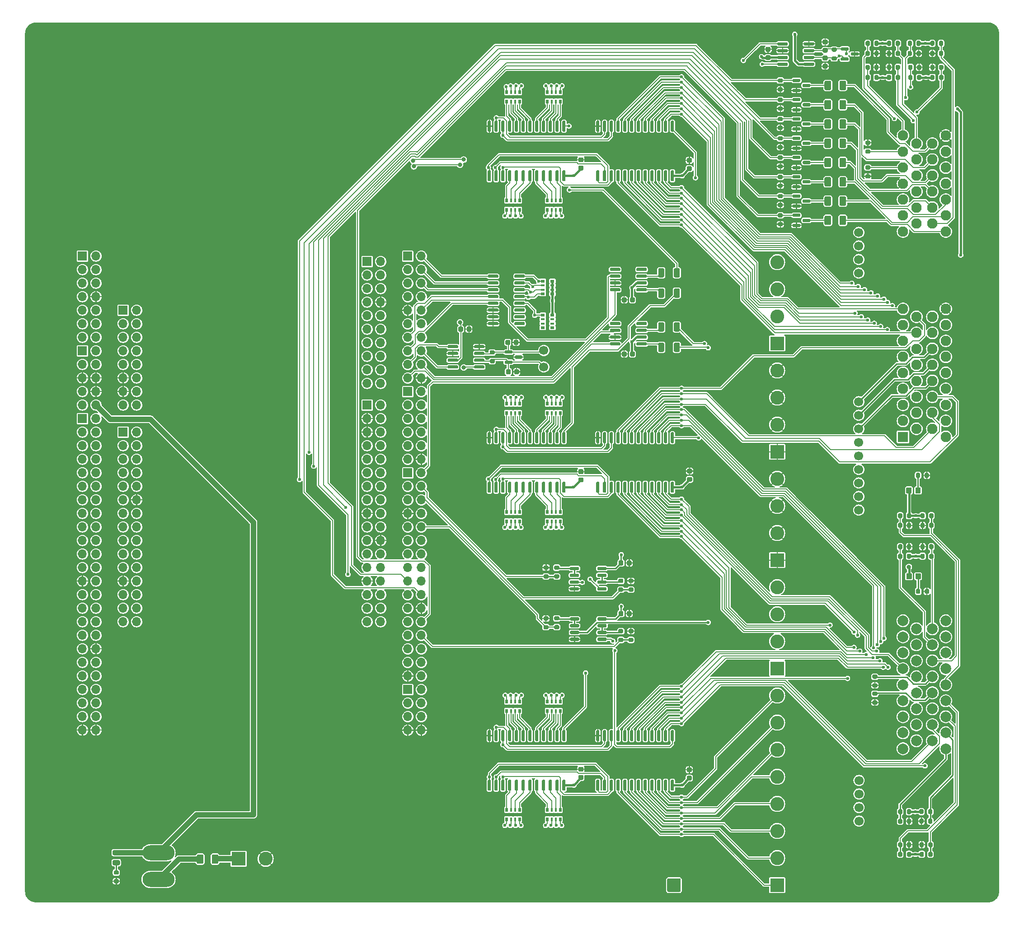
<source format=gtl>
G04 #@! TF.GenerationSoftware,KiCad,Pcbnew,7.0.10-7.0.10~ubuntu22.04.1*
G04 #@! TF.CreationDate,2024-01-04T22:29:38+00:00*
G04 #@! TF.ProjectId,digital_inputs,64696769-7461-46c5-9f69-6e707574732e,rev?*
G04 #@! TF.SameCoordinates,PX791ddc0PYca2dd00*
G04 #@! TF.FileFunction,Copper,L1,Top*
G04 #@! TF.FilePolarity,Positive*
%FSLAX46Y46*%
G04 Gerber Fmt 4.6, Leading zero omitted, Abs format (unit mm)*
G04 Created by KiCad (PCBNEW 7.0.10-7.0.10~ubuntu22.04.1) date 2024-01-04 22:29:38*
%MOMM*%
%LPD*%
G01*
G04 APERTURE LIST*
G04 #@! TA.AperFunction,ComponentPad*
%ADD10C,0.800000*%
G04 #@! TD*
G04 #@! TA.AperFunction,ComponentPad*
%ADD11C,6.400000*%
G04 #@! TD*
G04 #@! TA.AperFunction,ComponentPad*
%ADD12R,1.950000X1.950000*%
G04 #@! TD*
G04 #@! TA.AperFunction,ComponentPad*
%ADD13C,1.950000*%
G04 #@! TD*
G04 #@! TA.AperFunction,ComponentPad*
%ADD14R,1.700000X1.700000*%
G04 #@! TD*
G04 #@! TA.AperFunction,ComponentPad*
%ADD15O,1.700000X1.700000*%
G04 #@! TD*
G04 #@! TA.AperFunction,ComponentPad*
%ADD16R,2.600000X2.600000*%
G04 #@! TD*
G04 #@! TA.AperFunction,ComponentPad*
%ADD17C,2.600000*%
G04 #@! TD*
G04 #@! TA.AperFunction,ComponentPad*
%ADD18C,1.700000*%
G04 #@! TD*
G04 #@! TA.AperFunction,ComponentPad*
%ADD19O,6.000000X2.800000*%
G04 #@! TD*
G04 #@! TA.AperFunction,SMDPad,CuDef*
%ADD20R,0.500000X0.800000*%
G04 #@! TD*
G04 #@! TA.AperFunction,SMDPad,CuDef*
%ADD21R,0.400000X0.800000*%
G04 #@! TD*
G04 #@! TA.AperFunction,SMDPad,CuDef*
%ADD22R,0.800000X0.500000*%
G04 #@! TD*
G04 #@! TA.AperFunction,SMDPad,CuDef*
%ADD23R,0.800000X0.400000*%
G04 #@! TD*
G04 #@! TA.AperFunction,ComponentPad*
%ADD24C,2.000000*%
G04 #@! TD*
G04 #@! TA.AperFunction,ViaPad*
%ADD25C,0.600000*%
G04 #@! TD*
G04 #@! TA.AperFunction,ViaPad*
%ADD26C,0.800000*%
G04 #@! TD*
G04 #@! TA.AperFunction,Conductor*
%ADD27C,0.250000*%
G04 #@! TD*
G04 #@! TA.AperFunction,Conductor*
%ADD28C,0.400000*%
G04 #@! TD*
G04 #@! TA.AperFunction,Conductor*
%ADD29C,1.000000*%
G04 #@! TD*
G04 #@! TA.AperFunction,Conductor*
%ADD30C,0.200000*%
G04 #@! TD*
G04 APERTURE END LIST*
D10*
G04 #@! TO.P,J12,1,Pin_1*
G04 #@! TO.N,GND*
X78600000Y3500000D03*
X79302944Y5197056D03*
X79302944Y1802944D03*
X81000000Y5900000D03*
D11*
X81000000Y3500000D03*
D10*
X81000000Y1100000D03*
X82697056Y5197056D03*
X82697056Y1802944D03*
X83400000Y3500000D03*
G04 #@! TD*
G04 #@! TO.P,R38,1*
G04 #@! TO.N,GND*
G04 #@! TA.AperFunction,SMDPad,CuDef*
G36*
G01*
X166025000Y15475000D02*
X166025000Y14925000D01*
G75*
G02*
X165825000Y14725000I-200000J0D01*
G01*
X165425000Y14725000D01*
G75*
G02*
X165225000Y14925000I0J200000D01*
G01*
X165225000Y15475000D01*
G75*
G02*
X165425000Y15675000I200000J0D01*
G01*
X165825000Y15675000D01*
G75*
G02*
X166025000Y15475000I0J-200000D01*
G01*
G37*
G04 #@! TD.AperFunction*
G04 #@! TO.P,R38,2*
G04 #@! TO.N,/REF12*
G04 #@! TA.AperFunction,SMDPad,CuDef*
G36*
G01*
X164375000Y15475000D02*
X164375000Y14925000D01*
G75*
G02*
X164175000Y14725000I-200000J0D01*
G01*
X163775000Y14725000D01*
G75*
G02*
X163575000Y14925000I0J200000D01*
G01*
X163575000Y15475000D01*
G75*
G02*
X163775000Y15675000I200000J0D01*
G01*
X164175000Y15675000D01*
G75*
G02*
X164375000Y15475000I0J-200000D01*
G01*
G37*
G04 #@! TD.AperFunction*
G04 #@! TD*
G04 #@! TO.P,F6,1*
G04 #@! TO.N,Net-(Q5-D)*
G04 #@! TA.AperFunction,SMDPad,CuDef*
G36*
G01*
X149775000Y152575000D02*
X149775000Y153825000D01*
G75*
G02*
X150025000Y154075000I250000J0D01*
G01*
X150775000Y154075000D01*
G75*
G02*
X151025000Y153825000I0J-250000D01*
G01*
X151025000Y152575000D01*
G75*
G02*
X150775000Y152325000I-250000J0D01*
G01*
X150025000Y152325000D01*
G75*
G02*
X149775000Y152575000I0J250000D01*
G01*
G37*
G04 #@! TD.AperFunction*
G04 #@! TO.P,F6,2*
G04 #@! TO.N,/OUT_DIG_4*
G04 #@! TA.AperFunction,SMDPad,CuDef*
G36*
G01*
X152575000Y152575000D02*
X152575000Y153825000D01*
G75*
G02*
X152825000Y154075000I250000J0D01*
G01*
X153575000Y154075000D01*
G75*
G02*
X153825000Y153825000I0J-250000D01*
G01*
X153825000Y152575000D01*
G75*
G02*
X153575000Y152325000I-250000J0D01*
G01*
X152825000Y152325000D01*
G75*
G02*
X152575000Y152575000I0J250000D01*
G01*
G37*
G04 #@! TD.AperFunction*
G04 #@! TD*
D12*
G04 #@! TO.P,J19,1,1A*
G04 #@! TO.N,/TST1*
X164500000Y87300000D03*
D13*
G04 #@! TO.P,J19,2,2A*
G04 #@! TO.N,/TST2*
X164500000Y90300000D03*
G04 #@! TO.P,J19,3,3A*
G04 #@! TO.N,/TST3*
X164500000Y93300000D03*
G04 #@! TO.P,J19,4,4A*
G04 #@! TO.N,/TST4*
X164500000Y96300000D03*
G04 #@! TO.P,J19,5,5A*
G04 #@! TO.N,/TST5*
X164500000Y99300000D03*
G04 #@! TO.P,J19,6,6A*
G04 #@! TO.N,/TST6*
X164500000Y102300000D03*
G04 #@! TO.P,J19,7,7A*
G04 #@! TO.N,/TST7*
X164500000Y105300000D03*
G04 #@! TO.P,J19,8,8A*
G04 #@! TO.N,/TST8*
X164500000Y108300000D03*
G04 #@! TO.P,J19,9,9A*
G04 #@! TO.N,/TST9*
X164500000Y111300000D03*
G04 #@! TO.P,J19,10,10A*
G04 #@! TO.N,/TST10*
X167000000Y88800000D03*
G04 #@! TO.P,J19,11,11A*
G04 #@! TO.N,/TST11*
X167000000Y91800000D03*
G04 #@! TO.P,J19,12,12A*
G04 #@! TO.N,/TST12*
X167000000Y94800000D03*
G04 #@! TO.P,J19,13,13A*
G04 #@! TO.N,/TST13*
X167000000Y97800000D03*
G04 #@! TO.P,J19,14,14A*
G04 #@! TO.N,/TST14*
X167000000Y100800000D03*
G04 #@! TO.P,J19,15,15A*
G04 #@! TO.N,/TST15*
X167000000Y103800000D03*
G04 #@! TO.P,J19,16,16A*
G04 #@! TO.N,/TST16*
X167000000Y106800000D03*
G04 #@! TO.P,J19,17,17A*
G04 #@! TO.N,/TST17*
X167000000Y109800000D03*
G04 #@! TO.P,J19,18,18A*
G04 #@! TO.N,/TST18*
X170000000Y88800000D03*
G04 #@! TO.P,J19,19,19A*
G04 #@! TO.N,/TST19*
X170000000Y91800000D03*
G04 #@! TO.P,J19,20,20A*
G04 #@! TO.N,/TST20*
X170000000Y94800000D03*
G04 #@! TO.P,J19,21,21A*
G04 #@! TO.N,Net-(J19A-21A)*
X170000000Y97800000D03*
G04 #@! TO.P,J19,22,22A*
G04 #@! TO.N,Net-(J19A-22A)*
X170000000Y100800000D03*
G04 #@! TO.P,J19,23,23A*
G04 #@! TO.N,Net-(J19A-23A)*
X170000000Y103800000D03*
G04 #@! TO.P,J19,24,24A*
G04 #@! TO.N,Net-(J19A-24A)*
X170000000Y106800000D03*
G04 #@! TO.P,J19,25,25A*
G04 #@! TO.N,Net-(J19A-25A)*
X170000000Y109800000D03*
G04 #@! TO.P,J19,26,26A*
G04 #@! TO.N,Net-(J19A-26A)*
X172500000Y87300000D03*
G04 #@! TO.P,J19,27,27A*
G04 #@! TO.N,Net-(J19A-27A)*
X172500000Y90300000D03*
G04 #@! TO.P,J19,28,28A*
G04 #@! TO.N,Net-(J19A-28A)*
X172500000Y93300000D03*
G04 #@! TO.P,J19,29,29A*
G04 #@! TO.N,Net-(J19A-29A)*
X172500000Y96300000D03*
G04 #@! TO.P,J19,30,30A*
G04 #@! TO.N,Net-(J19A-30A)*
X172500000Y99300000D03*
G04 #@! TO.P,J19,31,31A*
G04 #@! TO.N,Net-(J19A-31A)*
X172500000Y102300000D03*
G04 #@! TO.P,J19,32,32A*
G04 #@! TO.N,Net-(J19A-32A)*
X172500000Y105300000D03*
G04 #@! TO.P,J19,33,33A*
G04 #@! TO.N,Net-(J19A-33A)*
X172500000Y108300000D03*
G04 #@! TO.P,J19,34,34A*
G04 #@! TO.N,GND*
X172500000Y111300000D03*
G04 #@! TO.P,J19,35,1B*
G04 #@! TO.N,/5V_1*
X164500000Y125800000D03*
G04 #@! TO.P,J19,36,2B*
G04 #@! TO.N,/5V_2*
X164500000Y128800000D03*
G04 #@! TO.P,J19,37,3B*
G04 #@! TO.N,+12V*
X164500000Y131800000D03*
G04 #@! TO.P,J19,38,4B*
G04 #@! TO.N,GND*
X164500000Y134800000D03*
G04 #@! TO.P,J19,39,5B*
G04 #@! TO.N,Net-(J19B-5B)*
X164500000Y137800000D03*
G04 #@! TO.P,J19,40,6B*
G04 #@! TO.N,Net-(J19B-6B)*
X164500000Y140800000D03*
G04 #@! TO.P,J19,41,7B*
G04 #@! TO.N,/REF1*
X164500000Y143800000D03*
G04 #@! TO.P,J19,42,8B*
G04 #@! TO.N,/REF2*
X167000000Y127300000D03*
G04 #@! TO.P,J19,43,9B*
G04 #@! TO.N,/REF3*
X167000000Y130300000D03*
G04 #@! TO.P,J19,44,10B*
G04 #@! TO.N,/REF4*
X167000000Y133300000D03*
G04 #@! TO.P,J19,45,11B*
G04 #@! TO.N,/REF5*
X167000000Y136300000D03*
G04 #@! TO.P,J19,46,12B*
G04 #@! TO.N,/REF6*
X167000000Y139300000D03*
G04 #@! TO.P,J19,47,13B*
G04 #@! TO.N,/REF7*
X167000000Y142300000D03*
G04 #@! TO.P,J19,48,14B*
G04 #@! TO.N,/REF8*
X170000000Y127300000D03*
G04 #@! TO.P,J19,49,15B*
G04 #@! TO.N,/OUT_DIG_0*
X170000000Y130300000D03*
G04 #@! TO.P,J19,50,16B*
G04 #@! TO.N,/OUT_DIG_1*
X170000000Y133300000D03*
G04 #@! TO.P,J19,51,17B*
G04 #@! TO.N,/OUT_DIG_2*
X170000000Y136300000D03*
G04 #@! TO.P,J19,52,18B*
G04 #@! TO.N,/OUT_DIG_3*
X170000000Y139300000D03*
G04 #@! TO.P,J19,53,19B*
G04 #@! TO.N,/OUT_DIG_4*
X170000000Y142300000D03*
G04 #@! TO.P,J19,54,20B*
G04 #@! TO.N,/OUT_DIG_5*
X172500000Y125800000D03*
G04 #@! TO.P,J19,55,21B*
G04 #@! TO.N,/OUT_DIG_6*
X172500000Y128800000D03*
G04 #@! TO.P,J19,56,22B*
G04 #@! TO.N,/OUT_DIG_7*
X172500000Y131800000D03*
G04 #@! TO.P,J19,57,23B*
G04 #@! TO.N,/CAN_L*
X172500000Y134800000D03*
G04 #@! TO.P,J19,58,24B*
G04 #@! TO.N,/CAN_H*
X172500000Y137800000D03*
G04 #@! TO.P,J19,59,25B*
G04 #@! TO.N,+12V*
X172500000Y140800000D03*
G04 #@! TO.P,J19,60,26B*
G04 #@! TO.N,GND*
X172500000Y143800000D03*
G04 #@! TD*
G04 #@! TO.P,R59,1*
G04 #@! TO.N,/REF3*
G04 #@! TA.AperFunction,SMDPad,CuDef*
G36*
G01*
X172050000Y156875000D02*
X172050000Y156325000D01*
G75*
G02*
X171850000Y156125000I-200000J0D01*
G01*
X171450000Y156125000D01*
G75*
G02*
X171250000Y156325000I0J200000D01*
G01*
X171250000Y156875000D01*
G75*
G02*
X171450000Y157075000I200000J0D01*
G01*
X171850000Y157075000D01*
G75*
G02*
X172050000Y156875000I0J-200000D01*
G01*
G37*
G04 #@! TD.AperFunction*
G04 #@! TO.P,R59,2*
G04 #@! TO.N,GND*
G04 #@! TA.AperFunction,SMDPad,CuDef*
G36*
G01*
X170400000Y156875000D02*
X170400000Y156325000D01*
G75*
G02*
X170200000Y156125000I-200000J0D01*
G01*
X169800000Y156125000D01*
G75*
G02*
X169600000Y156325000I0J200000D01*
G01*
X169600000Y156875000D01*
G75*
G02*
X169800000Y157075000I200000J0D01*
G01*
X170200000Y157075000D01*
G75*
G02*
X170400000Y156875000I0J-200000D01*
G01*
G37*
G04 #@! TD.AperFunction*
G04 #@! TD*
D14*
G04 #@! TO.P,J23,1,D16/I2S_A_MCK*
G04 #@! TO.N,unconnected-(J23-D16{slash}I2S_A_MCK-Pad1)*
X64090000Y120184000D03*
D15*
G04 #@! TO.P,J23,2,D15/I2C_A_SCL*
G04 #@! TO.N,unconnected-(J23-D15{slash}I2C_A_SCL-Pad2)*
X66630000Y120184000D03*
G04 #@! TO.P,J23,3,D17/I2S_A_SD*
G04 #@! TO.N,unconnected-(J23-D17{slash}I2S_A_SD-Pad3)*
X64090000Y117644000D03*
G04 #@! TO.P,J23,4,D14/I2C_A_SDA*
G04 #@! TO.N,unconnected-(J23-D14{slash}I2C_A_SDA-Pad4)*
X66630000Y117644000D03*
G04 #@! TO.P,J23,5,D18/I2S_A_CK*
G04 #@! TO.N,unconnected-(J23-D18{slash}I2S_A_CK-Pad5)*
X64090000Y115104000D03*
G04 #@! TO.P,J23,6,AREF*
G04 #@! TO.N,unconnected-(J23-AREF-Pad6)*
X66630000Y115104000D03*
G04 #@! TO.P,J23,7,D19/I2S_A_WS*
G04 #@! TO.N,unconnected-(J23-D19{slash}I2S_A_WS-Pad7)*
X64090000Y112564000D03*
G04 #@! TO.P,J23,8,GND*
G04 #@! TO.N,GND*
X66630000Y112564000D03*
G04 #@! TO.P,J23,9,D20/I2S_B_WS*
G04 #@! TO.N,unconnected-(J23-D20{slash}I2S_B_WS-Pad9)*
X64090000Y110024000D03*
G04 #@! TO.P,J23,10,D13/SPI_A_SCK*
G04 #@! TO.N,unconnected-(J23-D13{slash}SPI_A_SCK-Pad10)*
X66630000Y110024000D03*
G04 #@! TO.P,J23,11,D21/I2S_B_MCK*
G04 #@! TO.N,unconnected-(J23-D21{slash}I2S_B_MCK-Pad11)*
X64090000Y107484000D03*
G04 #@! TO.P,J23,12,D12/SPI_A_MISO*
G04 #@! TO.N,unconnected-(J23-D12{slash}SPI_A_MISO-Pad12)*
X66630000Y107484000D03*
G04 #@! TO.P,J23,13,D22/I2S_B_SD/SPI_B_MOSI*
G04 #@! TO.N,unconnected-(J23-D22{slash}I2S_B_SD{slash}SPI_B_MOSI-Pad13)*
X64090000Y104944000D03*
G04 #@! TO.P,J23,14,D11/SPI_A_MOSI/TIM_E_PWM1*
G04 #@! TO.N,unconnected-(J23-D11{slash}SPI_A_MOSI{slash}TIM_E_PWM1-Pad14)*
X66630000Y104944000D03*
G04 #@! TO.P,J23,15,D23/I2S_B_CK/SPI_B_SCK*
G04 #@! TO.N,unconnected-(J23-D23{slash}I2S_B_CK{slash}SPI_B_SCK-Pad15)*
X64090000Y102404000D03*
G04 #@! TO.P,J23,16,D10/SPI_A_CS/TIM_B_PWM3*
G04 #@! TO.N,unconnected-(J23-D10{slash}SPI_A_CS{slash}TIM_B_PWM3-Pad16)*
X66630000Y102404000D03*
G04 #@! TO.P,J23,17,D24/SPI_B_NSS*
G04 #@! TO.N,unconnected-(J23-D24{slash}SPI_B_NSS-Pad17)*
X64090000Y99864000D03*
G04 #@! TO.P,J23,18,D9/TIMER_B_PWM2*
G04 #@! TO.N,unconnected-(J23-D9{slash}TIMER_B_PWM2-Pad18)*
X66630000Y99864000D03*
G04 #@! TO.P,J23,19,D25/SPI_B_MISO*
G04 #@! TO.N,unconnected-(J23-D25{slash}SPI_B_MISO-Pad19)*
X64090000Y97324000D03*
G04 #@! TO.P,J23,20,D8/IO*
G04 #@! TO.N,unconnected-(J23-D8{slash}IO-Pad20)*
X66630000Y97324000D03*
G04 #@! TD*
G04 #@! TO.P,R41,1*
G04 #@! TO.N,GND*
G04 #@! TA.AperFunction,SMDPad,CuDef*
G36*
G01*
X159500000Y40275000D02*
X158950000Y40275000D01*
G75*
G02*
X158750000Y40475000I0J200000D01*
G01*
X158750000Y40875000D01*
G75*
G02*
X158950000Y41075000I200000J0D01*
G01*
X159500000Y41075000D01*
G75*
G02*
X159700000Y40875000I0J-200000D01*
G01*
X159700000Y40475000D01*
G75*
G02*
X159500000Y40275000I-200000J0D01*
G01*
G37*
G04 #@! TD.AperFunction*
G04 #@! TO.P,R41,2*
G04 #@! TO.N,Net-(J1-22A)*
G04 #@! TA.AperFunction,SMDPad,CuDef*
G36*
G01*
X159500000Y41925000D02*
X158950000Y41925000D01*
G75*
G02*
X158750000Y42125000I0J200000D01*
G01*
X158750000Y42525000D01*
G75*
G02*
X158950000Y42725000I200000J0D01*
G01*
X159500000Y42725000D01*
G75*
G02*
X159700000Y42525000I0J-200000D01*
G01*
X159700000Y42125000D01*
G75*
G02*
X159500000Y41925000I-200000J0D01*
G01*
G37*
G04 #@! TD.AperFunction*
G04 #@! TD*
D14*
G04 #@! TO.P,J20,1,PC14*
G04 #@! TO.N,unconnected-(J20-PC14-Pad1)*
X10750000Y90720000D03*
D15*
G04 #@! TO.P,J20,2,NC*
G04 #@! TO.N,unconnected-(J20-NC-Pad2)*
X13290000Y90720000D03*
G04 #@! TO.P,J20,3,PC15*
G04 #@! TO.N,unconnected-(J20-PC15-Pad3)*
X10750000Y88180000D03*
G04 #@! TO.P,J20,4,PA0*
G04 #@! TO.N,unconnected-(J20-PA0-Pad4)*
X13290000Y88180000D03*
G04 #@! TO.P,J20,5,PH0*
G04 #@! TO.N,unconnected-(J20-PH0-Pad5)*
X10750000Y85640000D03*
G04 #@! TO.P,J20,6,PA1*
G04 #@! TO.N,unconnected-(J20-PA1-Pad6)*
X13290000Y85640000D03*
G04 #@! TO.P,J20,7,PH1*
G04 #@! TO.N,unconnected-(J20-PH1-Pad7)*
X10750000Y83100000D03*
G04 #@! TO.P,J20,8,PA4*
G04 #@! TO.N,unconnected-(J20-PA4-Pad8)*
X13290000Y83100000D03*
G04 #@! TO.P,J20,9,VBAT*
G04 #@! TO.N,unconnected-(J20-VBAT-Pad9)*
X10750000Y80560000D03*
G04 #@! TO.P,J20,10,PB0*
G04 #@! TO.N,unconnected-(J20-PB0-Pad10)*
X13290000Y80560000D03*
G04 #@! TO.P,J20,11,PC2*
G04 #@! TO.N,unconnected-(J20-PC2-Pad11)*
X10750000Y78020000D03*
G04 #@! TO.P,J20,12,PC1*
G04 #@! TO.N,unconnected-(J20-PC1-Pad12)*
X13290000Y78020000D03*
G04 #@! TO.P,J20,13,PC3*
G04 #@! TO.N,unconnected-(J20-PC3-Pad13)*
X10750000Y75480000D03*
G04 #@! TO.P,J20,14,PC0*
G04 #@! TO.N,unconnected-(J20-PC0-Pad14)*
X13290000Y75480000D03*
G04 #@! TO.P,J20,15,PD4*
G04 #@! TO.N,unconnected-(J20-PD4-Pad15)*
X10750000Y72940000D03*
G04 #@! TO.P,J20,16,PD3*
G04 #@! TO.N,unconnected-(J20-PD3-Pad16)*
X13290000Y72940000D03*
G04 #@! TO.P,J20,17,PD5*
G04 #@! TO.N,unconnected-(J20-PD5-Pad17)*
X10750000Y70400000D03*
G04 #@! TO.P,J20,18,PG2*
G04 #@! TO.N,unconnected-(J20-PG2-Pad18)*
X13290000Y70400000D03*
G04 #@! TO.P,J20,19,PD6*
G04 #@! TO.N,unconnected-(J20-PD6-Pad19)*
X10750000Y67860000D03*
G04 #@! TO.P,J20,20,PG3*
G04 #@! TO.N,unconnected-(J20-PG3-Pad20)*
X13290000Y67860000D03*
G04 #@! TO.P,J20,21,PD7*
G04 #@! TO.N,unconnected-(J20-PD7-Pad21)*
X10750000Y65320000D03*
G04 #@! TO.P,J20,22,PD7*
G04 #@! TO.N,unconnected-(J20-PD7-Pad22)*
X13290000Y65320000D03*
G04 #@! TO.P,J20,23,PE3*
G04 #@! TO.N,unconnected-(J20-PE3-Pad23)*
X10750000Y62780000D03*
G04 #@! TO.P,J20,24,PE4*
G04 #@! TO.N,unconnected-(J20-PE4-Pad24)*
X13290000Y62780000D03*
G04 #@! TO.P,J20,25,GND*
G04 #@! TO.N,GND*
X10750000Y60240000D03*
G04 #@! TO.P,J20,26,PE5*
G04 #@! TO.N,unconnected-(J20-PE5-Pad26)*
X13290000Y60240000D03*
G04 #@! TO.P,J20,27,PF1*
G04 #@! TO.N,unconnected-(J20-PF1-Pad27)*
X10750000Y57700000D03*
G04 #@! TO.P,J20,28,PF2*
G04 #@! TO.N,unconnected-(J20-PF2-Pad28)*
X13290000Y57700000D03*
G04 #@! TO.P,J20,29,PF0*
G04 #@! TO.N,unconnected-(J20-PF0-Pad29)*
X10750000Y55160000D03*
G04 #@! TO.P,J20,30,PF8*
G04 #@! TO.N,unconnected-(J20-PF8-Pad30)*
X13290000Y55160000D03*
G04 #@! TO.P,J20,31,PD1*
G04 #@! TO.N,/CAN_TX*
X10750000Y52620000D03*
G04 #@! TO.P,J20,32,PF9*
G04 #@! TO.N,unconnected-(J20-PF9-Pad32)*
X13290000Y52620000D03*
G04 #@! TO.P,J20,33,PD0*
G04 #@! TO.N,/CAN_RX*
X10750000Y50080000D03*
G04 #@! TO.P,J20,34,PG1*
G04 #@! TO.N,unconnected-(J20-PG1-Pad34)*
X13290000Y50080000D03*
G04 #@! TO.P,J20,35,PG0*
G04 #@! TO.N,unconnected-(J20-PG0-Pad35)*
X10750000Y47540000D03*
G04 #@! TO.P,J20,36,GND*
G04 #@! TO.N,GND*
X13290000Y47540000D03*
G04 #@! TO.P,J20,37,PE1*
G04 #@! TO.N,unconnected-(J20-PE1-Pad37)*
X10750000Y45000000D03*
G04 #@! TO.P,J20,38,PE6*
G04 #@! TO.N,unconnected-(J20-PE6-Pad38)*
X13290000Y45000000D03*
G04 #@! TO.P,J20,39,PG9*
G04 #@! TO.N,unconnected-(J20-PG9-Pad39)*
X10750000Y42460000D03*
G04 #@! TO.P,J20,40,PG15*
G04 #@! TO.N,unconnected-(J20-PG15-Pad40)*
X13290000Y42460000D03*
G04 #@! TO.P,J20,41,PG12*
G04 #@! TO.N,unconnected-(J20-PG12-Pad41)*
X10750000Y39920000D03*
G04 #@! TO.P,J20,42,PG10*
G04 #@! TO.N,unconnected-(J20-PG10-Pad42)*
X13290000Y39920000D03*
G04 #@! TO.P,J20,43,NC*
G04 #@! TO.N,unconnected-(J20-NC-Pad43)*
X10750000Y37380000D03*
G04 #@! TO.P,J20,44,PG13*
G04 #@! TO.N,unconnected-(J20-PG13-Pad44)*
X13290000Y37380000D03*
G04 #@! TO.P,J20,45,PD9*
G04 #@! TO.N,unconnected-(J20-PD9-Pad45)*
X10750000Y34840000D03*
G04 #@! TO.P,J20,46,PG11*
G04 #@! TO.N,unconnected-(J20-PG11-Pad46)*
X13290000Y34840000D03*
G04 #@! TO.P,J20,47,GND*
G04 #@! TO.N,GND*
X10750000Y32300000D03*
G04 #@! TO.P,J20,48,GND*
X13290000Y32300000D03*
G04 #@! TD*
D16*
G04 #@! TO.P,J6,1,Pin_1*
G04 #@! TO.N,GND*
X140925000Y64180000D03*
D17*
G04 #@! TO.P,J6,2,Pin_2*
X140925000Y69260000D03*
G04 #@! TO.P,J6,3,Pin_3*
X140925000Y74340000D03*
G04 #@! TO.P,J6,4,Pin_4*
X140925000Y79420000D03*
G04 #@! TD*
G04 #@! TO.P,C14,1*
G04 #@! TO.N,/CAN2_H*
G04 #@! TA.AperFunction,SMDPad,CuDef*
G36*
G01*
X90000000Y104755000D02*
X90000000Y105255000D01*
G75*
G02*
X90225000Y105480000I225000J0D01*
G01*
X90675000Y105480000D01*
G75*
G02*
X90900000Y105255000I0J-225000D01*
G01*
X90900000Y104755000D01*
G75*
G02*
X90675000Y104530000I-225000J0D01*
G01*
X90225000Y104530000D01*
G75*
G02*
X90000000Y104755000I0J225000D01*
G01*
G37*
G04 #@! TD.AperFunction*
G04 #@! TO.P,C14,2*
G04 #@! TO.N,GND*
G04 #@! TA.AperFunction,SMDPad,CuDef*
G36*
G01*
X91550000Y104755000D02*
X91550000Y105255000D01*
G75*
G02*
X91775000Y105480000I225000J0D01*
G01*
X92225000Y105480000D01*
G75*
G02*
X92450000Y105255000I0J-225000D01*
G01*
X92450000Y104755000D01*
G75*
G02*
X92225000Y104530000I-225000J0D01*
G01*
X91775000Y104530000D01*
G75*
G02*
X91550000Y104755000I0J225000D01*
G01*
G37*
G04 #@! TD.AperFunction*
G04 #@! TD*
G04 #@! TO.P,Q3,1,G*
G04 #@! TO.N,/DIG_2*
G04 #@! TA.AperFunction,SMDPad,CuDef*
G36*
G01*
X143787500Y146771430D02*
X143787500Y147071430D01*
G75*
G02*
X143937500Y147221430I150000J0D01*
G01*
X145112500Y147221430D01*
G75*
G02*
X145262500Y147071430I0J-150000D01*
G01*
X145262500Y146771430D01*
G75*
G02*
X145112500Y146621430I-150000J0D01*
G01*
X143937500Y146621430D01*
G75*
G02*
X143787500Y146771430I0J150000D01*
G01*
G37*
G04 #@! TD.AperFunction*
G04 #@! TO.P,Q3,2,D*
G04 #@! TO.N,Net-(Q3-D)*
G04 #@! TA.AperFunction,SMDPad,CuDef*
G36*
G01*
X145662500Y145821430D02*
X145662500Y146121430D01*
G75*
G02*
X145812500Y146271430I150000J0D01*
G01*
X146987500Y146271430D01*
G75*
G02*
X147137500Y146121430I0J-150000D01*
G01*
X147137500Y145821430D01*
G75*
G02*
X146987500Y145671430I-150000J0D01*
G01*
X145812500Y145671430D01*
G75*
G02*
X145662500Y145821430I0J150000D01*
G01*
G37*
G04 #@! TD.AperFunction*
G04 #@! TO.P,Q3,3,S*
G04 #@! TO.N,GND*
G04 #@! TA.AperFunction,SMDPad,CuDef*
G36*
G01*
X143787500Y144871430D02*
X143787500Y145171430D01*
G75*
G02*
X143937500Y145321430I150000J0D01*
G01*
X145112500Y145321430D01*
G75*
G02*
X145262500Y145171430I0J-150000D01*
G01*
X145262500Y144871430D01*
G75*
G02*
X145112500Y144721430I-150000J0D01*
G01*
X143937500Y144721430D01*
G75*
G02*
X143787500Y144871430I0J150000D01*
G01*
G37*
G04 #@! TD.AperFunction*
G04 #@! TD*
D18*
G04 #@! TO.P,P19,1,Pin_1*
G04 #@! TO.N,/CAN2_L*
X97200000Y100400000D03*
G04 #@! TD*
G04 #@! TO.P,D1,1,K*
G04 #@! TO.N,Net-(D1-K)*
G04 #@! TA.AperFunction,SMDPad,CuDef*
G36*
G01*
X17556250Y6937500D02*
X16643750Y6937500D01*
G75*
G02*
X16400000Y7181250I0J243750D01*
G01*
X16400000Y7668750D01*
G75*
G02*
X16643750Y7912500I243750J0D01*
G01*
X17556250Y7912500D01*
G75*
G02*
X17800000Y7668750I0J-243750D01*
G01*
X17800000Y7181250D01*
G75*
G02*
X17556250Y6937500I-243750J0D01*
G01*
G37*
G04 #@! TD.AperFunction*
G04 #@! TO.P,D1,2,A*
G04 #@! TO.N,+12V*
G04 #@! TA.AperFunction,SMDPad,CuDef*
G36*
G01*
X17556250Y8812500D02*
X16643750Y8812500D01*
G75*
G02*
X16400000Y9056250I0J243750D01*
G01*
X16400000Y9543750D01*
G75*
G02*
X16643750Y9787500I243750J0D01*
G01*
X17556250Y9787500D01*
G75*
G02*
X17800000Y9543750I0J-243750D01*
G01*
X17800000Y9056250D01*
G75*
G02*
X17556250Y8812500I-243750J0D01*
G01*
G37*
G04 #@! TD.AperFunction*
G04 #@! TD*
G04 #@! TO.P,R44,1*
G04 #@! TO.N,/5V_2*
G04 #@! TA.AperFunction,SMDPad,CuDef*
G36*
G01*
X166025000Y9275000D02*
X166025000Y8725000D01*
G75*
G02*
X165825000Y8525000I-200000J0D01*
G01*
X165425000Y8525000D01*
G75*
G02*
X165225000Y8725000I0J200000D01*
G01*
X165225000Y9275000D01*
G75*
G02*
X165425000Y9475000I200000J0D01*
G01*
X165825000Y9475000D01*
G75*
G02*
X166025000Y9275000I0J-200000D01*
G01*
G37*
G04 #@! TD.AperFunction*
G04 #@! TO.P,R44,2*
G04 #@! TO.N,/REF14*
G04 #@! TA.AperFunction,SMDPad,CuDef*
G36*
G01*
X164375000Y9275000D02*
X164375000Y8725000D01*
G75*
G02*
X164175000Y8525000I-200000J0D01*
G01*
X163775000Y8525000D01*
G75*
G02*
X163575000Y8725000I0J200000D01*
G01*
X163575000Y9275000D01*
G75*
G02*
X163775000Y9475000I200000J0D01*
G01*
X164175000Y9475000D01*
G75*
G02*
X164375000Y9275000I0J-200000D01*
G01*
G37*
G04 #@! TD.AperFunction*
G04 #@! TD*
G04 #@! TO.P,R34,1*
G04 #@! TO.N,/5V_2*
G04 #@! TA.AperFunction,SMDPad,CuDef*
G36*
G01*
X161475000Y160825000D02*
X161475000Y161375000D01*
G75*
G02*
X161675000Y161575000I200000J0D01*
G01*
X162075000Y161575000D01*
G75*
G02*
X162275000Y161375000I0J-200000D01*
G01*
X162275000Y160825000D01*
G75*
G02*
X162075000Y160625000I-200000J0D01*
G01*
X161675000Y160625000D01*
G75*
G02*
X161475000Y160825000I0J200000D01*
G01*
G37*
G04 #@! TD.AperFunction*
G04 #@! TO.P,R34,2*
G04 #@! TO.N,/REF7*
G04 #@! TA.AperFunction,SMDPad,CuDef*
G36*
G01*
X163125000Y160825000D02*
X163125000Y161375000D01*
G75*
G02*
X163325000Y161575000I200000J0D01*
G01*
X163725000Y161575000D01*
G75*
G02*
X163925000Y161375000I0J-200000D01*
G01*
X163925000Y160825000D01*
G75*
G02*
X163725000Y160625000I-200000J0D01*
G01*
X163325000Y160625000D01*
G75*
G02*
X163125000Y160825000I0J200000D01*
G01*
G37*
G04 #@! TD.AperFunction*
G04 #@! TD*
D19*
G04 #@! TO.P,CB1,1*
G04 #@! TO.N,Net-(CB1-Pad1)*
X25000000Y4300000D03*
G04 #@! TO.P,CB1,2*
G04 #@! TO.N,+12V*
X25000000Y9300000D03*
G04 #@! TD*
G04 #@! TO.P,F2,1*
G04 #@! TO.N,Net-(Q1-D)*
G04 #@! TA.AperFunction,SMDPad,CuDef*
G36*
G01*
X149775000Y138117860D02*
X149775000Y139367860D01*
G75*
G02*
X150025000Y139617860I250000J0D01*
G01*
X150775000Y139617860D01*
G75*
G02*
X151025000Y139367860I0J-250000D01*
G01*
X151025000Y138117860D01*
G75*
G02*
X150775000Y137867860I-250000J0D01*
G01*
X150025000Y137867860D01*
G75*
G02*
X149775000Y138117860I0J250000D01*
G01*
G37*
G04 #@! TD.AperFunction*
G04 #@! TO.P,F2,2*
G04 #@! TO.N,/OUT_DIG_0*
G04 #@! TA.AperFunction,SMDPad,CuDef*
G36*
G01*
X152575000Y138117860D02*
X152575000Y139367860D01*
G75*
G02*
X152825000Y139617860I250000J0D01*
G01*
X153575000Y139617860D01*
G75*
G02*
X153825000Y139367860I0J-250000D01*
G01*
X153825000Y138117860D01*
G75*
G02*
X153575000Y137867860I-250000J0D01*
G01*
X152825000Y137867860D01*
G75*
G02*
X152575000Y138117860I0J250000D01*
G01*
G37*
G04 #@! TD.AperFunction*
G04 #@! TD*
G04 #@! TO.P,C12,1*
G04 #@! TO.N,GND*
G04 #@! TA.AperFunction,SMDPad,CuDef*
G36*
G01*
X138950000Y160425000D02*
X139450000Y160425000D01*
G75*
G02*
X139675000Y160200000I0J-225000D01*
G01*
X139675000Y159750000D01*
G75*
G02*
X139450000Y159525000I-225000J0D01*
G01*
X138950000Y159525000D01*
G75*
G02*
X138725000Y159750000I0J225000D01*
G01*
X138725000Y160200000D01*
G75*
G02*
X138950000Y160425000I225000J0D01*
G01*
G37*
G04 #@! TD.AperFunction*
G04 #@! TO.P,C12,2*
G04 #@! TO.N,+5V*
G04 #@! TA.AperFunction,SMDPad,CuDef*
G36*
G01*
X138950000Y158875000D02*
X139450000Y158875000D01*
G75*
G02*
X139675000Y158650000I0J-225000D01*
G01*
X139675000Y158200000D01*
G75*
G02*
X139450000Y157975000I-225000J0D01*
G01*
X138950000Y157975000D01*
G75*
G02*
X138725000Y158200000I0J225000D01*
G01*
X138725000Y158650000D01*
G75*
G02*
X138950000Y158875000I225000J0D01*
G01*
G37*
G04 #@! TD.AperFunction*
G04 #@! TD*
D16*
G04 #@! TO.P,J5,1,Pin_1*
G04 #@! TO.N,Net-(J5-Pin_1)*
X40005000Y8165000D03*
D17*
G04 #@! TO.P,J5,2,Pin_2*
G04 #@! TO.N,GND*
X45085000Y8165000D03*
G04 #@! TD*
G04 #@! TO.P,R1,1*
G04 #@! TO.N,Net-(U5-X)*
G04 #@! TA.AperFunction,SMDPad,CuDef*
G36*
G01*
X122675000Y118685000D02*
X122675000Y117435000D01*
G75*
G02*
X122425000Y117185000I-250000J0D01*
G01*
X121800000Y117185000D01*
G75*
G02*
X121550000Y117435000I0J250000D01*
G01*
X121550000Y118685000D01*
G75*
G02*
X121800000Y118935000I250000J0D01*
G01*
X122425000Y118935000D01*
G75*
G02*
X122675000Y118685000I0J-250000D01*
G01*
G37*
G04 #@! TD.AperFunction*
G04 #@! TO.P,R1,2*
G04 #@! TO.N,Net-(U8-OUT_A)*
G04 #@! TA.AperFunction,SMDPad,CuDef*
G36*
G01*
X119750000Y118685000D02*
X119750000Y117435000D01*
G75*
G02*
X119500000Y117185000I-250000J0D01*
G01*
X118875000Y117185000D01*
G75*
G02*
X118625000Y117435000I0J250000D01*
G01*
X118625000Y118685000D01*
G75*
G02*
X118875000Y118935000I250000J0D01*
G01*
X119500000Y118935000D01*
G75*
G02*
X119750000Y118685000I0J-250000D01*
G01*
G37*
G04 #@! TD.AperFunction*
G04 #@! TD*
D20*
G04 #@! TO.P,RN12,1,R1.1*
G04 #@! TO.N,/TST48*
X90240000Y15560000D03*
D21*
G04 #@! TO.P,RN12,2,R2.1*
G04 #@! TO.N,/TST47*
X91040000Y15560000D03*
G04 #@! TO.P,RN12,3,R3.1*
G04 #@! TO.N,/TST46*
X91840000Y15560000D03*
D20*
G04 #@! TO.P,RN12,4,R4.1*
G04 #@! TO.N,/TST45*
X92640000Y15560000D03*
G04 #@! TO.P,RN12,5,R4.2*
G04 #@! TO.N,Net-(RN12-R4.2)*
X92640000Y17360000D03*
D21*
G04 #@! TO.P,RN12,6,R3.2*
G04 #@! TO.N,Net-(RN12-R3.2)*
X91840000Y17360000D03*
G04 #@! TO.P,RN12,7,R2.2*
G04 #@! TO.N,Net-(RN12-R2.2)*
X91040000Y17360000D03*
D20*
G04 #@! TO.P,RN12,8,R1.2*
G04 #@! TO.N,Net-(RN12-R1.2)*
X90240000Y17360000D03*
G04 #@! TD*
G04 #@! TO.P,C8,1*
G04 #@! TO.N,+12V*
G04 #@! TA.AperFunction,SMDPad,CuDef*
G36*
G01*
X114255000Y113230000D02*
X114255000Y112730000D01*
G75*
G02*
X114030000Y112505000I-225000J0D01*
G01*
X113580000Y112505000D01*
G75*
G02*
X113355000Y112730000I0J225000D01*
G01*
X113355000Y113230000D01*
G75*
G02*
X113580000Y113455000I225000J0D01*
G01*
X114030000Y113455000D01*
G75*
G02*
X114255000Y113230000I0J-225000D01*
G01*
G37*
G04 #@! TD.AperFunction*
G04 #@! TO.P,C8,2*
G04 #@! TO.N,GND*
G04 #@! TA.AperFunction,SMDPad,CuDef*
G36*
G01*
X112705000Y113230000D02*
X112705000Y112730000D01*
G75*
G02*
X112480000Y112505000I-225000J0D01*
G01*
X112030000Y112505000D01*
G75*
G02*
X111805000Y112730000I0J225000D01*
G01*
X111805000Y113230000D01*
G75*
G02*
X112030000Y113455000I225000J0D01*
G01*
X112480000Y113455000D01*
G75*
G02*
X112705000Y113230000I0J-225000D01*
G01*
G37*
G04 #@! TD.AperFunction*
G04 #@! TD*
G04 #@! TO.P,RN9,1,R1.1*
G04 #@! TO.N,/TST36*
X92640000Y37680000D03*
D21*
G04 #@! TO.P,RN9,2,R2.1*
G04 #@! TO.N,/TST35*
X91840000Y37680000D03*
G04 #@! TO.P,RN9,3,R3.1*
G04 #@! TO.N,/TST34*
X91040000Y37680000D03*
D20*
G04 #@! TO.P,RN9,4,R4.1*
G04 #@! TO.N,/TST33*
X90240000Y37680000D03*
G04 #@! TO.P,RN9,5,R4.2*
G04 #@! TO.N,Net-(RN9-R4.2)*
X90240000Y35880000D03*
D21*
G04 #@! TO.P,RN9,6,R3.2*
G04 #@! TO.N,Net-(RN9-R3.2)*
X91040000Y35880000D03*
G04 #@! TO.P,RN9,7,R2.2*
G04 #@! TO.N,Net-(RN9-R2.2)*
X91840000Y35880000D03*
D20*
G04 #@! TO.P,RN9,8,R1.2*
G04 #@! TO.N,Net-(RN9-R1.2)*
X92640000Y35880000D03*
G04 #@! TD*
D18*
G04 #@! TO.P,P12,1,Pin_1*
G04 #@! TO.N,Net-(J19A-32A)*
X156210000Y125640000D03*
G04 #@! TD*
G04 #@! TO.P,P18,1,Pin_1*
G04 #@! TO.N,/CAN2_H*
X97200000Y103500000D03*
G04 #@! TD*
G04 #@! TO.P,C16,1*
G04 #@! TO.N,GND*
G04 #@! TA.AperFunction,SMDPad,CuDef*
G36*
G01*
X83625000Y107750000D02*
X83625000Y107250000D01*
G75*
G02*
X83400000Y107025000I-225000J0D01*
G01*
X82950000Y107025000D01*
G75*
G02*
X82725000Y107250000I0J225000D01*
G01*
X82725000Y107750000D01*
G75*
G02*
X82950000Y107975000I225000J0D01*
G01*
X83400000Y107975000D01*
G75*
G02*
X83625000Y107750000I0J-225000D01*
G01*
G37*
G04 #@! TD.AperFunction*
G04 #@! TO.P,C16,2*
G04 #@! TO.N,+5V*
G04 #@! TA.AperFunction,SMDPad,CuDef*
G36*
G01*
X82075000Y107750000D02*
X82075000Y107250000D01*
G75*
G02*
X81850000Y107025000I-225000J0D01*
G01*
X81400000Y107025000D01*
G75*
G02*
X81175000Y107250000I0J225000D01*
G01*
X81175000Y107750000D01*
G75*
G02*
X81400000Y107975000I225000J0D01*
G01*
X81850000Y107975000D01*
G75*
G02*
X82075000Y107750000I0J-225000D01*
G01*
G37*
G04 #@! TD.AperFunction*
G04 #@! TD*
G04 #@! TO.P,P2,1,Pin_1*
G04 #@! TO.N,Net-(J19A-22A)*
X156210000Y91350000D03*
G04 #@! TD*
G04 #@! TO.P,R12,1*
G04 #@! TO.N,/TST49*
G04 #@! TA.AperFunction,SMDPad,CuDef*
G36*
G01*
X122675000Y104715000D02*
X122675000Y103465000D01*
G75*
G02*
X122425000Y103215000I-250000J0D01*
G01*
X121800000Y103215000D01*
G75*
G02*
X121550000Y103465000I0J250000D01*
G01*
X121550000Y104715000D01*
G75*
G02*
X121800000Y104965000I250000J0D01*
G01*
X122425000Y104965000D01*
G75*
G02*
X122675000Y104715000I0J-250000D01*
G01*
G37*
G04 #@! TD.AperFunction*
G04 #@! TO.P,R12,2*
G04 #@! TO.N,Net-(U9-OUT_B)*
G04 #@! TA.AperFunction,SMDPad,CuDef*
G36*
G01*
X119750000Y104715000D02*
X119750000Y103465000D01*
G75*
G02*
X119500000Y103215000I-250000J0D01*
G01*
X118875000Y103215000D01*
G75*
G02*
X118625000Y103465000I0J250000D01*
G01*
X118625000Y104715000D01*
G75*
G02*
X118875000Y104965000I250000J0D01*
G01*
X119500000Y104965000D01*
G75*
G02*
X119750000Y104715000I0J-250000D01*
G01*
G37*
G04 #@! TD.AperFunction*
G04 #@! TD*
G04 #@! TO.P,U13,1,TXD*
G04 #@! TO.N,/CAN2_TX*
G04 #@! TA.AperFunction,SMDPad,CuDef*
G36*
G01*
X79175000Y104060000D02*
X79175000Y104360000D01*
G75*
G02*
X79325000Y104510000I150000J0D01*
G01*
X80975000Y104510000D01*
G75*
G02*
X81125000Y104360000I0J-150000D01*
G01*
X81125000Y104060000D01*
G75*
G02*
X80975000Y103910000I-150000J0D01*
G01*
X79325000Y103910000D01*
G75*
G02*
X79175000Y104060000I0J150000D01*
G01*
G37*
G04 #@! TD.AperFunction*
G04 #@! TO.P,U13,2,GND*
G04 #@! TO.N,GND*
G04 #@! TA.AperFunction,SMDPad,CuDef*
G36*
G01*
X79175000Y102790000D02*
X79175000Y103090000D01*
G75*
G02*
X79325000Y103240000I150000J0D01*
G01*
X80975000Y103240000D01*
G75*
G02*
X81125000Y103090000I0J-150000D01*
G01*
X81125000Y102790000D01*
G75*
G02*
X80975000Y102640000I-150000J0D01*
G01*
X79325000Y102640000D01*
G75*
G02*
X79175000Y102790000I0J150000D01*
G01*
G37*
G04 #@! TD.AperFunction*
G04 #@! TO.P,U13,3,VCC*
G04 #@! TO.N,+5V*
G04 #@! TA.AperFunction,SMDPad,CuDef*
G36*
G01*
X79175000Y101520000D02*
X79175000Y101820000D01*
G75*
G02*
X79325000Y101970000I150000J0D01*
G01*
X80975000Y101970000D01*
G75*
G02*
X81125000Y101820000I0J-150000D01*
G01*
X81125000Y101520000D01*
G75*
G02*
X80975000Y101370000I-150000J0D01*
G01*
X79325000Y101370000D01*
G75*
G02*
X79175000Y101520000I0J150000D01*
G01*
G37*
G04 #@! TD.AperFunction*
G04 #@! TO.P,U13,4,RXD*
G04 #@! TO.N,/CAN2_RX*
G04 #@! TA.AperFunction,SMDPad,CuDef*
G36*
G01*
X79175000Y100250000D02*
X79175000Y100550000D01*
G75*
G02*
X79325000Y100700000I150000J0D01*
G01*
X80975000Y100700000D01*
G75*
G02*
X81125000Y100550000I0J-150000D01*
G01*
X81125000Y100250000D01*
G75*
G02*
X80975000Y100100000I-150000J0D01*
G01*
X79325000Y100100000D01*
G75*
G02*
X79175000Y100250000I0J150000D01*
G01*
G37*
G04 #@! TD.AperFunction*
G04 #@! TO.P,U13,5,VIO*
G04 #@! TO.N,+3.3V*
G04 #@! TA.AperFunction,SMDPad,CuDef*
G36*
G01*
X84125000Y100250000D02*
X84125000Y100550000D01*
G75*
G02*
X84275000Y100700000I150000J0D01*
G01*
X85925000Y100700000D01*
G75*
G02*
X86075000Y100550000I0J-150000D01*
G01*
X86075000Y100250000D01*
G75*
G02*
X85925000Y100100000I-150000J0D01*
G01*
X84275000Y100100000D01*
G75*
G02*
X84125000Y100250000I0J150000D01*
G01*
G37*
G04 #@! TD.AperFunction*
G04 #@! TO.P,U13,6,CANL*
G04 #@! TO.N,/CAN2_L*
G04 #@! TA.AperFunction,SMDPad,CuDef*
G36*
G01*
X84125000Y101520000D02*
X84125000Y101820000D01*
G75*
G02*
X84275000Y101970000I150000J0D01*
G01*
X85925000Y101970000D01*
G75*
G02*
X86075000Y101820000I0J-150000D01*
G01*
X86075000Y101520000D01*
G75*
G02*
X85925000Y101370000I-150000J0D01*
G01*
X84275000Y101370000D01*
G75*
G02*
X84125000Y101520000I0J150000D01*
G01*
G37*
G04 #@! TD.AperFunction*
G04 #@! TO.P,U13,7,CANH*
G04 #@! TO.N,/CAN2_H*
G04 #@! TA.AperFunction,SMDPad,CuDef*
G36*
G01*
X84125000Y102790000D02*
X84125000Y103090000D01*
G75*
G02*
X84275000Y103240000I150000J0D01*
G01*
X85925000Y103240000D01*
G75*
G02*
X86075000Y103090000I0J-150000D01*
G01*
X86075000Y102790000D01*
G75*
G02*
X85925000Y102640000I-150000J0D01*
G01*
X84275000Y102640000D01*
G75*
G02*
X84125000Y102790000I0J150000D01*
G01*
G37*
G04 #@! TD.AperFunction*
G04 #@! TO.P,U13,8,S*
G04 #@! TO.N,GND*
G04 #@! TA.AperFunction,SMDPad,CuDef*
G36*
G01*
X84125000Y104060000D02*
X84125000Y104360000D01*
G75*
G02*
X84275000Y104510000I150000J0D01*
G01*
X85925000Y104510000D01*
G75*
G02*
X86075000Y104360000I0J-150000D01*
G01*
X86075000Y104060000D01*
G75*
G02*
X85925000Y103910000I-150000J0D01*
G01*
X84275000Y103910000D01*
G75*
G02*
X84125000Y104060000I0J150000D01*
G01*
G37*
G04 #@! TD.AperFunction*
G04 #@! TD*
G04 #@! TO.P,R48,1*
G04 #@! TO.N,/REF16*
G04 #@! TA.AperFunction,SMDPad,CuDef*
G36*
G01*
X170200000Y70975000D02*
X170200000Y70425000D01*
G75*
G02*
X170000000Y70225000I-200000J0D01*
G01*
X169600000Y70225000D01*
G75*
G02*
X169400000Y70425000I0J200000D01*
G01*
X169400000Y70975000D01*
G75*
G02*
X169600000Y71175000I200000J0D01*
G01*
X170000000Y71175000D01*
G75*
G02*
X170200000Y70975000I0J-200000D01*
G01*
G37*
G04 #@! TD.AperFunction*
G04 #@! TO.P,R48,2*
G04 #@! TO.N,GND*
G04 #@! TA.AperFunction,SMDPad,CuDef*
G36*
G01*
X168550000Y70975000D02*
X168550000Y70425000D01*
G75*
G02*
X168350000Y70225000I-200000J0D01*
G01*
X167950000Y70225000D01*
G75*
G02*
X167750000Y70425000I0J200000D01*
G01*
X167750000Y70975000D01*
G75*
G02*
X167950000Y71175000I200000J0D01*
G01*
X168350000Y71175000D01*
G75*
G02*
X168550000Y70975000I0J-200000D01*
G01*
G37*
G04 #@! TD.AperFunction*
G04 #@! TD*
D14*
G04 #@! TO.P,J22,1,A0/ADC123_IN3*
G04 #@! TO.N,unconnected-(J22-A0{slash}ADC123_IN3-Pad1)*
X18370000Y88180000D03*
D15*
G04 #@! TO.P,J22,2,D51/USART_B_SCLK*
G04 #@! TO.N,unconnected-(J22-D51{slash}USART_B_SCLK-Pad2)*
X20910000Y88180000D03*
G04 #@! TO.P,J22,3,A1/ADC123_IN10*
G04 #@! TO.N,unconnected-(J22-A1{slash}ADC123_IN10-Pad3)*
X18370000Y85640000D03*
G04 #@! TO.P,J22,4,D52/USART_B_RX*
G04 #@! TO.N,unconnected-(J22-D52{slash}USART_B_RX-Pad4)*
X20910000Y85640000D03*
G04 #@! TO.P,J22,5,A2/ADC123_IN13*
G04 #@! TO.N,unconnected-(J22-A2{slash}ADC123_IN13-Pad5)*
X18370000Y83100000D03*
G04 #@! TO.P,J22,6,D53/USART_B_TX*
G04 #@! TO.N,unconnected-(J22-D53{slash}USART_B_TX-Pad6)*
X20910000Y83100000D03*
G04 #@! TO.P,J22,7,A3/ADC3_IN9*
G04 #@! TO.N,unconnected-(J22-A3{slash}ADC3_IN9-Pad7)*
X18370000Y80560000D03*
G04 #@! TO.P,J22,8,D54/USART_B_RTS*
G04 #@! TO.N,unconnected-(J22-D54{slash}USART_B_RTS-Pad8)*
X20910000Y80560000D03*
G04 #@! TO.P,J22,9,A4/ADC3_IN15/I2C1_SDA*
G04 #@! TO.N,unconnected-(J22-A4{slash}ADC3_IN15{slash}I2C1_SDA-Pad9)*
X18370000Y78020000D03*
G04 #@! TO.P,J22,10,D55/USART_B_CTS*
G04 #@! TO.N,unconnected-(J22-D55{slash}USART_B_CTS-Pad10)*
X20910000Y78020000D03*
G04 #@! TO.P,J22,11,A5/ADC3_IN8/I2C1_SCL*
G04 #@! TO.N,unconnected-(J22-A5{slash}ADC3_IN8{slash}I2C1_SCL-Pad11)*
X18370000Y75480000D03*
G04 #@! TO.P,J22,12,GND*
G04 #@! TO.N,GND*
X20910000Y75480000D03*
G04 #@! TO.P,J22,13,D72/NC*
G04 #@! TO.N,unconnected-(J22-D72{slash}NC-Pad13)*
X18370000Y72940000D03*
G04 #@! TO.P,J22,14,D56/SAI_A_MCLK*
G04 #@! TO.N,unconnected-(J22-D56{slash}SAI_A_MCLK-Pad14)*
X20910000Y72940000D03*
G04 #@! TO.P,J22,15,D71/IO*
G04 #@! TO.N,unconnected-(J22-D71{slash}IO-Pad15)*
X18370000Y70400000D03*
G04 #@! TO.P,J22,16,D57/SAI_A_FS*
G04 #@! TO.N,unconnected-(J22-D57{slash}SAI_A_FS-Pad16)*
X20910000Y70400000D03*
G04 #@! TO.P,J22,17,D70/I2C_B_SMBA*
G04 #@! TO.N,unconnected-(J22-D70{slash}I2C_B_SMBA-Pad17)*
X18370000Y67860000D03*
G04 #@! TO.P,J22,18,D58/SAI_A_SCK*
G04 #@! TO.N,unconnected-(J22-D58{slash}SAI_A_SCK-Pad18)*
X20910000Y67860000D03*
G04 #@! TO.P,J22,19,D69/I2C_B_SCL*
G04 #@! TO.N,unconnected-(J22-D69{slash}I2C_B_SCL-Pad19)*
X18370000Y65320000D03*
G04 #@! TO.P,J22,20,D59/SAI_A_SD*
G04 #@! TO.N,unconnected-(J22-D59{slash}SAI_A_SD-Pad20)*
X20910000Y65320000D03*
G04 #@! TO.P,J22,21,D68/I2C_B_SDA*
G04 #@! TO.N,unconnected-(J22-D68{slash}I2C_B_SDA-Pad21)*
X18370000Y62780000D03*
G04 #@! TO.P,J22,22,D60/SAI_B_SD*
G04 #@! TO.N,unconnected-(J22-D60{slash}SAI_B_SD-Pad22)*
X20910000Y62780000D03*
G04 #@! TO.P,J22,23,GND*
G04 #@! TO.N,GND*
X18370000Y60240000D03*
G04 #@! TO.P,J22,24,D61/SAI_B_SCK*
G04 #@! TO.N,unconnected-(J22-D61{slash}SAI_B_SCK-Pad24)*
X20910000Y60240000D03*
G04 #@! TO.P,J22,25,D67/CAN_RX*
G04 #@! TO.N,unconnected-(J22-D67{slash}CAN_RX-Pad25)*
X18370000Y57700000D03*
G04 #@! TO.P,J22,26,D62/SAI_B_MCLK*
G04 #@! TO.N,unconnected-(J22-D62{slash}SAI_B_MCLK-Pad26)*
X20910000Y57700000D03*
G04 #@! TO.P,J22,27,D66/CAN_TX*
G04 #@! TO.N,unconnected-(J22-D66{slash}CAN_TX-Pad27)*
X18370000Y55160000D03*
G04 #@! TO.P,J22,28,D63/SAI_B_FS*
G04 #@! TO.N,unconnected-(J22-D63{slash}SAI_B_FS-Pad28)*
X20910000Y55160000D03*
G04 #@! TO.P,J22,29,Pin_29*
G04 #@! TO.N,unconnected-(J22-Pin_29-Pad29)*
X18370000Y52620000D03*
G04 #@! TO.P,J22,30,D64/IO*
G04 #@! TO.N,unconnected-(J22-D64{slash}IO-Pad30)*
X20910000Y52620000D03*
G04 #@! TD*
D18*
G04 #@! TO.P,P8,1,Pin_1*
G04 #@! TO.N,Net-(J19A-28A)*
X156210000Y81190000D03*
G04 #@! TD*
G04 #@! TO.P,U1,1*
G04 #@! TO.N,Net-(U1A--)*
G04 #@! TA.AperFunction,SMDPad,CuDef*
G36*
G01*
X102050000Y62455000D02*
X102050000Y62755000D01*
G75*
G02*
X102200000Y62905000I150000J0D01*
G01*
X103650000Y62905000D01*
G75*
G02*
X103800000Y62755000I0J-150000D01*
G01*
X103800000Y62455000D01*
G75*
G02*
X103650000Y62305000I-150000J0D01*
G01*
X102200000Y62305000D01*
G75*
G02*
X102050000Y62455000I0J150000D01*
G01*
G37*
G04 #@! TD.AperFunction*
G04 #@! TO.P,U1,2,-*
G04 #@! TA.AperFunction,SMDPad,CuDef*
G36*
G01*
X102050000Y61185000D02*
X102050000Y61485000D01*
G75*
G02*
X102200000Y61635000I150000J0D01*
G01*
X103650000Y61635000D01*
G75*
G02*
X103800000Y61485000I0J-150000D01*
G01*
X103800000Y61185000D01*
G75*
G02*
X103650000Y61035000I-150000J0D01*
G01*
X102200000Y61035000D01*
G75*
G02*
X102050000Y61185000I0J150000D01*
G01*
G37*
G04 #@! TD.AperFunction*
G04 #@! TO.P,U1,3,+*
G04 #@! TO.N,Net-(U1A-+)*
G04 #@! TA.AperFunction,SMDPad,CuDef*
G36*
G01*
X102050000Y59915000D02*
X102050000Y60215000D01*
G75*
G02*
X102200000Y60365000I150000J0D01*
G01*
X103650000Y60365000D01*
G75*
G02*
X103800000Y60215000I0J-150000D01*
G01*
X103800000Y59915000D01*
G75*
G02*
X103650000Y59765000I-150000J0D01*
G01*
X102200000Y59765000D01*
G75*
G02*
X102050000Y59915000I0J150000D01*
G01*
G37*
G04 #@! TD.AperFunction*
G04 #@! TO.P,U1,4,V-*
G04 #@! TO.N,GND*
G04 #@! TA.AperFunction,SMDPad,CuDef*
G36*
G01*
X102050000Y58645000D02*
X102050000Y58945000D01*
G75*
G02*
X102200000Y59095000I150000J0D01*
G01*
X103650000Y59095000D01*
G75*
G02*
X103800000Y58945000I0J-150000D01*
G01*
X103800000Y58645000D01*
G75*
G02*
X103650000Y58495000I-150000J0D01*
G01*
X102200000Y58495000D01*
G75*
G02*
X102050000Y58645000I0J150000D01*
G01*
G37*
G04 #@! TD.AperFunction*
G04 #@! TO.P,U1,5,+*
G04 #@! TO.N,Net-(U1B-+)*
G04 #@! TA.AperFunction,SMDPad,CuDef*
G36*
G01*
X107200000Y58645000D02*
X107200000Y58945000D01*
G75*
G02*
X107350000Y59095000I150000J0D01*
G01*
X108800000Y59095000D01*
G75*
G02*
X108950000Y58945000I0J-150000D01*
G01*
X108950000Y58645000D01*
G75*
G02*
X108800000Y58495000I-150000J0D01*
G01*
X107350000Y58495000D01*
G75*
G02*
X107200000Y58645000I0J150000D01*
G01*
G37*
G04 #@! TD.AperFunction*
G04 #@! TO.P,U1,6,-*
G04 #@! TO.N,Net-(U1B--)*
G04 #@! TA.AperFunction,SMDPad,CuDef*
G36*
G01*
X107200000Y59915000D02*
X107200000Y60215000D01*
G75*
G02*
X107350000Y60365000I150000J0D01*
G01*
X108800000Y60365000D01*
G75*
G02*
X108950000Y60215000I0J-150000D01*
G01*
X108950000Y59915000D01*
G75*
G02*
X108800000Y59765000I-150000J0D01*
G01*
X107350000Y59765000D01*
G75*
G02*
X107200000Y59915000I0J150000D01*
G01*
G37*
G04 #@! TD.AperFunction*
G04 #@! TO.P,U1,7*
G04 #@! TA.AperFunction,SMDPad,CuDef*
G36*
G01*
X107200000Y61185000D02*
X107200000Y61485000D01*
G75*
G02*
X107350000Y61635000I150000J0D01*
G01*
X108800000Y61635000D01*
G75*
G02*
X108950000Y61485000I0J-150000D01*
G01*
X108950000Y61185000D01*
G75*
G02*
X108800000Y61035000I-150000J0D01*
G01*
X107350000Y61035000D01*
G75*
G02*
X107200000Y61185000I0J150000D01*
G01*
G37*
G04 #@! TD.AperFunction*
G04 #@! TO.P,U1,8,V+*
G04 #@! TO.N,+12V*
G04 #@! TA.AperFunction,SMDPad,CuDef*
G36*
G01*
X107200000Y62455000D02*
X107200000Y62755000D01*
G75*
G02*
X107350000Y62905000I150000J0D01*
G01*
X108800000Y62905000D01*
G75*
G02*
X108950000Y62755000I0J-150000D01*
G01*
X108950000Y62455000D01*
G75*
G02*
X108800000Y62305000I-150000J0D01*
G01*
X107350000Y62305000D01*
G75*
G02*
X107200000Y62455000I0J150000D01*
G01*
G37*
G04 #@! TD.AperFunction*
G04 #@! TD*
G04 #@! TO.P,D2,1,G*
G04 #@! TO.N,/CAN_H*
G04 #@! TA.AperFunction,SMDPad,CuDef*
G36*
G01*
X152825000Y159900000D02*
X152825000Y160200000D01*
G75*
G02*
X152975000Y160350000I150000J0D01*
G01*
X154150000Y160350000D01*
G75*
G02*
X154300000Y160200000I0J-150000D01*
G01*
X154300000Y159900000D01*
G75*
G02*
X154150000Y159750000I-150000J0D01*
G01*
X152975000Y159750000D01*
G75*
G02*
X152825000Y159900000I0J150000D01*
G01*
G37*
G04 #@! TD.AperFunction*
G04 #@! TO.P,D2,2,D*
G04 #@! TO.N,/CAN_L*
G04 #@! TA.AperFunction,SMDPad,CuDef*
G36*
G01*
X152825000Y158000000D02*
X152825000Y158300000D01*
G75*
G02*
X152975000Y158450000I150000J0D01*
G01*
X154150000Y158450000D01*
G75*
G02*
X154300000Y158300000I0J-150000D01*
G01*
X154300000Y158000000D01*
G75*
G02*
X154150000Y157850000I-150000J0D01*
G01*
X152975000Y157850000D01*
G75*
G02*
X152825000Y158000000I0J150000D01*
G01*
G37*
G04 #@! TD.AperFunction*
G04 #@! TO.P,D2,3,S*
G04 #@! TO.N,GND*
G04 #@! TA.AperFunction,SMDPad,CuDef*
G36*
G01*
X154700000Y158950000D02*
X154700000Y159250000D01*
G75*
G02*
X154850000Y159400000I150000J0D01*
G01*
X156025000Y159400000D01*
G75*
G02*
X156175000Y159250000I0J-150000D01*
G01*
X156175000Y158950000D01*
G75*
G02*
X156025000Y158800000I-150000J0D01*
G01*
X154850000Y158800000D01*
G75*
G02*
X154700000Y158950000I0J150000D01*
G01*
G37*
G04 #@! TD.AperFunction*
G04 #@! TD*
G04 #@! TO.P,P10,1,Pin_1*
G04 #@! TO.N,Net-(J19A-30A)*
X156210000Y76110000D03*
G04 #@! TD*
D14*
G04 #@! TO.P,J27,1,PA10*
G04 #@! TO.N,unconnected-(J27-PA10-Pad1)*
X71710000Y80540000D03*
D15*
G04 #@! TO.P,J27,2,PC4*
G04 #@! TO.N,/OUT3*
X74250000Y80540000D03*
G04 #@! TO.P,J27,3,PA2*
G04 #@! TO.N,unconnected-(J27-PA2-Pad3)*
X71710000Y78000000D03*
G04 #@! TO.P,J27,4,PF5*
G04 #@! TO.N,/IN1*
X74250000Y78000000D03*
G04 #@! TO.P,J27,5,PA3*
G04 #@! TO.N,unconnected-(J27-PA3-Pad5)*
X71710000Y75460000D03*
G04 #@! TO.P,J27,6,PF4*
G04 #@! TO.N,/IN0*
X74250000Y75460000D03*
G04 #@! TO.P,J27,7,GND*
G04 #@! TO.N,GND*
X71710000Y72920000D03*
G04 #@! TO.P,J27,8,PE8*
G04 #@! TO.N,/DIG_2*
X74250000Y72920000D03*
G04 #@! TO.P,J27,9,PD13*
G04 #@! TO.N,unconnected-(J27-PD13-Pad9)*
X71710000Y70380000D03*
G04 #@! TO.P,J27,10,PF10*
G04 #@! TO.N,/IN3*
X74250000Y70380000D03*
G04 #@! TO.P,J27,11,PD12*
G04 #@! TO.N,unconnected-(J27-PD12-Pad11)*
X71710000Y67840000D03*
G04 #@! TO.P,J27,12,PE7*
G04 #@! TO.N,/DIG_1*
X74250000Y67840000D03*
G04 #@! TO.P,J27,13,PD11*
G04 #@! TO.N,unconnected-(J27-PD11-Pad13)*
X71710000Y65300000D03*
G04 #@! TO.P,J27,14,PD14*
G04 #@! TO.N,unconnected-(J27-PD14-Pad14)*
X74250000Y65300000D03*
G04 #@! TO.P,J27,15,PE10*
G04 #@! TO.N,/DIG_4*
X71710000Y62760000D03*
G04 #@! TO.P,J27,16,PD15*
G04 #@! TO.N,unconnected-(J27-PD15-Pad16)*
X74250000Y62760000D03*
G04 #@! TO.P,J27,17,PE12*
G04 #@! TO.N,/DIG_6*
X71710000Y60220000D03*
G04 #@! TO.P,J27,18,PF14*
G04 #@! TO.N,unconnected-(J27-PF14-Pad18)*
X74250000Y60220000D03*
G04 #@! TO.P,J27,19,PE14*
G04 #@! TO.N,unconnected-(J27-PE14-Pad19)*
X71710000Y57680000D03*
G04 #@! TO.P,J27,20,PE9*
G04 #@! TO.N,/DIG_3*
X74250000Y57680000D03*
G04 #@! TO.P,J27,21,PE15*
G04 #@! TO.N,unconnected-(J27-PE15-Pad21)*
X71710000Y55140000D03*
G04 #@! TO.P,J27,22,GND*
G04 #@! TO.N,GND*
X74250000Y55140000D03*
G04 #@! TO.P,J27,23,PE13*
G04 #@! TO.N,/DIG_7*
X71710000Y52600000D03*
G04 #@! TO.P,J27,24,PE11*
G04 #@! TO.N,/DIG_5*
X74250000Y52600000D03*
G04 #@! TO.P,J27,25,PF13*
G04 #@! TO.N,unconnected-(J27-PF13-Pad25)*
X71710000Y50060000D03*
G04 #@! TO.P,J27,26,PF3*
G04 #@! TO.N,/IN2*
X74250000Y50060000D03*
G04 #@! TO.P,J27,27,PF12*
G04 #@! TO.N,unconnected-(J27-PF12-Pad27)*
X71710000Y47520000D03*
G04 #@! TO.P,J27,28,PF15*
G04 #@! TO.N,unconnected-(J27-PF15-Pad28)*
X74250000Y47520000D03*
G04 #@! TO.P,J27,29,PG14*
G04 #@! TO.N,unconnected-(J27-PG14-Pad29)*
X71710000Y44980000D03*
G04 #@! TO.P,J27,30,PF11*
G04 #@! TO.N,unconnected-(J27-PF11-Pad30)*
X74250000Y44980000D03*
G04 #@! TO.P,J27,31,GND*
G04 #@! TO.N,GND*
X71710000Y42440000D03*
G04 #@! TO.P,J27,32,PE0*
G04 #@! TO.N,/DIG_0*
X74250000Y42440000D03*
G04 #@! TD*
G04 #@! TO.P,U11,1*
G04 #@! TO.N,Net-(U11A--)*
G04 #@! TA.AperFunction,SMDPad,CuDef*
G36*
G01*
X102070000Y52995000D02*
X102070000Y53295000D01*
G75*
G02*
X102220000Y53445000I150000J0D01*
G01*
X103670000Y53445000D01*
G75*
G02*
X103820000Y53295000I0J-150000D01*
G01*
X103820000Y52995000D01*
G75*
G02*
X103670000Y52845000I-150000J0D01*
G01*
X102220000Y52845000D01*
G75*
G02*
X102070000Y52995000I0J150000D01*
G01*
G37*
G04 #@! TD.AperFunction*
G04 #@! TO.P,U11,2,-*
G04 #@! TA.AperFunction,SMDPad,CuDef*
G36*
G01*
X102070000Y51725000D02*
X102070000Y52025000D01*
G75*
G02*
X102220000Y52175000I150000J0D01*
G01*
X103670000Y52175000D01*
G75*
G02*
X103820000Y52025000I0J-150000D01*
G01*
X103820000Y51725000D01*
G75*
G02*
X103670000Y51575000I-150000J0D01*
G01*
X102220000Y51575000D01*
G75*
G02*
X102070000Y51725000I0J150000D01*
G01*
G37*
G04 #@! TD.AperFunction*
G04 #@! TO.P,U11,3,+*
G04 #@! TO.N,/TST49*
G04 #@! TA.AperFunction,SMDPad,CuDef*
G36*
G01*
X102070000Y50455000D02*
X102070000Y50755000D01*
G75*
G02*
X102220000Y50905000I150000J0D01*
G01*
X103670000Y50905000D01*
G75*
G02*
X103820000Y50755000I0J-150000D01*
G01*
X103820000Y50455000D01*
G75*
G02*
X103670000Y50305000I-150000J0D01*
G01*
X102220000Y50305000D01*
G75*
G02*
X102070000Y50455000I0J150000D01*
G01*
G37*
G04 #@! TD.AperFunction*
G04 #@! TO.P,U11,4,V-*
G04 #@! TO.N,GND*
G04 #@! TA.AperFunction,SMDPad,CuDef*
G36*
G01*
X102070000Y49185000D02*
X102070000Y49485000D01*
G75*
G02*
X102220000Y49635000I150000J0D01*
G01*
X103670000Y49635000D01*
G75*
G02*
X103820000Y49485000I0J-150000D01*
G01*
X103820000Y49185000D01*
G75*
G02*
X103670000Y49035000I-150000J0D01*
G01*
X102220000Y49035000D01*
G75*
G02*
X102070000Y49185000I0J150000D01*
G01*
G37*
G04 #@! TD.AperFunction*
G04 #@! TO.P,U11,5,+*
G04 #@! TO.N,Net-(U11B-+)*
G04 #@! TA.AperFunction,SMDPad,CuDef*
G36*
G01*
X107220000Y49185000D02*
X107220000Y49485000D01*
G75*
G02*
X107370000Y49635000I150000J0D01*
G01*
X108820000Y49635000D01*
G75*
G02*
X108970000Y49485000I0J-150000D01*
G01*
X108970000Y49185000D01*
G75*
G02*
X108820000Y49035000I-150000J0D01*
G01*
X107370000Y49035000D01*
G75*
G02*
X107220000Y49185000I0J150000D01*
G01*
G37*
G04 #@! TD.AperFunction*
G04 #@! TO.P,U11,6,-*
G04 #@! TO.N,Net-(U11B--)*
G04 #@! TA.AperFunction,SMDPad,CuDef*
G36*
G01*
X107220000Y50455000D02*
X107220000Y50755000D01*
G75*
G02*
X107370000Y50905000I150000J0D01*
G01*
X108820000Y50905000D01*
G75*
G02*
X108970000Y50755000I0J-150000D01*
G01*
X108970000Y50455000D01*
G75*
G02*
X108820000Y50305000I-150000J0D01*
G01*
X107370000Y50305000D01*
G75*
G02*
X107220000Y50455000I0J150000D01*
G01*
G37*
G04 #@! TD.AperFunction*
G04 #@! TO.P,U11,7*
G04 #@! TA.AperFunction,SMDPad,CuDef*
G36*
G01*
X107220000Y51725000D02*
X107220000Y52025000D01*
G75*
G02*
X107370000Y52175000I150000J0D01*
G01*
X108820000Y52175000D01*
G75*
G02*
X108970000Y52025000I0J-150000D01*
G01*
X108970000Y51725000D01*
G75*
G02*
X108820000Y51575000I-150000J0D01*
G01*
X107370000Y51575000D01*
G75*
G02*
X107220000Y51725000I0J150000D01*
G01*
G37*
G04 #@! TD.AperFunction*
G04 #@! TO.P,U11,8,V+*
G04 #@! TO.N,+12V*
G04 #@! TA.AperFunction,SMDPad,CuDef*
G36*
G01*
X107220000Y52995000D02*
X107220000Y53295000D01*
G75*
G02*
X107370000Y53445000I150000J0D01*
G01*
X108820000Y53445000D01*
G75*
G02*
X108970000Y53295000I0J-150000D01*
G01*
X108970000Y52995000D01*
G75*
G02*
X108820000Y52845000I-150000J0D01*
G01*
X107370000Y52845000D01*
G75*
G02*
X107220000Y52995000I0J150000D01*
G01*
G37*
G04 #@! TD.AperFunction*
G04 #@! TD*
G04 #@! TO.P,F1,1*
G04 #@! TO.N,Net-(CB1-Pad1)*
G04 #@! TA.AperFunction,SMDPad,CuDef*
G36*
G01*
X32175000Y7475000D02*
X32175000Y8725000D01*
G75*
G02*
X32425000Y8975000I250000J0D01*
G01*
X33175000Y8975000D01*
G75*
G02*
X33425000Y8725000I0J-250000D01*
G01*
X33425000Y7475000D01*
G75*
G02*
X33175000Y7225000I-250000J0D01*
G01*
X32425000Y7225000D01*
G75*
G02*
X32175000Y7475000I0J250000D01*
G01*
G37*
G04 #@! TD.AperFunction*
G04 #@! TO.P,F1,2*
G04 #@! TO.N,Net-(J5-Pin_1)*
G04 #@! TA.AperFunction,SMDPad,CuDef*
G36*
G01*
X34975000Y7475000D02*
X34975000Y8725000D01*
G75*
G02*
X35225000Y8975000I250000J0D01*
G01*
X35975000Y8975000D01*
G75*
G02*
X36225000Y8725000I0J-250000D01*
G01*
X36225000Y7475000D01*
G75*
G02*
X35975000Y7225000I-250000J0D01*
G01*
X35225000Y7225000D01*
G75*
G02*
X34975000Y7475000I0J250000D01*
G01*
G37*
G04 #@! TD.AperFunction*
G04 #@! TD*
G04 #@! TO.P,R11,1*
G04 #@! TO.N,GND*
G04 #@! TA.AperFunction,SMDPad,CuDef*
G36*
G01*
X97345000Y63165000D02*
X97895000Y63165000D01*
G75*
G02*
X98095000Y62965000I0J-200000D01*
G01*
X98095000Y62565000D01*
G75*
G02*
X97895000Y62365000I-200000J0D01*
G01*
X97345000Y62365000D01*
G75*
G02*
X97145000Y62565000I0J200000D01*
G01*
X97145000Y62965000D01*
G75*
G02*
X97345000Y63165000I200000J0D01*
G01*
G37*
G04 #@! TD.AperFunction*
G04 #@! TO.P,R11,2*
G04 #@! TO.N,/IN1*
G04 #@! TA.AperFunction,SMDPad,CuDef*
G36*
G01*
X97345000Y61515000D02*
X97895000Y61515000D01*
G75*
G02*
X98095000Y61315000I0J-200000D01*
G01*
X98095000Y60915000D01*
G75*
G02*
X97895000Y60715000I-200000J0D01*
G01*
X97345000Y60715000D01*
G75*
G02*
X97145000Y60915000I0J200000D01*
G01*
X97145000Y61315000D01*
G75*
G02*
X97345000Y61515000I200000J0D01*
G01*
G37*
G04 #@! TD.AperFunction*
G04 #@! TD*
G04 #@! TO.P,R33,1*
G04 #@! TO.N,/REF6*
G04 #@! TA.AperFunction,SMDPad,CuDef*
G36*
G01*
X157475000Y158925000D02*
X157475000Y159475000D01*
G75*
G02*
X157675000Y159675000I200000J0D01*
G01*
X158075000Y159675000D01*
G75*
G02*
X158275000Y159475000I0J-200000D01*
G01*
X158275000Y158925000D01*
G75*
G02*
X158075000Y158725000I-200000J0D01*
G01*
X157675000Y158725000D01*
G75*
G02*
X157475000Y158925000I0J200000D01*
G01*
G37*
G04 #@! TD.AperFunction*
G04 #@! TO.P,R33,2*
G04 #@! TO.N,GND*
G04 #@! TA.AperFunction,SMDPad,CuDef*
G36*
G01*
X159125000Y158925000D02*
X159125000Y159475000D01*
G75*
G02*
X159325000Y159675000I200000J0D01*
G01*
X159725000Y159675000D01*
G75*
G02*
X159925000Y159475000I0J-200000D01*
G01*
X159925000Y158925000D01*
G75*
G02*
X159725000Y158725000I-200000J0D01*
G01*
X159325000Y158725000D01*
G75*
G02*
X159125000Y158925000I0J200000D01*
G01*
G37*
G04 #@! TD.AperFunction*
G04 #@! TD*
G04 #@! TO.P,R50,1*
G04 #@! TO.N,/5V_1*
G04 #@! TA.AperFunction,SMDPad,CuDef*
G36*
G01*
X167750000Y64625000D02*
X167750000Y65175000D01*
G75*
G02*
X167950000Y65375000I200000J0D01*
G01*
X168350000Y65375000D01*
G75*
G02*
X168550000Y65175000I0J-200000D01*
G01*
X168550000Y64625000D01*
G75*
G02*
X168350000Y64425000I-200000J0D01*
G01*
X167950000Y64425000D01*
G75*
G02*
X167750000Y64625000I0J200000D01*
G01*
G37*
G04 #@! TD.AperFunction*
G04 #@! TO.P,R50,2*
G04 #@! TO.N,/REF11*
G04 #@! TA.AperFunction,SMDPad,CuDef*
G36*
G01*
X169400000Y64625000D02*
X169400000Y65175000D01*
G75*
G02*
X169600000Y65375000I200000J0D01*
G01*
X170000000Y65375000D01*
G75*
G02*
X170200000Y65175000I0J-200000D01*
G01*
X170200000Y64625000D01*
G75*
G02*
X170000000Y64425000I-200000J0D01*
G01*
X169600000Y64425000D01*
G75*
G02*
X169400000Y64625000I0J200000D01*
G01*
G37*
G04 #@! TD.AperFunction*
G04 #@! TD*
G04 #@! TO.P,Q2,1,G*
G04 #@! TO.N,/DIG_1*
G04 #@! TA.AperFunction,SMDPad,CuDef*
G36*
G01*
X143787500Y143157145D02*
X143787500Y143457145D01*
G75*
G02*
X143937500Y143607145I150000J0D01*
G01*
X145112500Y143607145D01*
G75*
G02*
X145262500Y143457145I0J-150000D01*
G01*
X145262500Y143157145D01*
G75*
G02*
X145112500Y143007145I-150000J0D01*
G01*
X143937500Y143007145D01*
G75*
G02*
X143787500Y143157145I0J150000D01*
G01*
G37*
G04 #@! TD.AperFunction*
G04 #@! TO.P,Q2,2,D*
G04 #@! TO.N,Net-(Q2-D)*
G04 #@! TA.AperFunction,SMDPad,CuDef*
G36*
G01*
X145662500Y142207145D02*
X145662500Y142507145D01*
G75*
G02*
X145812500Y142657145I150000J0D01*
G01*
X146987500Y142657145D01*
G75*
G02*
X147137500Y142507145I0J-150000D01*
G01*
X147137500Y142207145D01*
G75*
G02*
X146987500Y142057145I-150000J0D01*
G01*
X145812500Y142057145D01*
G75*
G02*
X145662500Y142207145I0J150000D01*
G01*
G37*
G04 #@! TD.AperFunction*
G04 #@! TO.P,Q2,3,S*
G04 #@! TO.N,GND*
G04 #@! TA.AperFunction,SMDPad,CuDef*
G36*
G01*
X143787500Y141257145D02*
X143787500Y141557145D01*
G75*
G02*
X143937500Y141707145I150000J0D01*
G01*
X145112500Y141707145D01*
G75*
G02*
X145262500Y141557145I0J-150000D01*
G01*
X145262500Y141257145D01*
G75*
G02*
X145112500Y141107145I-150000J0D01*
G01*
X143937500Y141107145D01*
G75*
G02*
X143787500Y141257145I0J150000D01*
G01*
G37*
G04 #@! TD.AperFunction*
G04 #@! TD*
D10*
G04 #@! TO.P,J10,1,Pin_1*
G04 #@! TO.N,GND*
X79100000Y82500000D03*
X79802944Y84197056D03*
X79802944Y80802944D03*
X81500000Y84900000D03*
D11*
X81500000Y82500000D03*
D10*
X81500000Y80100000D03*
X83197056Y84197056D03*
X83197056Y80802944D03*
X83900000Y82500000D03*
G04 #@! TD*
D14*
G04 #@! TO.P,J21,1,NC*
G04 #@! TO.N,unconnected-(J21-NC-Pad1)*
X18370000Y111040000D03*
D15*
G04 #@! TO.P,J21,2,D43/SDMMC_D0*
G04 #@! TO.N,unconnected-(J21-D43{slash}SDMMC_D0-Pad2)*
X20910000Y111040000D03*
G04 #@! TO.P,J21,3,IOREF_CN8*
G04 #@! TO.N,unconnected-(J21-IOREF_CN8-Pad3)*
X18370000Y108500000D03*
G04 #@! TO.P,J21,4,D44/SDMMC_D1/I2S_A*
G04 #@! TO.N,unconnected-(J21-D44{slash}SDMMC_D1{slash}I2S_A-Pad4)*
X20910000Y108500000D03*
G04 #@! TO.P,J21,5,RESET*
G04 #@! TO.N,unconnected-(J21-RESET-Pad5)*
X18370000Y105960000D03*
G04 #@! TO.P,J21,6,D45/SDMMC_D2*
G04 #@! TO.N,unconnected-(J21-D45{slash}SDMMC_D2-Pad6)*
X20910000Y105960000D03*
G04 #@! TO.P,J21,7,+3V3*
G04 #@! TO.N,unconnected-(J21-+3V3-Pad7)*
X18370000Y103420000D03*
G04 #@! TO.P,J21,8,D46/SDMMC_D3*
G04 #@! TO.N,unconnected-(J21-D46{slash}SDMMC_D3-Pad8)*
X20910000Y103420000D03*
G04 #@! TO.P,J21,9,+5V*
G04 #@! TO.N,unconnected-(J21-+5V-Pad9)*
X18370000Y100880000D03*
G04 #@! TO.P,J21,10,D47/SDMMC_CK*
G04 #@! TO.N,unconnected-(J21-D47{slash}SDMMC_CK-Pad10)*
X20910000Y100880000D03*
G04 #@! TO.P,J21,11,GND*
G04 #@! TO.N,GND*
X18370000Y98340000D03*
G04 #@! TO.P,J21,12,D48/SDMMC_CMD*
G04 #@! TO.N,unconnected-(J21-D48{slash}SDMMC_CMD-Pad12)*
X20910000Y98340000D03*
G04 #@! TO.P,J21,13,GND*
G04 #@! TO.N,GND*
X18370000Y95800000D03*
G04 #@! TO.P,J21,14,D49/IO*
G04 #@! TO.N,unconnected-(J21-D49{slash}IO-Pad14)*
X20910000Y95800000D03*
G04 #@! TO.P,J21,15,VIN*
G04 #@! TO.N,unconnected-(J21-VIN-Pad15)*
X18370000Y93260000D03*
G04 #@! TO.P,J21,16,D50/IO*
G04 #@! TO.N,unconnected-(J21-D50{slash}IO-Pad16)*
X20910000Y93260000D03*
G04 #@! TD*
G04 #@! TO.P,R42,1*
G04 #@! TO.N,/5V_2*
G04 #@! TA.AperFunction,SMDPad,CuDef*
G36*
G01*
X167550000Y16750000D02*
X167550000Y17300000D01*
G75*
G02*
X167750000Y17500000I200000J0D01*
G01*
X168150000Y17500000D01*
G75*
G02*
X168350000Y17300000I0J-200000D01*
G01*
X168350000Y16750000D01*
G75*
G02*
X168150000Y16550000I-200000J0D01*
G01*
X167750000Y16550000D01*
G75*
G02*
X167550000Y16750000I0J200000D01*
G01*
G37*
G04 #@! TD.AperFunction*
G04 #@! TO.P,R42,2*
G04 #@! TO.N,/REF13*
G04 #@! TA.AperFunction,SMDPad,CuDef*
G36*
G01*
X169200000Y16750000D02*
X169200000Y17300000D01*
G75*
G02*
X169400000Y17500000I200000J0D01*
G01*
X169800000Y17500000D01*
G75*
G02*
X170000000Y17300000I0J-200000D01*
G01*
X170000000Y16750000D01*
G75*
G02*
X169800000Y16550000I-200000J0D01*
G01*
X169400000Y16550000D01*
G75*
G02*
X169200000Y16750000I0J200000D01*
G01*
G37*
G04 #@! TD.AperFunction*
G04 #@! TD*
G04 #@! TO.P,R14,1*
G04 #@! TO.N,GND*
G04 #@! TA.AperFunction,SMDPad,CuDef*
G36*
G01*
X141775000Y137617860D02*
X141225000Y137617860D01*
G75*
G02*
X141025000Y137817860I0J200000D01*
G01*
X141025000Y138217860D01*
G75*
G02*
X141225000Y138417860I200000J0D01*
G01*
X141775000Y138417860D01*
G75*
G02*
X141975000Y138217860I0J-200000D01*
G01*
X141975000Y137817860D01*
G75*
G02*
X141775000Y137617860I-200000J0D01*
G01*
G37*
G04 #@! TD.AperFunction*
G04 #@! TO.P,R14,2*
G04 #@! TO.N,/DIG_0*
G04 #@! TA.AperFunction,SMDPad,CuDef*
G36*
G01*
X141775000Y139267860D02*
X141225000Y139267860D01*
G75*
G02*
X141025000Y139467860I0J200000D01*
G01*
X141025000Y139867860D01*
G75*
G02*
X141225000Y140067860I200000J0D01*
G01*
X141775000Y140067860D01*
G75*
G02*
X141975000Y139867860I0J-200000D01*
G01*
X141975000Y139467860D01*
G75*
G02*
X141775000Y139267860I-200000J0D01*
G01*
G37*
G04 #@! TD.AperFunction*
G04 #@! TD*
D16*
G04 #@! TO.P,J7,1,Pin_1*
G04 #@! TO.N,GND*
X140925000Y84500000D03*
D17*
G04 #@! TO.P,J7,2,Pin_2*
X140925000Y89580000D03*
G04 #@! TO.P,J7,3,Pin_3*
X140925000Y94660000D03*
G04 #@! TO.P,J7,4,Pin_4*
X140925000Y99740000D03*
G04 #@! TD*
G04 #@! TO.P,C9,1*
G04 #@! TO.N,+12V*
G04 #@! TA.AperFunction,SMDPad,CuDef*
G36*
G01*
X114255000Y103070000D02*
X114255000Y102570000D01*
G75*
G02*
X114030000Y102345000I-225000J0D01*
G01*
X113580000Y102345000D01*
G75*
G02*
X113355000Y102570000I0J225000D01*
G01*
X113355000Y103070000D01*
G75*
G02*
X113580000Y103295000I225000J0D01*
G01*
X114030000Y103295000D01*
G75*
G02*
X114255000Y103070000I0J-225000D01*
G01*
G37*
G04 #@! TD.AperFunction*
G04 #@! TO.P,C9,2*
G04 #@! TO.N,GND*
G04 #@! TA.AperFunction,SMDPad,CuDef*
G36*
G01*
X112705000Y103070000D02*
X112705000Y102570000D01*
G75*
G02*
X112480000Y102345000I-225000J0D01*
G01*
X112030000Y102345000D01*
G75*
G02*
X111805000Y102570000I0J225000D01*
G01*
X111805000Y103070000D01*
G75*
G02*
X112030000Y103295000I225000J0D01*
G01*
X112480000Y103295000D01*
G75*
G02*
X112705000Y103070000I0J-225000D01*
G01*
G37*
G04 #@! TD.AperFunction*
G04 #@! TD*
D16*
G04 #@! TO.P,J8,1,Pin_1*
G04 #@! TO.N,+12V*
X140925000Y104820000D03*
D17*
G04 #@! TO.P,J8,2,Pin_2*
X140925000Y109900000D03*
G04 #@! TO.P,J8,3,Pin_3*
X140925000Y114980000D03*
G04 #@! TO.P,J8,4,Pin_4*
X140925000Y120060000D03*
G04 #@! TD*
G04 #@! TO.P,R25,1*
G04 #@! TO.N,/REF1*
G04 #@! TA.AperFunction,SMDPad,CuDef*
G36*
G01*
X157475000Y156325000D02*
X157475000Y156875000D01*
G75*
G02*
X157675000Y157075000I200000J0D01*
G01*
X158075000Y157075000D01*
G75*
G02*
X158275000Y156875000I0J-200000D01*
G01*
X158275000Y156325000D01*
G75*
G02*
X158075000Y156125000I-200000J0D01*
G01*
X157675000Y156125000D01*
G75*
G02*
X157475000Y156325000I0J200000D01*
G01*
G37*
G04 #@! TD.AperFunction*
G04 #@! TO.P,R25,2*
G04 #@! TO.N,GND*
G04 #@! TA.AperFunction,SMDPad,CuDef*
G36*
G01*
X159125000Y156325000D02*
X159125000Y156875000D01*
G75*
G02*
X159325000Y157075000I200000J0D01*
G01*
X159725000Y157075000D01*
G75*
G02*
X159925000Y156875000I0J-200000D01*
G01*
X159925000Y156325000D01*
G75*
G02*
X159725000Y156125000I-200000J0D01*
G01*
X159325000Y156125000D01*
G75*
G02*
X159125000Y156325000I0J200000D01*
G01*
G37*
G04 #@! TD.AperFunction*
G04 #@! TD*
G04 #@! TO.P,C2,1*
G04 #@! TO.N,GND*
G04 #@! TA.AperFunction,SMDPad,CuDef*
G36*
G01*
X124210000Y139605000D02*
X124710000Y139605000D01*
G75*
G02*
X124935000Y139380000I0J-225000D01*
G01*
X124935000Y138930000D01*
G75*
G02*
X124710000Y138705000I-225000J0D01*
G01*
X124210000Y138705000D01*
G75*
G02*
X123985000Y138930000I0J225000D01*
G01*
X123985000Y139380000D01*
G75*
G02*
X124210000Y139605000I225000J0D01*
G01*
G37*
G04 #@! TD.AperFunction*
G04 #@! TO.P,C2,2*
G04 #@! TO.N,+12V*
G04 #@! TA.AperFunction,SMDPad,CuDef*
G36*
G01*
X124210000Y138055000D02*
X124710000Y138055000D01*
G75*
G02*
X124935000Y137830000I0J-225000D01*
G01*
X124935000Y137380000D01*
G75*
G02*
X124710000Y137155000I-225000J0D01*
G01*
X124210000Y137155000D01*
G75*
G02*
X123985000Y137380000I0J225000D01*
G01*
X123985000Y137830000D01*
G75*
G02*
X124210000Y138055000I225000J0D01*
G01*
G37*
G04 #@! TD.AperFunction*
G04 #@! TD*
G04 #@! TO.P,U12,1,TXD*
G04 #@! TO.N,/CAN_TX*
G04 #@! TA.AperFunction,SMDPad,CuDef*
G36*
G01*
X140950000Y160855000D02*
X140950000Y161155000D01*
G75*
G02*
X141100000Y161305000I150000J0D01*
G01*
X142750000Y161305000D01*
G75*
G02*
X142900000Y161155000I0J-150000D01*
G01*
X142900000Y160855000D01*
G75*
G02*
X142750000Y160705000I-150000J0D01*
G01*
X141100000Y160705000D01*
G75*
G02*
X140950000Y160855000I0J150000D01*
G01*
G37*
G04 #@! TD.AperFunction*
G04 #@! TO.P,U12,2,GND*
G04 #@! TO.N,GND*
G04 #@! TA.AperFunction,SMDPad,CuDef*
G36*
G01*
X140950000Y159585000D02*
X140950000Y159885000D01*
G75*
G02*
X141100000Y160035000I150000J0D01*
G01*
X142750000Y160035000D01*
G75*
G02*
X142900000Y159885000I0J-150000D01*
G01*
X142900000Y159585000D01*
G75*
G02*
X142750000Y159435000I-150000J0D01*
G01*
X141100000Y159435000D01*
G75*
G02*
X140950000Y159585000I0J150000D01*
G01*
G37*
G04 #@! TD.AperFunction*
G04 #@! TO.P,U12,3,VCC*
G04 #@! TO.N,+5V*
G04 #@! TA.AperFunction,SMDPad,CuDef*
G36*
G01*
X140950000Y158315000D02*
X140950000Y158615000D01*
G75*
G02*
X141100000Y158765000I150000J0D01*
G01*
X142750000Y158765000D01*
G75*
G02*
X142900000Y158615000I0J-150000D01*
G01*
X142900000Y158315000D01*
G75*
G02*
X142750000Y158165000I-150000J0D01*
G01*
X141100000Y158165000D01*
G75*
G02*
X140950000Y158315000I0J150000D01*
G01*
G37*
G04 #@! TD.AperFunction*
G04 #@! TO.P,U12,4,RXD*
G04 #@! TO.N,/CAN_RX*
G04 #@! TA.AperFunction,SMDPad,CuDef*
G36*
G01*
X140950000Y157045000D02*
X140950000Y157345000D01*
G75*
G02*
X141100000Y157495000I150000J0D01*
G01*
X142750000Y157495000D01*
G75*
G02*
X142900000Y157345000I0J-150000D01*
G01*
X142900000Y157045000D01*
G75*
G02*
X142750000Y156895000I-150000J0D01*
G01*
X141100000Y156895000D01*
G75*
G02*
X140950000Y157045000I0J150000D01*
G01*
G37*
G04 #@! TD.AperFunction*
G04 #@! TO.P,U12,5,VIO*
G04 #@! TO.N,+3.3V*
G04 #@! TA.AperFunction,SMDPad,CuDef*
G36*
G01*
X145900000Y157045000D02*
X145900000Y157345000D01*
G75*
G02*
X146050000Y157495000I150000J0D01*
G01*
X147700000Y157495000D01*
G75*
G02*
X147850000Y157345000I0J-150000D01*
G01*
X147850000Y157045000D01*
G75*
G02*
X147700000Y156895000I-150000J0D01*
G01*
X146050000Y156895000D01*
G75*
G02*
X145900000Y157045000I0J150000D01*
G01*
G37*
G04 #@! TD.AperFunction*
G04 #@! TO.P,U12,6,CANL*
G04 #@! TO.N,/CAN_L*
G04 #@! TA.AperFunction,SMDPad,CuDef*
G36*
G01*
X145900000Y158315000D02*
X145900000Y158615000D01*
G75*
G02*
X146050000Y158765000I150000J0D01*
G01*
X147700000Y158765000D01*
G75*
G02*
X147850000Y158615000I0J-150000D01*
G01*
X147850000Y158315000D01*
G75*
G02*
X147700000Y158165000I-150000J0D01*
G01*
X146050000Y158165000D01*
G75*
G02*
X145900000Y158315000I0J150000D01*
G01*
G37*
G04 #@! TD.AperFunction*
G04 #@! TO.P,U12,7,CANH*
G04 #@! TO.N,/CAN_H*
G04 #@! TA.AperFunction,SMDPad,CuDef*
G36*
G01*
X145900000Y159585000D02*
X145900000Y159885000D01*
G75*
G02*
X146050000Y160035000I150000J0D01*
G01*
X147700000Y160035000D01*
G75*
G02*
X147850000Y159885000I0J-150000D01*
G01*
X147850000Y159585000D01*
G75*
G02*
X147700000Y159435000I-150000J0D01*
G01*
X146050000Y159435000D01*
G75*
G02*
X145900000Y159585000I0J150000D01*
G01*
G37*
G04 #@! TD.AperFunction*
G04 #@! TO.P,U12,8,S*
G04 #@! TO.N,GND*
G04 #@! TA.AperFunction,SMDPad,CuDef*
G36*
G01*
X145900000Y160855000D02*
X145900000Y161155000D01*
G75*
G02*
X146050000Y161305000I150000J0D01*
G01*
X147700000Y161305000D01*
G75*
G02*
X147850000Y161155000I0J-150000D01*
G01*
X147850000Y160855000D01*
G75*
G02*
X147700000Y160705000I-150000J0D01*
G01*
X146050000Y160705000D01*
G75*
G02*
X145900000Y160855000I0J150000D01*
G01*
G37*
G04 #@! TD.AperFunction*
G04 #@! TD*
D16*
G04 #@! TO.P,J3,1,Pin_1*
G04 #@! TO.N,/TST48*
X140925000Y3220000D03*
D17*
G04 #@! TO.P,J3,2,Pin_2*
G04 #@! TO.N,/TST47*
X140925000Y8300000D03*
G04 #@! TO.P,J3,3,Pin_3*
G04 #@! TO.N,/TST46*
X140925000Y13380000D03*
G04 #@! TO.P,J3,4,Pin_4*
G04 #@! TO.N,/TST45*
X140925000Y18460000D03*
G04 #@! TO.P,J3,5,Pin_5*
G04 #@! TO.N,/TST44*
X140925000Y23540000D03*
G04 #@! TO.P,J3,6,Pin_6*
G04 #@! TO.N,/TST43*
X140925000Y28620000D03*
G04 #@! TO.P,J3,7,Pin_7*
G04 #@! TO.N,/TST42*
X140925000Y33700000D03*
G04 #@! TO.P,J3,8,Pin_8*
G04 #@! TO.N,/TST41*
X140925000Y38780000D03*
G04 #@! TD*
G04 #@! TO.P,R5,1*
G04 #@! TO.N,GND*
G04 #@! TA.AperFunction,SMDPad,CuDef*
G36*
G01*
X113245000Y60690000D02*
X113795000Y60690000D01*
G75*
G02*
X113995000Y60490000I0J-200000D01*
G01*
X113995000Y60090000D01*
G75*
G02*
X113795000Y59890000I-200000J0D01*
G01*
X113245000Y59890000D01*
G75*
G02*
X113045000Y60090000I0J200000D01*
G01*
X113045000Y60490000D01*
G75*
G02*
X113245000Y60690000I200000J0D01*
G01*
G37*
G04 #@! TD.AperFunction*
G04 #@! TO.P,R5,2*
G04 #@! TO.N,/IN0*
G04 #@! TA.AperFunction,SMDPad,CuDef*
G36*
G01*
X113245000Y59040000D02*
X113795000Y59040000D01*
G75*
G02*
X113995000Y58840000I0J-200000D01*
G01*
X113995000Y58440000D01*
G75*
G02*
X113795000Y58240000I-200000J0D01*
G01*
X113245000Y58240000D01*
G75*
G02*
X113045000Y58440000I0J200000D01*
G01*
X113045000Y58840000D01*
G75*
G02*
X113245000Y59040000I200000J0D01*
G01*
G37*
G04 #@! TD.AperFunction*
G04 #@! TD*
G04 #@! TO.P,R40,1*
G04 #@! TO.N,GND*
G04 #@! TA.AperFunction,SMDPad,CuDef*
G36*
G01*
X159500000Y37075000D02*
X158950000Y37075000D01*
G75*
G02*
X158750000Y37275000I0J200000D01*
G01*
X158750000Y37675000D01*
G75*
G02*
X158950000Y37875000I200000J0D01*
G01*
X159500000Y37875000D01*
G75*
G02*
X159700000Y37675000I0J-200000D01*
G01*
X159700000Y37275000D01*
G75*
G02*
X159500000Y37075000I-200000J0D01*
G01*
G37*
G04 #@! TD.AperFunction*
G04 #@! TO.P,R40,2*
G04 #@! TO.N,Net-(J1-21A)*
G04 #@! TA.AperFunction,SMDPad,CuDef*
G36*
G01*
X159500000Y38725000D02*
X158950000Y38725000D01*
G75*
G02*
X158750000Y38925000I0J200000D01*
G01*
X158750000Y39325000D01*
G75*
G02*
X158950000Y39525000I200000J0D01*
G01*
X159500000Y39525000D01*
G75*
G02*
X159700000Y39325000I0J-200000D01*
G01*
X159700000Y38925000D01*
G75*
G02*
X159500000Y38725000I-200000J0D01*
G01*
G37*
G04 #@! TD.AperFunction*
G04 #@! TD*
D10*
G04 #@! TO.P,J16,1,Pin_1*
G04 #@! TO.N,GND*
X176514214Y3500000D03*
X177217158Y5197056D03*
X177217158Y1802944D03*
X178914214Y5900000D03*
D11*
X178914214Y3500000D03*
D10*
X178914214Y1100000D03*
X180611270Y5197056D03*
X180611270Y1802944D03*
X181314214Y3500000D03*
G04 #@! TD*
G04 #@! TO.P,U2,1,X*
G04 #@! TO.N,Net-(U1B-+)*
G04 #@! TA.AperFunction,SMDPad,CuDef*
G36*
G01*
X121135000Y146595000D02*
X121435000Y146595000D01*
G75*
G02*
X121585000Y146445000I0J-150000D01*
G01*
X121585000Y144695000D01*
G75*
G02*
X121435000Y144545000I-150000J0D01*
G01*
X121135000Y144545000D01*
G75*
G02*
X120985000Y144695000I0J150000D01*
G01*
X120985000Y146445000D01*
G75*
G02*
X121135000Y146595000I150000J0D01*
G01*
G37*
G04 #@! TD.AperFunction*
G04 #@! TO.P,U2,2,X7*
G04 #@! TO.N,/TST8*
G04 #@! TA.AperFunction,SMDPad,CuDef*
G36*
G01*
X119865000Y146595000D02*
X120165000Y146595000D01*
G75*
G02*
X120315000Y146445000I0J-150000D01*
G01*
X120315000Y144695000D01*
G75*
G02*
X120165000Y144545000I-150000J0D01*
G01*
X119865000Y144545000D01*
G75*
G02*
X119715000Y144695000I0J150000D01*
G01*
X119715000Y146445000D01*
G75*
G02*
X119865000Y146595000I150000J0D01*
G01*
G37*
G04 #@! TD.AperFunction*
G04 #@! TO.P,U2,3,X6*
G04 #@! TO.N,/TST7*
G04 #@! TA.AperFunction,SMDPad,CuDef*
G36*
G01*
X118595000Y146595000D02*
X118895000Y146595000D01*
G75*
G02*
X119045000Y146445000I0J-150000D01*
G01*
X119045000Y144695000D01*
G75*
G02*
X118895000Y144545000I-150000J0D01*
G01*
X118595000Y144545000D01*
G75*
G02*
X118445000Y144695000I0J150000D01*
G01*
X118445000Y146445000D01*
G75*
G02*
X118595000Y146595000I150000J0D01*
G01*
G37*
G04 #@! TD.AperFunction*
G04 #@! TO.P,U2,4,X5*
G04 #@! TO.N,/TST6*
G04 #@! TA.AperFunction,SMDPad,CuDef*
G36*
G01*
X117325000Y146595000D02*
X117625000Y146595000D01*
G75*
G02*
X117775000Y146445000I0J-150000D01*
G01*
X117775000Y144695000D01*
G75*
G02*
X117625000Y144545000I-150000J0D01*
G01*
X117325000Y144545000D01*
G75*
G02*
X117175000Y144695000I0J150000D01*
G01*
X117175000Y146445000D01*
G75*
G02*
X117325000Y146595000I150000J0D01*
G01*
G37*
G04 #@! TD.AperFunction*
G04 #@! TO.P,U2,5,X4*
G04 #@! TO.N,/TST5*
G04 #@! TA.AperFunction,SMDPad,CuDef*
G36*
G01*
X116055000Y146595000D02*
X116355000Y146595000D01*
G75*
G02*
X116505000Y146445000I0J-150000D01*
G01*
X116505000Y144695000D01*
G75*
G02*
X116355000Y144545000I-150000J0D01*
G01*
X116055000Y144545000D01*
G75*
G02*
X115905000Y144695000I0J150000D01*
G01*
X115905000Y146445000D01*
G75*
G02*
X116055000Y146595000I150000J0D01*
G01*
G37*
G04 #@! TD.AperFunction*
G04 #@! TO.P,U2,6,X3*
G04 #@! TO.N,/TST4*
G04 #@! TA.AperFunction,SMDPad,CuDef*
G36*
G01*
X114785000Y146595000D02*
X115085000Y146595000D01*
G75*
G02*
X115235000Y146445000I0J-150000D01*
G01*
X115235000Y144695000D01*
G75*
G02*
X115085000Y144545000I-150000J0D01*
G01*
X114785000Y144545000D01*
G75*
G02*
X114635000Y144695000I0J150000D01*
G01*
X114635000Y146445000D01*
G75*
G02*
X114785000Y146595000I150000J0D01*
G01*
G37*
G04 #@! TD.AperFunction*
G04 #@! TO.P,U2,7,X2*
G04 #@! TO.N,/TST3*
G04 #@! TA.AperFunction,SMDPad,CuDef*
G36*
G01*
X113515000Y146595000D02*
X113815000Y146595000D01*
G75*
G02*
X113965000Y146445000I0J-150000D01*
G01*
X113965000Y144695000D01*
G75*
G02*
X113815000Y144545000I-150000J0D01*
G01*
X113515000Y144545000D01*
G75*
G02*
X113365000Y144695000I0J150000D01*
G01*
X113365000Y146445000D01*
G75*
G02*
X113515000Y146595000I150000J0D01*
G01*
G37*
G04 #@! TD.AperFunction*
G04 #@! TO.P,U2,8,X1*
G04 #@! TO.N,/TST2*
G04 #@! TA.AperFunction,SMDPad,CuDef*
G36*
G01*
X112245000Y146595000D02*
X112545000Y146595000D01*
G75*
G02*
X112695000Y146445000I0J-150000D01*
G01*
X112695000Y144695000D01*
G75*
G02*
X112545000Y144545000I-150000J0D01*
G01*
X112245000Y144545000D01*
G75*
G02*
X112095000Y144695000I0J150000D01*
G01*
X112095000Y146445000D01*
G75*
G02*
X112245000Y146595000I150000J0D01*
G01*
G37*
G04 #@! TD.AperFunction*
G04 #@! TO.P,U2,9,X0*
G04 #@! TO.N,/TST1*
G04 #@! TA.AperFunction,SMDPad,CuDef*
G36*
G01*
X110975000Y146595000D02*
X111275000Y146595000D01*
G75*
G02*
X111425000Y146445000I0J-150000D01*
G01*
X111425000Y144695000D01*
G75*
G02*
X111275000Y144545000I-150000J0D01*
G01*
X110975000Y144545000D01*
G75*
G02*
X110825000Y144695000I0J150000D01*
G01*
X110825000Y146445000D01*
G75*
G02*
X110975000Y146595000I150000J0D01*
G01*
G37*
G04 #@! TD.AperFunction*
G04 #@! TO.P,U2,10,A*
G04 #@! TO.N,/A0*
G04 #@! TA.AperFunction,SMDPad,CuDef*
G36*
G01*
X109705000Y146595000D02*
X110005000Y146595000D01*
G75*
G02*
X110155000Y146445000I0J-150000D01*
G01*
X110155000Y144695000D01*
G75*
G02*
X110005000Y144545000I-150000J0D01*
G01*
X109705000Y144545000D01*
G75*
G02*
X109555000Y144695000I0J150000D01*
G01*
X109555000Y146445000D01*
G75*
G02*
X109705000Y146595000I150000J0D01*
G01*
G37*
G04 #@! TD.AperFunction*
G04 #@! TO.P,U2,11,B*
G04 #@! TO.N,/A1*
G04 #@! TA.AperFunction,SMDPad,CuDef*
G36*
G01*
X108435000Y146595000D02*
X108735000Y146595000D01*
G75*
G02*
X108885000Y146445000I0J-150000D01*
G01*
X108885000Y144695000D01*
G75*
G02*
X108735000Y144545000I-150000J0D01*
G01*
X108435000Y144545000D01*
G75*
G02*
X108285000Y144695000I0J150000D01*
G01*
X108285000Y146445000D01*
G75*
G02*
X108435000Y146595000I150000J0D01*
G01*
G37*
G04 #@! TD.AperFunction*
G04 #@! TO.P,U2,12,VSS*
G04 #@! TO.N,GND*
G04 #@! TA.AperFunction,SMDPad,CuDef*
G36*
G01*
X107165000Y146595000D02*
X107465000Y146595000D01*
G75*
G02*
X107615000Y146445000I0J-150000D01*
G01*
X107615000Y144695000D01*
G75*
G02*
X107465000Y144545000I-150000J0D01*
G01*
X107165000Y144545000D01*
G75*
G02*
X107015000Y144695000I0J150000D01*
G01*
X107015000Y146445000D01*
G75*
G02*
X107165000Y146595000I150000J0D01*
G01*
G37*
G04 #@! TD.AperFunction*
G04 #@! TO.P,U2,13,D*
G04 #@! TO.N,/A3*
G04 #@! TA.AperFunction,SMDPad,CuDef*
G36*
G01*
X107165000Y137295000D02*
X107465000Y137295000D01*
G75*
G02*
X107615000Y137145000I0J-150000D01*
G01*
X107615000Y135395000D01*
G75*
G02*
X107465000Y135245000I-150000J0D01*
G01*
X107165000Y135245000D01*
G75*
G02*
X107015000Y135395000I0J150000D01*
G01*
X107015000Y137145000D01*
G75*
G02*
X107165000Y137295000I150000J0D01*
G01*
G37*
G04 #@! TD.AperFunction*
G04 #@! TO.P,U2,14,C*
G04 #@! TO.N,/A2*
G04 #@! TA.AperFunction,SMDPad,CuDef*
G36*
G01*
X108435000Y137295000D02*
X108735000Y137295000D01*
G75*
G02*
X108885000Y137145000I0J-150000D01*
G01*
X108885000Y135395000D01*
G75*
G02*
X108735000Y135245000I-150000J0D01*
G01*
X108435000Y135245000D01*
G75*
G02*
X108285000Y135395000I0J150000D01*
G01*
X108285000Y137145000D01*
G75*
G02*
X108435000Y137295000I150000J0D01*
G01*
G37*
G04 #@! TD.AperFunction*
G04 #@! TO.P,U2,15,INH*
G04 #@! TO.N,/OFF*
G04 #@! TA.AperFunction,SMDPad,CuDef*
G36*
G01*
X109705000Y137295000D02*
X110005000Y137295000D01*
G75*
G02*
X110155000Y137145000I0J-150000D01*
G01*
X110155000Y135395000D01*
G75*
G02*
X110005000Y135245000I-150000J0D01*
G01*
X109705000Y135245000D01*
G75*
G02*
X109555000Y135395000I0J150000D01*
G01*
X109555000Y137145000D01*
G75*
G02*
X109705000Y137295000I150000J0D01*
G01*
G37*
G04 #@! TD.AperFunction*
G04 #@! TO.P,U2,16,X15*
G04 #@! TO.N,/TST16*
G04 #@! TA.AperFunction,SMDPad,CuDef*
G36*
G01*
X110975000Y137295000D02*
X111275000Y137295000D01*
G75*
G02*
X111425000Y137145000I0J-150000D01*
G01*
X111425000Y135395000D01*
G75*
G02*
X111275000Y135245000I-150000J0D01*
G01*
X110975000Y135245000D01*
G75*
G02*
X110825000Y135395000I0J150000D01*
G01*
X110825000Y137145000D01*
G75*
G02*
X110975000Y137295000I150000J0D01*
G01*
G37*
G04 #@! TD.AperFunction*
G04 #@! TO.P,U2,17,X14*
G04 #@! TO.N,/TST15*
G04 #@! TA.AperFunction,SMDPad,CuDef*
G36*
G01*
X112245000Y137295000D02*
X112545000Y137295000D01*
G75*
G02*
X112695000Y137145000I0J-150000D01*
G01*
X112695000Y135395000D01*
G75*
G02*
X112545000Y135245000I-150000J0D01*
G01*
X112245000Y135245000D01*
G75*
G02*
X112095000Y135395000I0J150000D01*
G01*
X112095000Y137145000D01*
G75*
G02*
X112245000Y137295000I150000J0D01*
G01*
G37*
G04 #@! TD.AperFunction*
G04 #@! TO.P,U2,18,X13*
G04 #@! TO.N,/TST14*
G04 #@! TA.AperFunction,SMDPad,CuDef*
G36*
G01*
X113515000Y137295000D02*
X113815000Y137295000D01*
G75*
G02*
X113965000Y137145000I0J-150000D01*
G01*
X113965000Y135395000D01*
G75*
G02*
X113815000Y135245000I-150000J0D01*
G01*
X113515000Y135245000D01*
G75*
G02*
X113365000Y135395000I0J150000D01*
G01*
X113365000Y137145000D01*
G75*
G02*
X113515000Y137295000I150000J0D01*
G01*
G37*
G04 #@! TD.AperFunction*
G04 #@! TO.P,U2,19,X12*
G04 #@! TO.N,/TST13*
G04 #@! TA.AperFunction,SMDPad,CuDef*
G36*
G01*
X114785000Y137295000D02*
X115085000Y137295000D01*
G75*
G02*
X115235000Y137145000I0J-150000D01*
G01*
X115235000Y135395000D01*
G75*
G02*
X115085000Y135245000I-150000J0D01*
G01*
X114785000Y135245000D01*
G75*
G02*
X114635000Y135395000I0J150000D01*
G01*
X114635000Y137145000D01*
G75*
G02*
X114785000Y137295000I150000J0D01*
G01*
G37*
G04 #@! TD.AperFunction*
G04 #@! TO.P,U2,20,X11*
G04 #@! TO.N,/TST12*
G04 #@! TA.AperFunction,SMDPad,CuDef*
G36*
G01*
X116055000Y137295000D02*
X116355000Y137295000D01*
G75*
G02*
X116505000Y137145000I0J-150000D01*
G01*
X116505000Y135395000D01*
G75*
G02*
X116355000Y135245000I-150000J0D01*
G01*
X116055000Y135245000D01*
G75*
G02*
X115905000Y135395000I0J150000D01*
G01*
X115905000Y137145000D01*
G75*
G02*
X116055000Y137295000I150000J0D01*
G01*
G37*
G04 #@! TD.AperFunction*
G04 #@! TO.P,U2,21,X10*
G04 #@! TO.N,/TST11*
G04 #@! TA.AperFunction,SMDPad,CuDef*
G36*
G01*
X117325000Y137295000D02*
X117625000Y137295000D01*
G75*
G02*
X117775000Y137145000I0J-150000D01*
G01*
X117775000Y135395000D01*
G75*
G02*
X117625000Y135245000I-150000J0D01*
G01*
X117325000Y135245000D01*
G75*
G02*
X117175000Y135395000I0J150000D01*
G01*
X117175000Y137145000D01*
G75*
G02*
X117325000Y137295000I150000J0D01*
G01*
G37*
G04 #@! TD.AperFunction*
G04 #@! TO.P,U2,22,X9*
G04 #@! TO.N,/TST10*
G04 #@! TA.AperFunction,SMDPad,CuDef*
G36*
G01*
X118595000Y137295000D02*
X118895000Y137295000D01*
G75*
G02*
X119045000Y137145000I0J-150000D01*
G01*
X119045000Y135395000D01*
G75*
G02*
X118895000Y135245000I-150000J0D01*
G01*
X118595000Y135245000D01*
G75*
G02*
X118445000Y135395000I0J150000D01*
G01*
X118445000Y137145000D01*
G75*
G02*
X118595000Y137295000I150000J0D01*
G01*
G37*
G04 #@! TD.AperFunction*
G04 #@! TO.P,U2,23,X8*
G04 #@! TO.N,/TST9*
G04 #@! TA.AperFunction,SMDPad,CuDef*
G36*
G01*
X119865000Y137295000D02*
X120165000Y137295000D01*
G75*
G02*
X120315000Y137145000I0J-150000D01*
G01*
X120315000Y135395000D01*
G75*
G02*
X120165000Y135245000I-150000J0D01*
G01*
X119865000Y135245000D01*
G75*
G02*
X119715000Y135395000I0J150000D01*
G01*
X119715000Y137145000D01*
G75*
G02*
X119865000Y137295000I150000J0D01*
G01*
G37*
G04 #@! TD.AperFunction*
G04 #@! TO.P,U2,24,VDD*
G04 #@! TO.N,+12V*
G04 #@! TA.AperFunction,SMDPad,CuDef*
G36*
G01*
X121135000Y137295000D02*
X121435000Y137295000D01*
G75*
G02*
X121585000Y137145000I0J-150000D01*
G01*
X121585000Y135395000D01*
G75*
G02*
X121435000Y135245000I-150000J0D01*
G01*
X121135000Y135245000D01*
G75*
G02*
X120985000Y135395000I0J150000D01*
G01*
X120985000Y137145000D01*
G75*
G02*
X121135000Y137295000I150000J0D01*
G01*
G37*
G04 #@! TD.AperFunction*
G04 #@! TD*
G04 #@! TO.P,R30,1*
G04 #@! TO.N,/5V_2*
G04 #@! TA.AperFunction,SMDPad,CuDef*
G36*
G01*
X167825000Y161375000D02*
X167825000Y160825000D01*
G75*
G02*
X167625000Y160625000I-200000J0D01*
G01*
X167225000Y160625000D01*
G75*
G02*
X167025000Y160825000I0J200000D01*
G01*
X167025000Y161375000D01*
G75*
G02*
X167225000Y161575000I200000J0D01*
G01*
X167625000Y161575000D01*
G75*
G02*
X167825000Y161375000I0J-200000D01*
G01*
G37*
G04 #@! TD.AperFunction*
G04 #@! TO.P,R30,2*
G04 #@! TO.N,/REF5*
G04 #@! TA.AperFunction,SMDPad,CuDef*
G36*
G01*
X166175000Y161375000D02*
X166175000Y160825000D01*
G75*
G02*
X165975000Y160625000I-200000J0D01*
G01*
X165575000Y160625000D01*
G75*
G02*
X165375000Y160825000I0J200000D01*
G01*
X165375000Y161375000D01*
G75*
G02*
X165575000Y161575000I200000J0D01*
G01*
X165975000Y161575000D01*
G75*
G02*
X166175000Y161375000I0J-200000D01*
G01*
G37*
G04 #@! TD.AperFunction*
G04 #@! TD*
G04 #@! TO.P,R28,1*
G04 #@! TO.N,/5V_1*
G04 #@! TA.AperFunction,SMDPad,CuDef*
G36*
G01*
X167925000Y154975000D02*
X167925000Y154425000D01*
G75*
G02*
X167725000Y154225000I-200000J0D01*
G01*
X167325000Y154225000D01*
G75*
G02*
X167125000Y154425000I0J200000D01*
G01*
X167125000Y154975000D01*
G75*
G02*
X167325000Y155175000I200000J0D01*
G01*
X167725000Y155175000D01*
G75*
G02*
X167925000Y154975000I0J-200000D01*
G01*
G37*
G04 #@! TD.AperFunction*
G04 #@! TO.P,R28,2*
G04 #@! TO.N,/REF4*
G04 #@! TA.AperFunction,SMDPad,CuDef*
G36*
G01*
X166275000Y154975000D02*
X166275000Y154425000D01*
G75*
G02*
X166075000Y154225000I-200000J0D01*
G01*
X165675000Y154225000D01*
G75*
G02*
X165475000Y154425000I0J200000D01*
G01*
X165475000Y154975000D01*
G75*
G02*
X165675000Y155175000I200000J0D01*
G01*
X166075000Y155175000D01*
G75*
G02*
X166275000Y154975000I0J-200000D01*
G01*
G37*
G04 #@! TD.AperFunction*
G04 #@! TD*
G04 #@! TO.P,R39,1*
G04 #@! TO.N,/5V_2*
G04 #@! TA.AperFunction,SMDPad,CuDef*
G36*
G01*
X166025000Y17275000D02*
X166025000Y16725000D01*
G75*
G02*
X165825000Y16525000I-200000J0D01*
G01*
X165425000Y16525000D01*
G75*
G02*
X165225000Y16725000I0J200000D01*
G01*
X165225000Y17275000D01*
G75*
G02*
X165425000Y17475000I200000J0D01*
G01*
X165825000Y17475000D01*
G75*
G02*
X166025000Y17275000I0J-200000D01*
G01*
G37*
G04 #@! TD.AperFunction*
G04 #@! TO.P,R39,2*
G04 #@! TO.N,/REF12*
G04 #@! TA.AperFunction,SMDPad,CuDef*
G36*
G01*
X164375000Y17275000D02*
X164375000Y16725000D01*
G75*
G02*
X164175000Y16525000I-200000J0D01*
G01*
X163775000Y16525000D01*
G75*
G02*
X163575000Y16725000I0J200000D01*
G01*
X163575000Y17275000D01*
G75*
G02*
X163775000Y17475000I200000J0D01*
G01*
X164175000Y17475000D01*
G75*
G02*
X164375000Y17275000I0J-200000D01*
G01*
G37*
G04 #@! TD.AperFunction*
G04 #@! TD*
D20*
G04 #@! TO.P,RN3,1,R1.1*
G04 #@! TO.N,Net-(RN3-R1.1)*
X100260000Y131660000D03*
D21*
G04 #@! TO.P,RN3,2,R2.1*
G04 #@! TO.N,Net-(RN3-R2.1)*
X99460000Y131660000D03*
G04 #@! TO.P,RN3,3,R3.1*
G04 #@! TO.N,Net-(RN3-R3.1)*
X98660000Y131660000D03*
D20*
G04 #@! TO.P,RN3,4,R4.1*
G04 #@! TO.N,Net-(RN3-R4.1)*
X97860000Y131660000D03*
G04 #@! TO.P,RN3,5,R4.2*
G04 #@! TO.N,/TST12*
X97860000Y129860000D03*
D21*
G04 #@! TO.P,RN3,6,R3.2*
G04 #@! TO.N,/TST11*
X98660000Y129860000D03*
G04 #@! TO.P,RN3,7,R2.2*
G04 #@! TO.N,/TST10*
X99460000Y129860000D03*
D20*
G04 #@! TO.P,RN3,8,R1.2*
G04 #@! TO.N,/TST9*
X100260000Y129860000D03*
G04 #@! TD*
G04 #@! TO.P,R36,1*
G04 #@! TO.N,/5V_2*
G04 #@! TA.AperFunction,SMDPad,CuDef*
G36*
G01*
X169575000Y160825000D02*
X169575000Y161375000D01*
G75*
G02*
X169775000Y161575000I200000J0D01*
G01*
X170175000Y161575000D01*
G75*
G02*
X170375000Y161375000I0J-200000D01*
G01*
X170375000Y160825000D01*
G75*
G02*
X170175000Y160625000I-200000J0D01*
G01*
X169775000Y160625000D01*
G75*
G02*
X169575000Y160825000I0J200000D01*
G01*
G37*
G04 #@! TD.AperFunction*
G04 #@! TO.P,R36,2*
G04 #@! TO.N,/REF8*
G04 #@! TA.AperFunction,SMDPad,CuDef*
G36*
G01*
X171225000Y160825000D02*
X171225000Y161375000D01*
G75*
G02*
X171425000Y161575000I200000J0D01*
G01*
X171825000Y161575000D01*
G75*
G02*
X172025000Y161375000I0J-200000D01*
G01*
X172025000Y160825000D01*
G75*
G02*
X171825000Y160625000I-200000J0D01*
G01*
X171425000Y160625000D01*
G75*
G02*
X171225000Y160825000I0J200000D01*
G01*
G37*
G04 #@! TD.AperFunction*
G04 #@! TD*
D18*
G04 #@! TO.P,P13,1,Pin_1*
G04 #@! TO.N,Net-(J19A-33A)*
X156210000Y120560000D03*
G04 #@! TD*
G04 #@! TO.P,U4,1,X*
G04 #@! TO.N,Net-(U11B-+)*
G04 #@! TA.AperFunction,SMDPad,CuDef*
G36*
G01*
X121135000Y32295000D02*
X121435000Y32295000D01*
G75*
G02*
X121585000Y32145000I0J-150000D01*
G01*
X121585000Y30395000D01*
G75*
G02*
X121435000Y30245000I-150000J0D01*
G01*
X121135000Y30245000D01*
G75*
G02*
X120985000Y30395000I0J150000D01*
G01*
X120985000Y32145000D01*
G75*
G02*
X121135000Y32295000I150000J0D01*
G01*
G37*
G04 #@! TD.AperFunction*
G04 #@! TO.P,U4,2,X7*
G04 #@! TO.N,/TST40*
G04 #@! TA.AperFunction,SMDPad,CuDef*
G36*
G01*
X119865000Y32295000D02*
X120165000Y32295000D01*
G75*
G02*
X120315000Y32145000I0J-150000D01*
G01*
X120315000Y30395000D01*
G75*
G02*
X120165000Y30245000I-150000J0D01*
G01*
X119865000Y30245000D01*
G75*
G02*
X119715000Y30395000I0J150000D01*
G01*
X119715000Y32145000D01*
G75*
G02*
X119865000Y32295000I150000J0D01*
G01*
G37*
G04 #@! TD.AperFunction*
G04 #@! TO.P,U4,3,X6*
G04 #@! TO.N,/TST39*
G04 #@! TA.AperFunction,SMDPad,CuDef*
G36*
G01*
X118595000Y32295000D02*
X118895000Y32295000D01*
G75*
G02*
X119045000Y32145000I0J-150000D01*
G01*
X119045000Y30395000D01*
G75*
G02*
X118895000Y30245000I-150000J0D01*
G01*
X118595000Y30245000D01*
G75*
G02*
X118445000Y30395000I0J150000D01*
G01*
X118445000Y32145000D01*
G75*
G02*
X118595000Y32295000I150000J0D01*
G01*
G37*
G04 #@! TD.AperFunction*
G04 #@! TO.P,U4,4,X5*
G04 #@! TO.N,/TST38*
G04 #@! TA.AperFunction,SMDPad,CuDef*
G36*
G01*
X117325000Y32295000D02*
X117625000Y32295000D01*
G75*
G02*
X117775000Y32145000I0J-150000D01*
G01*
X117775000Y30395000D01*
G75*
G02*
X117625000Y30245000I-150000J0D01*
G01*
X117325000Y30245000D01*
G75*
G02*
X117175000Y30395000I0J150000D01*
G01*
X117175000Y32145000D01*
G75*
G02*
X117325000Y32295000I150000J0D01*
G01*
G37*
G04 #@! TD.AperFunction*
G04 #@! TO.P,U4,5,X4*
G04 #@! TO.N,/TST37*
G04 #@! TA.AperFunction,SMDPad,CuDef*
G36*
G01*
X116055000Y32295000D02*
X116355000Y32295000D01*
G75*
G02*
X116505000Y32145000I0J-150000D01*
G01*
X116505000Y30395000D01*
G75*
G02*
X116355000Y30245000I-150000J0D01*
G01*
X116055000Y30245000D01*
G75*
G02*
X115905000Y30395000I0J150000D01*
G01*
X115905000Y32145000D01*
G75*
G02*
X116055000Y32295000I150000J0D01*
G01*
G37*
G04 #@! TD.AperFunction*
G04 #@! TO.P,U4,6,X3*
G04 #@! TO.N,/TST36*
G04 #@! TA.AperFunction,SMDPad,CuDef*
G36*
G01*
X114785000Y32295000D02*
X115085000Y32295000D01*
G75*
G02*
X115235000Y32145000I0J-150000D01*
G01*
X115235000Y30395000D01*
G75*
G02*
X115085000Y30245000I-150000J0D01*
G01*
X114785000Y30245000D01*
G75*
G02*
X114635000Y30395000I0J150000D01*
G01*
X114635000Y32145000D01*
G75*
G02*
X114785000Y32295000I150000J0D01*
G01*
G37*
G04 #@! TD.AperFunction*
G04 #@! TO.P,U4,7,X2*
G04 #@! TO.N,/TST35*
G04 #@! TA.AperFunction,SMDPad,CuDef*
G36*
G01*
X113515000Y32295000D02*
X113815000Y32295000D01*
G75*
G02*
X113965000Y32145000I0J-150000D01*
G01*
X113965000Y30395000D01*
G75*
G02*
X113815000Y30245000I-150000J0D01*
G01*
X113515000Y30245000D01*
G75*
G02*
X113365000Y30395000I0J150000D01*
G01*
X113365000Y32145000D01*
G75*
G02*
X113515000Y32295000I150000J0D01*
G01*
G37*
G04 #@! TD.AperFunction*
G04 #@! TO.P,U4,8,X1*
G04 #@! TO.N,/TST34*
G04 #@! TA.AperFunction,SMDPad,CuDef*
G36*
G01*
X112245000Y32295000D02*
X112545000Y32295000D01*
G75*
G02*
X112695000Y32145000I0J-150000D01*
G01*
X112695000Y30395000D01*
G75*
G02*
X112545000Y30245000I-150000J0D01*
G01*
X112245000Y30245000D01*
G75*
G02*
X112095000Y30395000I0J150000D01*
G01*
X112095000Y32145000D01*
G75*
G02*
X112245000Y32295000I150000J0D01*
G01*
G37*
G04 #@! TD.AperFunction*
G04 #@! TO.P,U4,9,X0*
G04 #@! TO.N,/TST33*
G04 #@! TA.AperFunction,SMDPad,CuDef*
G36*
G01*
X110975000Y32295000D02*
X111275000Y32295000D01*
G75*
G02*
X111425000Y32145000I0J-150000D01*
G01*
X111425000Y30395000D01*
G75*
G02*
X111275000Y30245000I-150000J0D01*
G01*
X110975000Y30245000D01*
G75*
G02*
X110825000Y30395000I0J150000D01*
G01*
X110825000Y32145000D01*
G75*
G02*
X110975000Y32295000I150000J0D01*
G01*
G37*
G04 #@! TD.AperFunction*
G04 #@! TO.P,U4,10,A*
G04 #@! TO.N,/A0*
G04 #@! TA.AperFunction,SMDPad,CuDef*
G36*
G01*
X109705000Y32295000D02*
X110005000Y32295000D01*
G75*
G02*
X110155000Y32145000I0J-150000D01*
G01*
X110155000Y30395000D01*
G75*
G02*
X110005000Y30245000I-150000J0D01*
G01*
X109705000Y30245000D01*
G75*
G02*
X109555000Y30395000I0J150000D01*
G01*
X109555000Y32145000D01*
G75*
G02*
X109705000Y32295000I150000J0D01*
G01*
G37*
G04 #@! TD.AperFunction*
G04 #@! TO.P,U4,11,B*
G04 #@! TO.N,/A1*
G04 #@! TA.AperFunction,SMDPad,CuDef*
G36*
G01*
X108435000Y32295000D02*
X108735000Y32295000D01*
G75*
G02*
X108885000Y32145000I0J-150000D01*
G01*
X108885000Y30395000D01*
G75*
G02*
X108735000Y30245000I-150000J0D01*
G01*
X108435000Y30245000D01*
G75*
G02*
X108285000Y30395000I0J150000D01*
G01*
X108285000Y32145000D01*
G75*
G02*
X108435000Y32295000I150000J0D01*
G01*
G37*
G04 #@! TD.AperFunction*
G04 #@! TO.P,U4,12,VSS*
G04 #@! TO.N,GND*
G04 #@! TA.AperFunction,SMDPad,CuDef*
G36*
G01*
X107165000Y32295000D02*
X107465000Y32295000D01*
G75*
G02*
X107615000Y32145000I0J-150000D01*
G01*
X107615000Y30395000D01*
G75*
G02*
X107465000Y30245000I-150000J0D01*
G01*
X107165000Y30245000D01*
G75*
G02*
X107015000Y30395000I0J150000D01*
G01*
X107015000Y32145000D01*
G75*
G02*
X107165000Y32295000I150000J0D01*
G01*
G37*
G04 #@! TD.AperFunction*
G04 #@! TO.P,U4,13,D*
G04 #@! TO.N,/A3*
G04 #@! TA.AperFunction,SMDPad,CuDef*
G36*
G01*
X107165000Y22995000D02*
X107465000Y22995000D01*
G75*
G02*
X107615000Y22845000I0J-150000D01*
G01*
X107615000Y21095000D01*
G75*
G02*
X107465000Y20945000I-150000J0D01*
G01*
X107165000Y20945000D01*
G75*
G02*
X107015000Y21095000I0J150000D01*
G01*
X107015000Y22845000D01*
G75*
G02*
X107165000Y22995000I150000J0D01*
G01*
G37*
G04 #@! TD.AperFunction*
G04 #@! TO.P,U4,14,C*
G04 #@! TO.N,/A2*
G04 #@! TA.AperFunction,SMDPad,CuDef*
G36*
G01*
X108435000Y22995000D02*
X108735000Y22995000D01*
G75*
G02*
X108885000Y22845000I0J-150000D01*
G01*
X108885000Y21095000D01*
G75*
G02*
X108735000Y20945000I-150000J0D01*
G01*
X108435000Y20945000D01*
G75*
G02*
X108285000Y21095000I0J150000D01*
G01*
X108285000Y22845000D01*
G75*
G02*
X108435000Y22995000I150000J0D01*
G01*
G37*
G04 #@! TD.AperFunction*
G04 #@! TO.P,U4,15,INH*
G04 #@! TO.N,/OFF*
G04 #@! TA.AperFunction,SMDPad,CuDef*
G36*
G01*
X109705000Y22995000D02*
X110005000Y22995000D01*
G75*
G02*
X110155000Y22845000I0J-150000D01*
G01*
X110155000Y21095000D01*
G75*
G02*
X110005000Y20945000I-150000J0D01*
G01*
X109705000Y20945000D01*
G75*
G02*
X109555000Y21095000I0J150000D01*
G01*
X109555000Y22845000D01*
G75*
G02*
X109705000Y22995000I150000J0D01*
G01*
G37*
G04 #@! TD.AperFunction*
G04 #@! TO.P,U4,16,X15*
G04 #@! TO.N,/TST48*
G04 #@! TA.AperFunction,SMDPad,CuDef*
G36*
G01*
X110975000Y22995000D02*
X111275000Y22995000D01*
G75*
G02*
X111425000Y22845000I0J-150000D01*
G01*
X111425000Y21095000D01*
G75*
G02*
X111275000Y20945000I-150000J0D01*
G01*
X110975000Y20945000D01*
G75*
G02*
X110825000Y21095000I0J150000D01*
G01*
X110825000Y22845000D01*
G75*
G02*
X110975000Y22995000I150000J0D01*
G01*
G37*
G04 #@! TD.AperFunction*
G04 #@! TO.P,U4,17,X14*
G04 #@! TO.N,/TST47*
G04 #@! TA.AperFunction,SMDPad,CuDef*
G36*
G01*
X112245000Y22995000D02*
X112545000Y22995000D01*
G75*
G02*
X112695000Y22845000I0J-150000D01*
G01*
X112695000Y21095000D01*
G75*
G02*
X112545000Y20945000I-150000J0D01*
G01*
X112245000Y20945000D01*
G75*
G02*
X112095000Y21095000I0J150000D01*
G01*
X112095000Y22845000D01*
G75*
G02*
X112245000Y22995000I150000J0D01*
G01*
G37*
G04 #@! TD.AperFunction*
G04 #@! TO.P,U4,18,X13*
G04 #@! TO.N,/TST46*
G04 #@! TA.AperFunction,SMDPad,CuDef*
G36*
G01*
X113515000Y22995000D02*
X113815000Y22995000D01*
G75*
G02*
X113965000Y22845000I0J-150000D01*
G01*
X113965000Y21095000D01*
G75*
G02*
X113815000Y20945000I-150000J0D01*
G01*
X113515000Y20945000D01*
G75*
G02*
X113365000Y21095000I0J150000D01*
G01*
X113365000Y22845000D01*
G75*
G02*
X113515000Y22995000I150000J0D01*
G01*
G37*
G04 #@! TD.AperFunction*
G04 #@! TO.P,U4,19,X12*
G04 #@! TO.N,/TST45*
G04 #@! TA.AperFunction,SMDPad,CuDef*
G36*
G01*
X114785000Y22995000D02*
X115085000Y22995000D01*
G75*
G02*
X115235000Y22845000I0J-150000D01*
G01*
X115235000Y21095000D01*
G75*
G02*
X115085000Y20945000I-150000J0D01*
G01*
X114785000Y20945000D01*
G75*
G02*
X114635000Y21095000I0J150000D01*
G01*
X114635000Y22845000D01*
G75*
G02*
X114785000Y22995000I150000J0D01*
G01*
G37*
G04 #@! TD.AperFunction*
G04 #@! TO.P,U4,20,X11*
G04 #@! TO.N,/TST44*
G04 #@! TA.AperFunction,SMDPad,CuDef*
G36*
G01*
X116055000Y22995000D02*
X116355000Y22995000D01*
G75*
G02*
X116505000Y22845000I0J-150000D01*
G01*
X116505000Y21095000D01*
G75*
G02*
X116355000Y20945000I-150000J0D01*
G01*
X116055000Y20945000D01*
G75*
G02*
X115905000Y21095000I0J150000D01*
G01*
X115905000Y22845000D01*
G75*
G02*
X116055000Y22995000I150000J0D01*
G01*
G37*
G04 #@! TD.AperFunction*
G04 #@! TO.P,U4,21,X10*
G04 #@! TO.N,/TST43*
G04 #@! TA.AperFunction,SMDPad,CuDef*
G36*
G01*
X117325000Y22995000D02*
X117625000Y22995000D01*
G75*
G02*
X117775000Y22845000I0J-150000D01*
G01*
X117775000Y21095000D01*
G75*
G02*
X117625000Y20945000I-150000J0D01*
G01*
X117325000Y20945000D01*
G75*
G02*
X117175000Y21095000I0J150000D01*
G01*
X117175000Y22845000D01*
G75*
G02*
X117325000Y22995000I150000J0D01*
G01*
G37*
G04 #@! TD.AperFunction*
G04 #@! TO.P,U4,22,X9*
G04 #@! TO.N,/TST42*
G04 #@! TA.AperFunction,SMDPad,CuDef*
G36*
G01*
X118595000Y22995000D02*
X118895000Y22995000D01*
G75*
G02*
X119045000Y22845000I0J-150000D01*
G01*
X119045000Y21095000D01*
G75*
G02*
X118895000Y20945000I-150000J0D01*
G01*
X118595000Y20945000D01*
G75*
G02*
X118445000Y21095000I0J150000D01*
G01*
X118445000Y22845000D01*
G75*
G02*
X118595000Y22995000I150000J0D01*
G01*
G37*
G04 #@! TD.AperFunction*
G04 #@! TO.P,U4,23,X8*
G04 #@! TO.N,/TST41*
G04 #@! TA.AperFunction,SMDPad,CuDef*
G36*
G01*
X119865000Y22995000D02*
X120165000Y22995000D01*
G75*
G02*
X120315000Y22845000I0J-150000D01*
G01*
X120315000Y21095000D01*
G75*
G02*
X120165000Y20945000I-150000J0D01*
G01*
X119865000Y20945000D01*
G75*
G02*
X119715000Y21095000I0J150000D01*
G01*
X119715000Y22845000D01*
G75*
G02*
X119865000Y22995000I150000J0D01*
G01*
G37*
G04 #@! TD.AperFunction*
G04 #@! TO.P,U4,24,VDD*
G04 #@! TO.N,+12V*
G04 #@! TA.AperFunction,SMDPad,CuDef*
G36*
G01*
X121135000Y22995000D02*
X121435000Y22995000D01*
G75*
G02*
X121585000Y22845000I0J-150000D01*
G01*
X121585000Y21095000D01*
G75*
G02*
X121435000Y20945000I-150000J0D01*
G01*
X121135000Y20945000D01*
G75*
G02*
X120985000Y21095000I0J150000D01*
G01*
X120985000Y22845000D01*
G75*
G02*
X121135000Y22995000I150000J0D01*
G01*
G37*
G04 #@! TD.AperFunction*
G04 #@! TD*
D20*
G04 #@! TO.P,RN10,1,R1.1*
G04 #@! TO.N,/TST40*
X100260000Y37680000D03*
D21*
G04 #@! TO.P,RN10,2,R2.1*
G04 #@! TO.N,/TST39*
X99460000Y37680000D03*
G04 #@! TO.P,RN10,3,R3.1*
G04 #@! TO.N,/TST38*
X98660000Y37680000D03*
D20*
G04 #@! TO.P,RN10,4,R4.1*
G04 #@! TO.N,/TST37*
X97860000Y37680000D03*
G04 #@! TO.P,RN10,5,R4.2*
G04 #@! TO.N,Net-(RN10-R4.2)*
X97860000Y35880000D03*
D21*
G04 #@! TO.P,RN10,6,R3.2*
G04 #@! TO.N,Net-(RN10-R3.2)*
X98660000Y35880000D03*
G04 #@! TO.P,RN10,7,R2.2*
G04 #@! TO.N,Net-(RN10-R2.2)*
X99460000Y35880000D03*
D20*
G04 #@! TO.P,RN10,8,R1.2*
G04 #@! TO.N,Net-(RN10-R1.2)*
X100260000Y35880000D03*
G04 #@! TD*
G04 #@! TO.P,R21,1*
G04 #@! TO.N,GND*
G04 #@! TA.AperFunction,SMDPad,CuDef*
G36*
G01*
X141775000Y134003575D02*
X141225000Y134003575D01*
G75*
G02*
X141025000Y134203575I0J200000D01*
G01*
X141025000Y134603575D01*
G75*
G02*
X141225000Y134803575I200000J0D01*
G01*
X141775000Y134803575D01*
G75*
G02*
X141975000Y134603575I0J-200000D01*
G01*
X141975000Y134203575D01*
G75*
G02*
X141775000Y134003575I-200000J0D01*
G01*
G37*
G04 #@! TD.AperFunction*
G04 #@! TO.P,R21,2*
G04 #@! TO.N,/DIG_7*
G04 #@! TA.AperFunction,SMDPad,CuDef*
G36*
G01*
X141775000Y135653575D02*
X141225000Y135653575D01*
G75*
G02*
X141025000Y135853575I0J200000D01*
G01*
X141025000Y136253575D01*
G75*
G02*
X141225000Y136453575I200000J0D01*
G01*
X141775000Y136453575D01*
G75*
G02*
X141975000Y136253575I0J-200000D01*
G01*
X141975000Y135853575D01*
G75*
G02*
X141775000Y135653575I-200000J0D01*
G01*
G37*
G04 #@! TD.AperFunction*
G04 #@! TD*
G04 #@! TO.P,C7,1*
G04 #@! TO.N,GND*
G04 #@! TA.AperFunction,SMDPad,CuDef*
G36*
G01*
X103890000Y25400000D02*
X104390000Y25400000D01*
G75*
G02*
X104615000Y25175000I0J-225000D01*
G01*
X104615000Y24725000D01*
G75*
G02*
X104390000Y24500000I-225000J0D01*
G01*
X103890000Y24500000D01*
G75*
G02*
X103665000Y24725000I0J225000D01*
G01*
X103665000Y25175000D01*
G75*
G02*
X103890000Y25400000I225000J0D01*
G01*
G37*
G04 #@! TD.AperFunction*
G04 #@! TO.P,C7,2*
G04 #@! TO.N,+12V*
G04 #@! TA.AperFunction,SMDPad,CuDef*
G36*
G01*
X103890000Y23850000D02*
X104390000Y23850000D01*
G75*
G02*
X104615000Y23625000I0J-225000D01*
G01*
X104615000Y23175000D01*
G75*
G02*
X104390000Y22950000I-225000J0D01*
G01*
X103890000Y22950000D01*
G75*
G02*
X103665000Y23175000I0J225000D01*
G01*
X103665000Y23625000D01*
G75*
G02*
X103890000Y23850000I225000J0D01*
G01*
G37*
G04 #@! TD.AperFunction*
G04 #@! TD*
G04 #@! TO.P,Q5,1,G*
G04 #@! TO.N,/DIG_4*
G04 #@! TA.AperFunction,SMDPad,CuDef*
G36*
G01*
X143787500Y154000000D02*
X143787500Y154300000D01*
G75*
G02*
X143937500Y154450000I150000J0D01*
G01*
X145112500Y154450000D01*
G75*
G02*
X145262500Y154300000I0J-150000D01*
G01*
X145262500Y154000000D01*
G75*
G02*
X145112500Y153850000I-150000J0D01*
G01*
X143937500Y153850000D01*
G75*
G02*
X143787500Y154000000I0J150000D01*
G01*
G37*
G04 #@! TD.AperFunction*
G04 #@! TO.P,Q5,2,D*
G04 #@! TO.N,Net-(Q5-D)*
G04 #@! TA.AperFunction,SMDPad,CuDef*
G36*
G01*
X145662500Y153050000D02*
X145662500Y153350000D01*
G75*
G02*
X145812500Y153500000I150000J0D01*
G01*
X146987500Y153500000D01*
G75*
G02*
X147137500Y153350000I0J-150000D01*
G01*
X147137500Y153050000D01*
G75*
G02*
X146987500Y152900000I-150000J0D01*
G01*
X145812500Y152900000D01*
G75*
G02*
X145662500Y153050000I0J150000D01*
G01*
G37*
G04 #@! TD.AperFunction*
G04 #@! TO.P,Q5,3,S*
G04 #@! TO.N,GND*
G04 #@! TA.AperFunction,SMDPad,CuDef*
G36*
G01*
X143787500Y152100000D02*
X143787500Y152400000D01*
G75*
G02*
X143937500Y152550000I150000J0D01*
G01*
X145112500Y152550000D01*
G75*
G02*
X145262500Y152400000I0J-150000D01*
G01*
X145262500Y152100000D01*
G75*
G02*
X145112500Y151950000I-150000J0D01*
G01*
X143937500Y151950000D01*
G75*
G02*
X143787500Y152100000I0J150000D01*
G01*
G37*
G04 #@! TD.AperFunction*
G04 #@! TD*
D18*
G04 #@! TO.P,P11,1,Pin_1*
G04 #@! TO.N,Net-(J19A-31A)*
X156210000Y73570000D03*
G04 #@! TD*
G04 #@! TO.P,R37,1*
G04 #@! TO.N,/REF8*
G04 #@! TA.AperFunction,SMDPad,CuDef*
G36*
G01*
X172025000Y159475000D02*
X172025000Y158925000D01*
G75*
G02*
X171825000Y158725000I-200000J0D01*
G01*
X171425000Y158725000D01*
G75*
G02*
X171225000Y158925000I0J200000D01*
G01*
X171225000Y159475000D01*
G75*
G02*
X171425000Y159675000I200000J0D01*
G01*
X171825000Y159675000D01*
G75*
G02*
X172025000Y159475000I0J-200000D01*
G01*
G37*
G04 #@! TD.AperFunction*
G04 #@! TO.P,R37,2*
G04 #@! TO.N,GND*
G04 #@! TA.AperFunction,SMDPad,CuDef*
G36*
G01*
X170375000Y159475000D02*
X170375000Y158925000D01*
G75*
G02*
X170175000Y158725000I-200000J0D01*
G01*
X169775000Y158725000D01*
G75*
G02*
X169575000Y158925000I0J200000D01*
G01*
X169575000Y159475000D01*
G75*
G02*
X169775000Y159675000I200000J0D01*
G01*
X170175000Y159675000D01*
G75*
G02*
X170375000Y159475000I0J-200000D01*
G01*
G37*
G04 #@! TD.AperFunction*
G04 #@! TD*
G04 #@! TO.P,F7,1*
G04 #@! TO.N,Net-(Q6-D)*
G04 #@! TA.AperFunction,SMDPad,CuDef*
G36*
G01*
X149775000Y127275000D02*
X149775000Y128525000D01*
G75*
G02*
X150025000Y128775000I250000J0D01*
G01*
X150775000Y128775000D01*
G75*
G02*
X151025000Y128525000I0J-250000D01*
G01*
X151025000Y127275000D01*
G75*
G02*
X150775000Y127025000I-250000J0D01*
G01*
X150025000Y127025000D01*
G75*
G02*
X149775000Y127275000I0J250000D01*
G01*
G37*
G04 #@! TD.AperFunction*
G04 #@! TO.P,F7,2*
G04 #@! TO.N,/OUT_DIG_5*
G04 #@! TA.AperFunction,SMDPad,CuDef*
G36*
G01*
X152575000Y127275000D02*
X152575000Y128525000D01*
G75*
G02*
X152825000Y128775000I250000J0D01*
G01*
X153575000Y128775000D01*
G75*
G02*
X153825000Y128525000I0J-250000D01*
G01*
X153825000Y127275000D01*
G75*
G02*
X153575000Y127025000I-250000J0D01*
G01*
X152825000Y127025000D01*
G75*
G02*
X152575000Y127275000I0J250000D01*
G01*
G37*
G04 #@! TD.AperFunction*
G04 #@! TD*
D10*
G04 #@! TO.P,J11,1,Pin_1*
G04 #@! TO.N,GND*
X176514214Y161500000D03*
X177217158Y163197056D03*
X177217158Y159802944D03*
X178914214Y163900000D03*
D11*
X178914214Y161500000D03*
D10*
X178914214Y159100000D03*
X180611270Y163197056D03*
X180611270Y159802944D03*
X181314214Y161500000D03*
G04 #@! TD*
D18*
G04 #@! TO.P,P9,1,Pin_1*
G04 #@! TO.N,Net-(J19A-29A)*
X156210000Y78650000D03*
G04 #@! TD*
G04 #@! TO.P,C11,1*
G04 #@! TO.N,GND*
G04 #@! TA.AperFunction,SMDPad,CuDef*
G36*
G01*
X150150000Y156350000D02*
X149650000Y156350000D01*
G75*
G02*
X149425000Y156575000I0J225000D01*
G01*
X149425000Y157025000D01*
G75*
G02*
X149650000Y157250000I225000J0D01*
G01*
X150150000Y157250000D01*
G75*
G02*
X150375000Y157025000I0J-225000D01*
G01*
X150375000Y156575000D01*
G75*
G02*
X150150000Y156350000I-225000J0D01*
G01*
G37*
G04 #@! TD.AperFunction*
G04 #@! TO.P,C11,2*
G04 #@! TO.N,/CAN_L*
G04 #@! TA.AperFunction,SMDPad,CuDef*
G36*
G01*
X150150000Y157900000D02*
X149650000Y157900000D01*
G75*
G02*
X149425000Y158125000I0J225000D01*
G01*
X149425000Y158575000D01*
G75*
G02*
X149650000Y158800000I225000J0D01*
G01*
X150150000Y158800000D01*
G75*
G02*
X150375000Y158575000I0J-225000D01*
G01*
X150375000Y158125000D01*
G75*
G02*
X150150000Y157900000I-225000J0D01*
G01*
G37*
G04 #@! TD.AperFunction*
G04 #@! TD*
G04 #@! TO.P,R15,1*
G04 #@! TO.N,GND*
G04 #@! TA.AperFunction,SMDPad,CuDef*
G36*
G01*
X141775000Y141232145D02*
X141225000Y141232145D01*
G75*
G02*
X141025000Y141432145I0J200000D01*
G01*
X141025000Y141832145D01*
G75*
G02*
X141225000Y142032145I200000J0D01*
G01*
X141775000Y142032145D01*
G75*
G02*
X141975000Y141832145I0J-200000D01*
G01*
X141975000Y141432145D01*
G75*
G02*
X141775000Y141232145I-200000J0D01*
G01*
G37*
G04 #@! TD.AperFunction*
G04 #@! TO.P,R15,2*
G04 #@! TO.N,/DIG_1*
G04 #@! TA.AperFunction,SMDPad,CuDef*
G36*
G01*
X141775000Y142882145D02*
X141225000Y142882145D01*
G75*
G02*
X141025000Y143082145I0J200000D01*
G01*
X141025000Y143482145D01*
G75*
G02*
X141225000Y143682145I200000J0D01*
G01*
X141775000Y143682145D01*
G75*
G02*
X141975000Y143482145I0J-200000D01*
G01*
X141975000Y143082145D01*
G75*
G02*
X141775000Y142882145I-200000J0D01*
G01*
G37*
G04 #@! TD.AperFunction*
G04 #@! TD*
G04 #@! TO.P,R13,1*
G04 #@! TO.N,GND*
G04 #@! TA.AperFunction,SMDPad,CuDef*
G36*
G01*
X17375000Y3537500D02*
X16825000Y3537500D01*
G75*
G02*
X16625000Y3737500I0J200000D01*
G01*
X16625000Y4137500D01*
G75*
G02*
X16825000Y4337500I200000J0D01*
G01*
X17375000Y4337500D01*
G75*
G02*
X17575000Y4137500I0J-200000D01*
G01*
X17575000Y3737500D01*
G75*
G02*
X17375000Y3537500I-200000J0D01*
G01*
G37*
G04 #@! TD.AperFunction*
G04 #@! TO.P,R13,2*
G04 #@! TO.N,Net-(D1-K)*
G04 #@! TA.AperFunction,SMDPad,CuDef*
G36*
G01*
X17375000Y5187500D02*
X16825000Y5187500D01*
G75*
G02*
X16625000Y5387500I0J200000D01*
G01*
X16625000Y5787500D01*
G75*
G02*
X16825000Y5987500I200000J0D01*
G01*
X17375000Y5987500D01*
G75*
G02*
X17575000Y5787500I0J-200000D01*
G01*
X17575000Y5387500D01*
G75*
G02*
X17375000Y5187500I-200000J0D01*
G01*
G37*
G04 #@! TD.AperFunction*
G04 #@! TD*
G04 #@! TO.P,F8,1*
G04 #@! TO.N,Net-(Q7-D)*
G04 #@! TA.AperFunction,SMDPad,CuDef*
G36*
G01*
X149775000Y130889290D02*
X149775000Y132139290D01*
G75*
G02*
X150025000Y132389290I250000J0D01*
G01*
X150775000Y132389290D01*
G75*
G02*
X151025000Y132139290I0J-250000D01*
G01*
X151025000Y130889290D01*
G75*
G02*
X150775000Y130639290I-250000J0D01*
G01*
X150025000Y130639290D01*
G75*
G02*
X149775000Y130889290I0J250000D01*
G01*
G37*
G04 #@! TD.AperFunction*
G04 #@! TO.P,F8,2*
G04 #@! TO.N,/OUT_DIG_6*
G04 #@! TA.AperFunction,SMDPad,CuDef*
G36*
G01*
X152575000Y130889290D02*
X152575000Y132139290D01*
G75*
G02*
X152825000Y132389290I250000J0D01*
G01*
X153575000Y132389290D01*
G75*
G02*
X153825000Y132139290I0J-250000D01*
G01*
X153825000Y130889290D01*
G75*
G02*
X153575000Y130639290I-250000J0D01*
G01*
X152825000Y130639290D01*
G75*
G02*
X152575000Y130889290I0J250000D01*
G01*
G37*
G04 #@! TD.AperFunction*
G04 #@! TD*
D22*
G04 #@! TO.P,RN13,1,R1.1*
G04 #@! TO.N,+12V*
X98810000Y114110000D03*
D23*
G04 #@! TO.P,RN13,2,R2.1*
X98810000Y114910000D03*
G04 #@! TO.P,RN13,3,R3.1*
X98810000Y115710000D03*
D22*
G04 #@! TO.P,RN13,4,R4.1*
X98810000Y116510000D03*
G04 #@! TO.P,RN13,5,R4.2*
G04 #@! TO.N,/A0*
X97010000Y116510000D03*
D23*
G04 #@! TO.P,RN13,6,R3.2*
G04 #@! TO.N,/A1*
X97010000Y115710000D03*
G04 #@! TO.P,RN13,7,R2.2*
G04 #@! TO.N,/A2*
X97010000Y114910000D03*
D22*
G04 #@! TO.P,RN13,8,R1.2*
G04 #@! TO.N,/A3*
X97010000Y114110000D03*
G04 #@! TD*
G04 #@! TO.P,F5,1*
G04 #@! TO.N,Net-(Q4-D)*
G04 #@! TA.AperFunction,SMDPad,CuDef*
G36*
G01*
X149775000Y148960715D02*
X149775000Y150210715D01*
G75*
G02*
X150025000Y150460715I250000J0D01*
G01*
X150775000Y150460715D01*
G75*
G02*
X151025000Y150210715I0J-250000D01*
G01*
X151025000Y148960715D01*
G75*
G02*
X150775000Y148710715I-250000J0D01*
G01*
X150025000Y148710715D01*
G75*
G02*
X149775000Y148960715I0J250000D01*
G01*
G37*
G04 #@! TD.AperFunction*
G04 #@! TO.P,F5,2*
G04 #@! TO.N,/OUT_DIG_3*
G04 #@! TA.AperFunction,SMDPad,CuDef*
G36*
G01*
X152575000Y148960715D02*
X152575000Y150210715D01*
G75*
G02*
X152825000Y150460715I250000J0D01*
G01*
X153575000Y150460715D01*
G75*
G02*
X153825000Y150210715I0J-250000D01*
G01*
X153825000Y148960715D01*
G75*
G02*
X153575000Y148710715I-250000J0D01*
G01*
X152825000Y148710715D01*
G75*
G02*
X152575000Y148960715I0J250000D01*
G01*
G37*
G04 #@! TD.AperFunction*
G04 #@! TD*
G04 #@! TO.P,Q1,1,G*
G04 #@! TO.N,/DIG_0*
G04 #@! TA.AperFunction,SMDPad,CuDef*
G36*
G01*
X143787500Y139542860D02*
X143787500Y139842860D01*
G75*
G02*
X143937500Y139992860I150000J0D01*
G01*
X145112500Y139992860D01*
G75*
G02*
X145262500Y139842860I0J-150000D01*
G01*
X145262500Y139542860D01*
G75*
G02*
X145112500Y139392860I-150000J0D01*
G01*
X143937500Y139392860D01*
G75*
G02*
X143787500Y139542860I0J150000D01*
G01*
G37*
G04 #@! TD.AperFunction*
G04 #@! TO.P,Q1,2,D*
G04 #@! TO.N,Net-(Q1-D)*
G04 #@! TA.AperFunction,SMDPad,CuDef*
G36*
G01*
X145662500Y138592860D02*
X145662500Y138892860D01*
G75*
G02*
X145812500Y139042860I150000J0D01*
G01*
X146987500Y139042860D01*
G75*
G02*
X147137500Y138892860I0J-150000D01*
G01*
X147137500Y138592860D01*
G75*
G02*
X146987500Y138442860I-150000J0D01*
G01*
X145812500Y138442860D01*
G75*
G02*
X145662500Y138592860I0J150000D01*
G01*
G37*
G04 #@! TD.AperFunction*
G04 #@! TO.P,Q1,3,S*
G04 #@! TO.N,GND*
G04 #@! TA.AperFunction,SMDPad,CuDef*
G36*
G01*
X143787500Y137642860D02*
X143787500Y137942860D01*
G75*
G02*
X143937500Y138092860I150000J0D01*
G01*
X145112500Y138092860D01*
G75*
G02*
X145262500Y137942860I0J-150000D01*
G01*
X145262500Y137642860D01*
G75*
G02*
X145112500Y137492860I-150000J0D01*
G01*
X143937500Y137492860D01*
G75*
G02*
X143787500Y137642860I0J150000D01*
G01*
G37*
G04 #@! TD.AperFunction*
G04 #@! TD*
G04 #@! TO.P,R58,1*
G04 #@! TO.N,/5V_1*
G04 #@! TA.AperFunction,SMDPad,CuDef*
G36*
G01*
X169600000Y154425000D02*
X169600000Y154975000D01*
G75*
G02*
X169800000Y155175000I200000J0D01*
G01*
X170200000Y155175000D01*
G75*
G02*
X170400000Y154975000I0J-200000D01*
G01*
X170400000Y154425000D01*
G75*
G02*
X170200000Y154225000I-200000J0D01*
G01*
X169800000Y154225000D01*
G75*
G02*
X169600000Y154425000I0J200000D01*
G01*
G37*
G04 #@! TD.AperFunction*
G04 #@! TO.P,R58,2*
G04 #@! TO.N,/REF3*
G04 #@! TA.AperFunction,SMDPad,CuDef*
G36*
G01*
X171250000Y154425000D02*
X171250000Y154975000D01*
G75*
G02*
X171450000Y155175000I200000J0D01*
G01*
X171850000Y155175000D01*
G75*
G02*
X172050000Y154975000I0J-200000D01*
G01*
X172050000Y154425000D01*
G75*
G02*
X171850000Y154225000I-200000J0D01*
G01*
X171450000Y154225000D01*
G75*
G02*
X171250000Y154425000I0J200000D01*
G01*
G37*
G04 #@! TD.AperFunction*
G04 #@! TD*
G04 #@! TO.P,R35,1*
G04 #@! TO.N,/REF7*
G04 #@! TA.AperFunction,SMDPad,CuDef*
G36*
G01*
X163925000Y159475000D02*
X163925000Y158925000D01*
G75*
G02*
X163725000Y158725000I-200000J0D01*
G01*
X163325000Y158725000D01*
G75*
G02*
X163125000Y158925000I0J200000D01*
G01*
X163125000Y159475000D01*
G75*
G02*
X163325000Y159675000I200000J0D01*
G01*
X163725000Y159675000D01*
G75*
G02*
X163925000Y159475000I0J-200000D01*
G01*
G37*
G04 #@! TD.AperFunction*
G04 #@! TO.P,R35,2*
G04 #@! TO.N,GND*
G04 #@! TA.AperFunction,SMDPad,CuDef*
G36*
G01*
X162275000Y159475000D02*
X162275000Y158925000D01*
G75*
G02*
X162075000Y158725000I-200000J0D01*
G01*
X161675000Y158725000D01*
G75*
G02*
X161475000Y158925000I0J200000D01*
G01*
X161475000Y159475000D01*
G75*
G02*
X161675000Y159675000I200000J0D01*
G01*
X162075000Y159675000D01*
G75*
G02*
X162275000Y159475000I0J-200000D01*
G01*
G37*
G04 #@! TD.AperFunction*
G04 #@! TD*
G04 #@! TO.P,R7,1*
G04 #@! TO.N,GND*
G04 #@! TA.AperFunction,SMDPad,CuDef*
G36*
G01*
X97325000Y53650000D02*
X97875000Y53650000D01*
G75*
G02*
X98075000Y53450000I0J-200000D01*
G01*
X98075000Y53050000D01*
G75*
G02*
X97875000Y52850000I-200000J0D01*
G01*
X97325000Y52850000D01*
G75*
G02*
X97125000Y53050000I0J200000D01*
G01*
X97125000Y53450000D01*
G75*
G02*
X97325000Y53650000I200000J0D01*
G01*
G37*
G04 #@! TD.AperFunction*
G04 #@! TO.P,R7,2*
G04 #@! TO.N,/IN3*
G04 #@! TA.AperFunction,SMDPad,CuDef*
G36*
G01*
X97325000Y52000000D02*
X97875000Y52000000D01*
G75*
G02*
X98075000Y51800000I0J-200000D01*
G01*
X98075000Y51400000D01*
G75*
G02*
X97875000Y51200000I-200000J0D01*
G01*
X97325000Y51200000D01*
G75*
G02*
X97125000Y51400000I0J200000D01*
G01*
X97125000Y51800000D01*
G75*
G02*
X97325000Y52000000I200000J0D01*
G01*
G37*
G04 #@! TD.AperFunction*
G04 #@! TD*
G04 #@! TO.P,C6,1*
G04 #@! TO.N,GND*
G04 #@! TA.AperFunction,SMDPad,CuDef*
G36*
G01*
X103890000Y81225000D02*
X104390000Y81225000D01*
G75*
G02*
X104615000Y81000000I0J-225000D01*
G01*
X104615000Y80550000D01*
G75*
G02*
X104390000Y80325000I-225000J0D01*
G01*
X103890000Y80325000D01*
G75*
G02*
X103665000Y80550000I0J225000D01*
G01*
X103665000Y81000000D01*
G75*
G02*
X103890000Y81225000I225000J0D01*
G01*
G37*
G04 #@! TD.AperFunction*
G04 #@! TO.P,C6,2*
G04 #@! TO.N,+12V*
G04 #@! TA.AperFunction,SMDPad,CuDef*
G36*
G01*
X103890000Y79675000D02*
X104390000Y79675000D01*
G75*
G02*
X104615000Y79450000I0J-225000D01*
G01*
X104615000Y79000000D01*
G75*
G02*
X104390000Y78775000I-225000J0D01*
G01*
X103890000Y78775000D01*
G75*
G02*
X103665000Y79000000I0J225000D01*
G01*
X103665000Y79450000D01*
G75*
G02*
X103890000Y79675000I225000J0D01*
G01*
G37*
G04 #@! TD.AperFunction*
G04 #@! TD*
G04 #@! TO.P,C1,1*
G04 #@! TO.N,GND*
G04 #@! TA.AperFunction,SMDPad,CuDef*
G36*
G01*
X113645000Y63890000D02*
X113645000Y63390000D01*
G75*
G02*
X113420000Y63165000I-225000J0D01*
G01*
X112970000Y63165000D01*
G75*
G02*
X112745000Y63390000I0J225000D01*
G01*
X112745000Y63890000D01*
G75*
G02*
X112970000Y64115000I225000J0D01*
G01*
X113420000Y64115000D01*
G75*
G02*
X113645000Y63890000I0J-225000D01*
G01*
G37*
G04 #@! TD.AperFunction*
G04 #@! TO.P,C1,2*
G04 #@! TO.N,+12V*
G04 #@! TA.AperFunction,SMDPad,CuDef*
G36*
G01*
X112095000Y63890000D02*
X112095000Y63390000D01*
G75*
G02*
X111870000Y63165000I-225000J0D01*
G01*
X111420000Y63165000D01*
G75*
G02*
X111195000Y63390000I0J225000D01*
G01*
X111195000Y63890000D01*
G75*
G02*
X111420000Y64115000I225000J0D01*
G01*
X111870000Y64115000D01*
G75*
G02*
X112095000Y63890000I0J-225000D01*
G01*
G37*
G04 #@! TD.AperFunction*
G04 #@! TD*
G04 #@! TO.P,R3,1*
G04 #@! TO.N,Net-(U7-X)*
G04 #@! TA.AperFunction,SMDPad,CuDef*
G36*
G01*
X122675000Y108525000D02*
X122675000Y107275000D01*
G75*
G02*
X122425000Y107025000I-250000J0D01*
G01*
X121800000Y107025000D01*
G75*
G02*
X121550000Y107275000I0J250000D01*
G01*
X121550000Y108525000D01*
G75*
G02*
X121800000Y108775000I250000J0D01*
G01*
X122425000Y108775000D01*
G75*
G02*
X122675000Y108525000I0J-250000D01*
G01*
G37*
G04 #@! TD.AperFunction*
G04 #@! TO.P,R3,2*
G04 #@! TO.N,Net-(U9-OUT_A)*
G04 #@! TA.AperFunction,SMDPad,CuDef*
G36*
G01*
X119750000Y108525000D02*
X119750000Y107275000D01*
G75*
G02*
X119500000Y107025000I-250000J0D01*
G01*
X118875000Y107025000D01*
G75*
G02*
X118625000Y107275000I0J250000D01*
G01*
X118625000Y108525000D01*
G75*
G02*
X118875000Y108775000I250000J0D01*
G01*
X119500000Y108775000D01*
G75*
G02*
X119750000Y108525000I0J-250000D01*
G01*
G37*
G04 #@! TD.AperFunction*
G04 #@! TD*
G04 #@! TO.P,F3,1*
G04 #@! TO.N,Net-(Q2-D)*
G04 #@! TA.AperFunction,SMDPad,CuDef*
G36*
G01*
X149775000Y141732145D02*
X149775000Y142982145D01*
G75*
G02*
X150025000Y143232145I250000J0D01*
G01*
X150775000Y143232145D01*
G75*
G02*
X151025000Y142982145I0J-250000D01*
G01*
X151025000Y141732145D01*
G75*
G02*
X150775000Y141482145I-250000J0D01*
G01*
X150025000Y141482145D01*
G75*
G02*
X149775000Y141732145I0J250000D01*
G01*
G37*
G04 #@! TD.AperFunction*
G04 #@! TO.P,F3,2*
G04 #@! TO.N,/OUT_DIG_1*
G04 #@! TA.AperFunction,SMDPad,CuDef*
G36*
G01*
X152575000Y141732145D02*
X152575000Y142982145D01*
G75*
G02*
X152825000Y143232145I250000J0D01*
G01*
X153575000Y143232145D01*
G75*
G02*
X153825000Y142982145I0J-250000D01*
G01*
X153825000Y141732145D01*
G75*
G02*
X153575000Y141482145I-250000J0D01*
G01*
X152825000Y141482145D01*
G75*
G02*
X152575000Y141732145I0J250000D01*
G01*
G37*
G04 #@! TD.AperFunction*
G04 #@! TD*
G04 #@! TO.P,R51,1*
G04 #@! TO.N,/REF11*
G04 #@! TA.AperFunction,SMDPad,CuDef*
G36*
G01*
X170200000Y66975000D02*
X170200000Y66425000D01*
G75*
G02*
X170000000Y66225000I-200000J0D01*
G01*
X169600000Y66225000D01*
G75*
G02*
X169400000Y66425000I0J200000D01*
G01*
X169400000Y66975000D01*
G75*
G02*
X169600000Y67175000I200000J0D01*
G01*
X170000000Y67175000D01*
G75*
G02*
X170200000Y66975000I0J-200000D01*
G01*
G37*
G04 #@! TD.AperFunction*
G04 #@! TO.P,R51,2*
G04 #@! TO.N,GND*
G04 #@! TA.AperFunction,SMDPad,CuDef*
G36*
G01*
X168550000Y66975000D02*
X168550000Y66425000D01*
G75*
G02*
X168350000Y66225000I-200000J0D01*
G01*
X167950000Y66225000D01*
G75*
G02*
X167750000Y66425000I0J200000D01*
G01*
X167750000Y66975000D01*
G75*
G02*
X167950000Y67175000I200000J0D01*
G01*
X168350000Y67175000D01*
G75*
G02*
X168550000Y66975000I0J-200000D01*
G01*
G37*
G04 #@! TD.AperFunction*
G04 #@! TD*
G04 #@! TO.P,R31,1*
G04 #@! TO.N,/REF5*
G04 #@! TA.AperFunction,SMDPad,CuDef*
G36*
G01*
X165375000Y158925000D02*
X165375000Y159475000D01*
G75*
G02*
X165575000Y159675000I200000J0D01*
G01*
X165975000Y159675000D01*
G75*
G02*
X166175000Y159475000I0J-200000D01*
G01*
X166175000Y158925000D01*
G75*
G02*
X165975000Y158725000I-200000J0D01*
G01*
X165575000Y158725000D01*
G75*
G02*
X165375000Y158925000I0J200000D01*
G01*
G37*
G04 #@! TD.AperFunction*
G04 #@! TO.P,R31,2*
G04 #@! TO.N,GND*
G04 #@! TA.AperFunction,SMDPad,CuDef*
G36*
G01*
X167025000Y158925000D02*
X167025000Y159475000D01*
G75*
G02*
X167225000Y159675000I200000J0D01*
G01*
X167625000Y159675000D01*
G75*
G02*
X167825000Y159475000I0J-200000D01*
G01*
X167825000Y158925000D01*
G75*
G02*
X167625000Y158725000I-200000J0D01*
G01*
X167225000Y158725000D01*
G75*
G02*
X167025000Y158925000I0J200000D01*
G01*
G37*
G04 #@! TD.AperFunction*
G04 #@! TD*
D18*
G04 #@! TO.P,P1,1,Pin_1*
G04 #@! TO.N,Net-(J19A-21A)*
X156210000Y88810000D03*
G04 #@! TD*
G04 #@! TO.P,P15,1,Pin_1*
G04 #@! TO.N,Net-(J1-32A)*
X156250000Y20320000D03*
G04 #@! TD*
G04 #@! TO.P,F4,1*
G04 #@! TO.N,Net-(Q3-D)*
G04 #@! TA.AperFunction,SMDPad,CuDef*
G36*
G01*
X149775000Y145346430D02*
X149775000Y146596430D01*
G75*
G02*
X150025000Y146846430I250000J0D01*
G01*
X150775000Y146846430D01*
G75*
G02*
X151025000Y146596430I0J-250000D01*
G01*
X151025000Y145346430D01*
G75*
G02*
X150775000Y145096430I-250000J0D01*
G01*
X150025000Y145096430D01*
G75*
G02*
X149775000Y145346430I0J250000D01*
G01*
G37*
G04 #@! TD.AperFunction*
G04 #@! TO.P,F4,2*
G04 #@! TO.N,/OUT_DIG_2*
G04 #@! TA.AperFunction,SMDPad,CuDef*
G36*
G01*
X152575000Y145346430D02*
X152575000Y146596430D01*
G75*
G02*
X152825000Y146846430I250000J0D01*
G01*
X153575000Y146846430D01*
G75*
G02*
X153825000Y146596430I0J-250000D01*
G01*
X153825000Y145346430D01*
G75*
G02*
X153575000Y145096430I-250000J0D01*
G01*
X152825000Y145096430D01*
G75*
G02*
X152575000Y145346430I0J250000D01*
G01*
G37*
G04 #@! TD.AperFunction*
G04 #@! TD*
G04 #@! TO.P,R52,1*
G04 #@! TO.N,/5V_1*
G04 #@! TA.AperFunction,SMDPad,CuDef*
G36*
G01*
X166025000Y72775000D02*
X166025000Y72225000D01*
G75*
G02*
X165825000Y72025000I-200000J0D01*
G01*
X165425000Y72025000D01*
G75*
G02*
X165225000Y72225000I0J200000D01*
G01*
X165225000Y72775000D01*
G75*
G02*
X165425000Y72975000I200000J0D01*
G01*
X165825000Y72975000D01*
G75*
G02*
X166025000Y72775000I0J-200000D01*
G01*
G37*
G04 #@! TD.AperFunction*
G04 #@! TO.P,R52,2*
G04 #@! TO.N,/REF9*
G04 #@! TA.AperFunction,SMDPad,CuDef*
G36*
G01*
X164375000Y72775000D02*
X164375000Y72225000D01*
G75*
G02*
X164175000Y72025000I-200000J0D01*
G01*
X163775000Y72025000D01*
G75*
G02*
X163575000Y72225000I0J200000D01*
G01*
X163575000Y72775000D01*
G75*
G02*
X163775000Y72975000I200000J0D01*
G01*
X164175000Y72975000D01*
G75*
G02*
X164375000Y72775000I0J-200000D01*
G01*
G37*
G04 #@! TD.AperFunction*
G04 #@! TD*
G04 #@! TO.P,U5,1,X*
G04 #@! TO.N,Net-(U5-X)*
G04 #@! TA.AperFunction,SMDPad,CuDef*
G36*
G01*
X100815000Y146595000D02*
X101115000Y146595000D01*
G75*
G02*
X101265000Y146445000I0J-150000D01*
G01*
X101265000Y144695000D01*
G75*
G02*
X101115000Y144545000I-150000J0D01*
G01*
X100815000Y144545000D01*
G75*
G02*
X100665000Y144695000I0J150000D01*
G01*
X100665000Y146445000D01*
G75*
G02*
X100815000Y146595000I150000J0D01*
G01*
G37*
G04 #@! TD.AperFunction*
G04 #@! TO.P,U5,2,X7*
G04 #@! TO.N,Net-(RN2-R4.1)*
G04 #@! TA.AperFunction,SMDPad,CuDef*
G36*
G01*
X99545000Y146595000D02*
X99845000Y146595000D01*
G75*
G02*
X99995000Y146445000I0J-150000D01*
G01*
X99995000Y144695000D01*
G75*
G02*
X99845000Y144545000I-150000J0D01*
G01*
X99545000Y144545000D01*
G75*
G02*
X99395000Y144695000I0J150000D01*
G01*
X99395000Y146445000D01*
G75*
G02*
X99545000Y146595000I150000J0D01*
G01*
G37*
G04 #@! TD.AperFunction*
G04 #@! TO.P,U5,3,X6*
G04 #@! TO.N,Net-(RN2-R3.1)*
G04 #@! TA.AperFunction,SMDPad,CuDef*
G36*
G01*
X98275000Y146595000D02*
X98575000Y146595000D01*
G75*
G02*
X98725000Y146445000I0J-150000D01*
G01*
X98725000Y144695000D01*
G75*
G02*
X98575000Y144545000I-150000J0D01*
G01*
X98275000Y144545000D01*
G75*
G02*
X98125000Y144695000I0J150000D01*
G01*
X98125000Y146445000D01*
G75*
G02*
X98275000Y146595000I150000J0D01*
G01*
G37*
G04 #@! TD.AperFunction*
G04 #@! TO.P,U5,4,X5*
G04 #@! TO.N,Net-(RN2-R2.1)*
G04 #@! TA.AperFunction,SMDPad,CuDef*
G36*
G01*
X97005000Y146595000D02*
X97305000Y146595000D01*
G75*
G02*
X97455000Y146445000I0J-150000D01*
G01*
X97455000Y144695000D01*
G75*
G02*
X97305000Y144545000I-150000J0D01*
G01*
X97005000Y144545000D01*
G75*
G02*
X96855000Y144695000I0J150000D01*
G01*
X96855000Y146445000D01*
G75*
G02*
X97005000Y146595000I150000J0D01*
G01*
G37*
G04 #@! TD.AperFunction*
G04 #@! TO.P,U5,5,X4*
G04 #@! TO.N,Net-(RN2-R1.1)*
G04 #@! TA.AperFunction,SMDPad,CuDef*
G36*
G01*
X95735000Y146595000D02*
X96035000Y146595000D01*
G75*
G02*
X96185000Y146445000I0J-150000D01*
G01*
X96185000Y144695000D01*
G75*
G02*
X96035000Y144545000I-150000J0D01*
G01*
X95735000Y144545000D01*
G75*
G02*
X95585000Y144695000I0J150000D01*
G01*
X95585000Y146445000D01*
G75*
G02*
X95735000Y146595000I150000J0D01*
G01*
G37*
G04 #@! TD.AperFunction*
G04 #@! TO.P,U5,6,X3*
G04 #@! TO.N,Net-(RN1-R4.1)*
G04 #@! TA.AperFunction,SMDPad,CuDef*
G36*
G01*
X94465000Y146595000D02*
X94765000Y146595000D01*
G75*
G02*
X94915000Y146445000I0J-150000D01*
G01*
X94915000Y144695000D01*
G75*
G02*
X94765000Y144545000I-150000J0D01*
G01*
X94465000Y144545000D01*
G75*
G02*
X94315000Y144695000I0J150000D01*
G01*
X94315000Y146445000D01*
G75*
G02*
X94465000Y146595000I150000J0D01*
G01*
G37*
G04 #@! TD.AperFunction*
G04 #@! TO.P,U5,7,X2*
G04 #@! TO.N,Net-(RN1-R3.1)*
G04 #@! TA.AperFunction,SMDPad,CuDef*
G36*
G01*
X93195000Y146595000D02*
X93495000Y146595000D01*
G75*
G02*
X93645000Y146445000I0J-150000D01*
G01*
X93645000Y144695000D01*
G75*
G02*
X93495000Y144545000I-150000J0D01*
G01*
X93195000Y144545000D01*
G75*
G02*
X93045000Y144695000I0J150000D01*
G01*
X93045000Y146445000D01*
G75*
G02*
X93195000Y146595000I150000J0D01*
G01*
G37*
G04 #@! TD.AperFunction*
G04 #@! TO.P,U5,8,X1*
G04 #@! TO.N,Net-(RN1-R2.1)*
G04 #@! TA.AperFunction,SMDPad,CuDef*
G36*
G01*
X91925000Y146595000D02*
X92225000Y146595000D01*
G75*
G02*
X92375000Y146445000I0J-150000D01*
G01*
X92375000Y144695000D01*
G75*
G02*
X92225000Y144545000I-150000J0D01*
G01*
X91925000Y144545000D01*
G75*
G02*
X91775000Y144695000I0J150000D01*
G01*
X91775000Y146445000D01*
G75*
G02*
X91925000Y146595000I150000J0D01*
G01*
G37*
G04 #@! TD.AperFunction*
G04 #@! TO.P,U5,9,X0*
G04 #@! TO.N,Net-(RN1-R1.1)*
G04 #@! TA.AperFunction,SMDPad,CuDef*
G36*
G01*
X90655000Y146595000D02*
X90955000Y146595000D01*
G75*
G02*
X91105000Y146445000I0J-150000D01*
G01*
X91105000Y144695000D01*
G75*
G02*
X90955000Y144545000I-150000J0D01*
G01*
X90655000Y144545000D01*
G75*
G02*
X90505000Y144695000I0J150000D01*
G01*
X90505000Y146445000D01*
G75*
G02*
X90655000Y146595000I150000J0D01*
G01*
G37*
G04 #@! TD.AperFunction*
G04 #@! TO.P,U5,10,A*
G04 #@! TO.N,/A0*
G04 #@! TA.AperFunction,SMDPad,CuDef*
G36*
G01*
X89385000Y146595000D02*
X89685000Y146595000D01*
G75*
G02*
X89835000Y146445000I0J-150000D01*
G01*
X89835000Y144695000D01*
G75*
G02*
X89685000Y144545000I-150000J0D01*
G01*
X89385000Y144545000D01*
G75*
G02*
X89235000Y144695000I0J150000D01*
G01*
X89235000Y146445000D01*
G75*
G02*
X89385000Y146595000I150000J0D01*
G01*
G37*
G04 #@! TD.AperFunction*
G04 #@! TO.P,U5,11,B*
G04 #@! TO.N,/A1*
G04 #@! TA.AperFunction,SMDPad,CuDef*
G36*
G01*
X88115000Y146595000D02*
X88415000Y146595000D01*
G75*
G02*
X88565000Y146445000I0J-150000D01*
G01*
X88565000Y144695000D01*
G75*
G02*
X88415000Y144545000I-150000J0D01*
G01*
X88115000Y144545000D01*
G75*
G02*
X87965000Y144695000I0J150000D01*
G01*
X87965000Y146445000D01*
G75*
G02*
X88115000Y146595000I150000J0D01*
G01*
G37*
G04 #@! TD.AperFunction*
G04 #@! TO.P,U5,12,VSS*
G04 #@! TO.N,GND*
G04 #@! TA.AperFunction,SMDPad,CuDef*
G36*
G01*
X86845000Y146595000D02*
X87145000Y146595000D01*
G75*
G02*
X87295000Y146445000I0J-150000D01*
G01*
X87295000Y144695000D01*
G75*
G02*
X87145000Y144545000I-150000J0D01*
G01*
X86845000Y144545000D01*
G75*
G02*
X86695000Y144695000I0J150000D01*
G01*
X86695000Y146445000D01*
G75*
G02*
X86845000Y146595000I150000J0D01*
G01*
G37*
G04 #@! TD.AperFunction*
G04 #@! TO.P,U5,13,D*
G04 #@! TO.N,/A3*
G04 #@! TA.AperFunction,SMDPad,CuDef*
G36*
G01*
X86845000Y137295000D02*
X87145000Y137295000D01*
G75*
G02*
X87295000Y137145000I0J-150000D01*
G01*
X87295000Y135395000D01*
G75*
G02*
X87145000Y135245000I-150000J0D01*
G01*
X86845000Y135245000D01*
G75*
G02*
X86695000Y135395000I0J150000D01*
G01*
X86695000Y137145000D01*
G75*
G02*
X86845000Y137295000I150000J0D01*
G01*
G37*
G04 #@! TD.AperFunction*
G04 #@! TO.P,U5,14,C*
G04 #@! TO.N,/A2*
G04 #@! TA.AperFunction,SMDPad,CuDef*
G36*
G01*
X88115000Y137295000D02*
X88415000Y137295000D01*
G75*
G02*
X88565000Y137145000I0J-150000D01*
G01*
X88565000Y135395000D01*
G75*
G02*
X88415000Y135245000I-150000J0D01*
G01*
X88115000Y135245000D01*
G75*
G02*
X87965000Y135395000I0J150000D01*
G01*
X87965000Y137145000D01*
G75*
G02*
X88115000Y137295000I150000J0D01*
G01*
G37*
G04 #@! TD.AperFunction*
G04 #@! TO.P,U5,15,INH*
G04 #@! TO.N,/OFF*
G04 #@! TA.AperFunction,SMDPad,CuDef*
G36*
G01*
X89385000Y137295000D02*
X89685000Y137295000D01*
G75*
G02*
X89835000Y137145000I0J-150000D01*
G01*
X89835000Y135395000D01*
G75*
G02*
X89685000Y135245000I-150000J0D01*
G01*
X89385000Y135245000D01*
G75*
G02*
X89235000Y135395000I0J150000D01*
G01*
X89235000Y137145000D01*
G75*
G02*
X89385000Y137295000I150000J0D01*
G01*
G37*
G04 #@! TD.AperFunction*
G04 #@! TO.P,U5,16,X15*
G04 #@! TO.N,Net-(RN4-R4.1)*
G04 #@! TA.AperFunction,SMDPad,CuDef*
G36*
G01*
X90655000Y137295000D02*
X90955000Y137295000D01*
G75*
G02*
X91105000Y137145000I0J-150000D01*
G01*
X91105000Y135395000D01*
G75*
G02*
X90955000Y135245000I-150000J0D01*
G01*
X90655000Y135245000D01*
G75*
G02*
X90505000Y135395000I0J150000D01*
G01*
X90505000Y137145000D01*
G75*
G02*
X90655000Y137295000I150000J0D01*
G01*
G37*
G04 #@! TD.AperFunction*
G04 #@! TO.P,U5,17,X14*
G04 #@! TO.N,Net-(RN4-R3.1)*
G04 #@! TA.AperFunction,SMDPad,CuDef*
G36*
G01*
X91925000Y137295000D02*
X92225000Y137295000D01*
G75*
G02*
X92375000Y137145000I0J-150000D01*
G01*
X92375000Y135395000D01*
G75*
G02*
X92225000Y135245000I-150000J0D01*
G01*
X91925000Y135245000D01*
G75*
G02*
X91775000Y135395000I0J150000D01*
G01*
X91775000Y137145000D01*
G75*
G02*
X91925000Y137295000I150000J0D01*
G01*
G37*
G04 #@! TD.AperFunction*
G04 #@! TO.P,U5,18,X13*
G04 #@! TO.N,Net-(RN4-R2.1)*
G04 #@! TA.AperFunction,SMDPad,CuDef*
G36*
G01*
X93195000Y137295000D02*
X93495000Y137295000D01*
G75*
G02*
X93645000Y137145000I0J-150000D01*
G01*
X93645000Y135395000D01*
G75*
G02*
X93495000Y135245000I-150000J0D01*
G01*
X93195000Y135245000D01*
G75*
G02*
X93045000Y135395000I0J150000D01*
G01*
X93045000Y137145000D01*
G75*
G02*
X93195000Y137295000I150000J0D01*
G01*
G37*
G04 #@! TD.AperFunction*
G04 #@! TO.P,U5,19,X12*
G04 #@! TO.N,Net-(RN4-R1.1)*
G04 #@! TA.AperFunction,SMDPad,CuDef*
G36*
G01*
X94465000Y137295000D02*
X94765000Y137295000D01*
G75*
G02*
X94915000Y137145000I0J-150000D01*
G01*
X94915000Y135395000D01*
G75*
G02*
X94765000Y135245000I-150000J0D01*
G01*
X94465000Y135245000D01*
G75*
G02*
X94315000Y135395000I0J150000D01*
G01*
X94315000Y137145000D01*
G75*
G02*
X94465000Y137295000I150000J0D01*
G01*
G37*
G04 #@! TD.AperFunction*
G04 #@! TO.P,U5,20,X11*
G04 #@! TO.N,Net-(RN3-R4.1)*
G04 #@! TA.AperFunction,SMDPad,CuDef*
G36*
G01*
X95735000Y137295000D02*
X96035000Y137295000D01*
G75*
G02*
X96185000Y137145000I0J-150000D01*
G01*
X96185000Y135395000D01*
G75*
G02*
X96035000Y135245000I-150000J0D01*
G01*
X95735000Y135245000D01*
G75*
G02*
X95585000Y135395000I0J150000D01*
G01*
X95585000Y137145000D01*
G75*
G02*
X95735000Y137295000I150000J0D01*
G01*
G37*
G04 #@! TD.AperFunction*
G04 #@! TO.P,U5,21,X10*
G04 #@! TO.N,Net-(RN3-R3.1)*
G04 #@! TA.AperFunction,SMDPad,CuDef*
G36*
G01*
X97005000Y137295000D02*
X97305000Y137295000D01*
G75*
G02*
X97455000Y137145000I0J-150000D01*
G01*
X97455000Y135395000D01*
G75*
G02*
X97305000Y135245000I-150000J0D01*
G01*
X97005000Y135245000D01*
G75*
G02*
X96855000Y135395000I0J150000D01*
G01*
X96855000Y137145000D01*
G75*
G02*
X97005000Y137295000I150000J0D01*
G01*
G37*
G04 #@! TD.AperFunction*
G04 #@! TO.P,U5,22,X9*
G04 #@! TO.N,Net-(RN3-R2.1)*
G04 #@! TA.AperFunction,SMDPad,CuDef*
G36*
G01*
X98275000Y137295000D02*
X98575000Y137295000D01*
G75*
G02*
X98725000Y137145000I0J-150000D01*
G01*
X98725000Y135395000D01*
G75*
G02*
X98575000Y135245000I-150000J0D01*
G01*
X98275000Y135245000D01*
G75*
G02*
X98125000Y135395000I0J150000D01*
G01*
X98125000Y137145000D01*
G75*
G02*
X98275000Y137295000I150000J0D01*
G01*
G37*
G04 #@! TD.AperFunction*
G04 #@! TO.P,U5,23,X8*
G04 #@! TO.N,Net-(RN3-R1.1)*
G04 #@! TA.AperFunction,SMDPad,CuDef*
G36*
G01*
X99545000Y137295000D02*
X99845000Y137295000D01*
G75*
G02*
X99995000Y137145000I0J-150000D01*
G01*
X99995000Y135395000D01*
G75*
G02*
X99845000Y135245000I-150000J0D01*
G01*
X99545000Y135245000D01*
G75*
G02*
X99395000Y135395000I0J150000D01*
G01*
X99395000Y137145000D01*
G75*
G02*
X99545000Y137295000I150000J0D01*
G01*
G37*
G04 #@! TD.AperFunction*
G04 #@! TO.P,U5,24,VDD*
G04 #@! TO.N,+12V*
G04 #@! TA.AperFunction,SMDPad,CuDef*
G36*
G01*
X100815000Y137295000D02*
X101115000Y137295000D01*
G75*
G02*
X101265000Y137145000I0J-150000D01*
G01*
X101265000Y135395000D01*
G75*
G02*
X101115000Y135245000I-150000J0D01*
G01*
X100815000Y135245000D01*
G75*
G02*
X100665000Y135395000I0J150000D01*
G01*
X100665000Y137145000D01*
G75*
G02*
X100815000Y137295000I150000J0D01*
G01*
G37*
G04 #@! TD.AperFunction*
G04 #@! TD*
G04 #@! TO.P,C13,1*
G04 #@! TO.N,GND*
G04 #@! TA.AperFunction,SMDPad,CuDef*
G36*
G01*
X113645000Y54390000D02*
X113645000Y53890000D01*
G75*
G02*
X113420000Y53665000I-225000J0D01*
G01*
X112970000Y53665000D01*
G75*
G02*
X112745000Y53890000I0J225000D01*
G01*
X112745000Y54390000D01*
G75*
G02*
X112970000Y54615000I225000J0D01*
G01*
X113420000Y54615000D01*
G75*
G02*
X113645000Y54390000I0J-225000D01*
G01*
G37*
G04 #@! TD.AperFunction*
G04 #@! TO.P,C13,2*
G04 #@! TO.N,+12V*
G04 #@! TA.AperFunction,SMDPad,CuDef*
G36*
G01*
X112095000Y54390000D02*
X112095000Y53890000D01*
G75*
G02*
X111870000Y53665000I-225000J0D01*
G01*
X111420000Y53665000D01*
G75*
G02*
X111195000Y53890000I0J225000D01*
G01*
X111195000Y54390000D01*
G75*
G02*
X111420000Y54615000I225000J0D01*
G01*
X111870000Y54615000D01*
G75*
G02*
X112095000Y54390000I0J-225000D01*
G01*
G37*
G04 #@! TD.AperFunction*
G04 #@! TD*
G04 #@! TO.P,R57,1*
G04 #@! TO.N,GND*
G04 #@! TA.AperFunction,SMDPad,CuDef*
G36*
G01*
X169375000Y58599999D02*
X169375000Y58049999D01*
G75*
G02*
X169175000Y57849999I-200000J0D01*
G01*
X168775000Y57849999D01*
G75*
G02*
X168575000Y58049999I0J200000D01*
G01*
X168575000Y58599999D01*
G75*
G02*
X168775000Y58799999I200000J0D01*
G01*
X169175000Y58799999D01*
G75*
G02*
X169375000Y58599999I0J-200000D01*
G01*
G37*
G04 #@! TD.AperFunction*
G04 #@! TO.P,R57,2*
G04 #@! TO.N,Net-(D4-K)*
G04 #@! TA.AperFunction,SMDPad,CuDef*
G36*
G01*
X167725000Y58599999D02*
X167725000Y58049999D01*
G75*
G02*
X167525000Y57849999I-200000J0D01*
G01*
X167125000Y57849999D01*
G75*
G02*
X166925000Y58049999I0J200000D01*
G01*
X166925000Y58599999D01*
G75*
G02*
X167125000Y58799999I200000J0D01*
G01*
X167525000Y58799999D01*
G75*
G02*
X167725000Y58599999I0J-200000D01*
G01*
G37*
G04 #@! TD.AperFunction*
G04 #@! TD*
G04 #@! TO.P,D6,1,G*
G04 #@! TO.N,/CAN2_H*
G04 #@! TA.AperFunction,SMDPad,CuDef*
G36*
G01*
X89850000Y103055000D02*
X89850000Y103355000D01*
G75*
G02*
X90000000Y103505000I150000J0D01*
G01*
X91175000Y103505000D01*
G75*
G02*
X91325000Y103355000I0J-150000D01*
G01*
X91325000Y103055000D01*
G75*
G02*
X91175000Y102905000I-150000J0D01*
G01*
X90000000Y102905000D01*
G75*
G02*
X89850000Y103055000I0J150000D01*
G01*
G37*
G04 #@! TD.AperFunction*
G04 #@! TO.P,D6,2,D*
G04 #@! TO.N,/CAN2_L*
G04 #@! TA.AperFunction,SMDPad,CuDef*
G36*
G01*
X89850000Y101155000D02*
X89850000Y101455000D01*
G75*
G02*
X90000000Y101605000I150000J0D01*
G01*
X91175000Y101605000D01*
G75*
G02*
X91325000Y101455000I0J-150000D01*
G01*
X91325000Y101155000D01*
G75*
G02*
X91175000Y101005000I-150000J0D01*
G01*
X90000000Y101005000D01*
G75*
G02*
X89850000Y101155000I0J150000D01*
G01*
G37*
G04 #@! TD.AperFunction*
G04 #@! TO.P,D6,3,S*
G04 #@! TO.N,GND*
G04 #@! TA.AperFunction,SMDPad,CuDef*
G36*
G01*
X91725000Y102105000D02*
X91725000Y102405000D01*
G75*
G02*
X91875000Y102555000I150000J0D01*
G01*
X93050000Y102555000D01*
G75*
G02*
X93200000Y102405000I0J-150000D01*
G01*
X93200000Y102105000D01*
G75*
G02*
X93050000Y101955000I-150000J0D01*
G01*
X91875000Y101955000D01*
G75*
G02*
X91725000Y102105000I0J150000D01*
G01*
G37*
G04 #@! TD.AperFunction*
G04 #@! TD*
G04 #@! TO.P,R2,1*
G04 #@! TO.N,Net-(U6-X)*
G04 #@! TA.AperFunction,SMDPad,CuDef*
G36*
G01*
X122675000Y114875000D02*
X122675000Y113625000D01*
G75*
G02*
X122425000Y113375000I-250000J0D01*
G01*
X121800000Y113375000D01*
G75*
G02*
X121550000Y113625000I0J250000D01*
G01*
X121550000Y114875000D01*
G75*
G02*
X121800000Y115125000I250000J0D01*
G01*
X122425000Y115125000D01*
G75*
G02*
X122675000Y114875000I0J-250000D01*
G01*
G37*
G04 #@! TD.AperFunction*
G04 #@! TO.P,R2,2*
G04 #@! TO.N,Net-(U8-OUT_B)*
G04 #@! TA.AperFunction,SMDPad,CuDef*
G36*
G01*
X119750000Y114875000D02*
X119750000Y113625000D01*
G75*
G02*
X119500000Y113375000I-250000J0D01*
G01*
X118875000Y113375000D01*
G75*
G02*
X118625000Y113625000I0J250000D01*
G01*
X118625000Y114875000D01*
G75*
G02*
X118875000Y115125000I250000J0D01*
G01*
X119500000Y115125000D01*
G75*
G02*
X119750000Y114875000I0J-250000D01*
G01*
G37*
G04 #@! TD.AperFunction*
G04 #@! TD*
D20*
G04 #@! TO.P,RN6,1,R1.1*
G04 #@! TO.N,/TST24*
X100260000Y93560000D03*
D21*
G04 #@! TO.P,RN6,2,R2.1*
G04 #@! TO.N,/TST23*
X99460000Y93560000D03*
G04 #@! TO.P,RN6,3,R3.1*
G04 #@! TO.N,/TST22*
X98660000Y93560000D03*
D20*
G04 #@! TO.P,RN6,4,R4.1*
G04 #@! TO.N,/TST21*
X97860000Y93560000D03*
G04 #@! TO.P,RN6,5,R4.2*
G04 #@! TO.N,Net-(RN6-R4.2)*
X97860000Y91760000D03*
D21*
G04 #@! TO.P,RN6,6,R3.2*
G04 #@! TO.N,Net-(RN6-R3.2)*
X98660000Y91760000D03*
G04 #@! TO.P,RN6,7,R2.2*
G04 #@! TO.N,Net-(RN6-R2.2)*
X99460000Y91760000D03*
D20*
G04 #@! TO.P,RN6,8,R1.2*
G04 #@! TO.N,Net-(RN6-R1.2)*
X100260000Y91760000D03*
G04 #@! TD*
G04 #@! TO.P,RN11,1,R1.1*
G04 #@! TO.N,/TST44*
X97860000Y15560000D03*
D21*
G04 #@! TO.P,RN11,2,R2.1*
G04 #@! TO.N,/TST43*
X98660000Y15560000D03*
G04 #@! TO.P,RN11,3,R3.1*
G04 #@! TO.N,/TST42*
X99460000Y15560000D03*
D20*
G04 #@! TO.P,RN11,4,R4.1*
G04 #@! TO.N,/TST41*
X100260000Y15560000D03*
G04 #@! TO.P,RN11,5,R4.2*
G04 #@! TO.N,Net-(RN11-R4.2)*
X100260000Y17360000D03*
D21*
G04 #@! TO.P,RN11,6,R3.2*
G04 #@! TO.N,Net-(RN11-R3.2)*
X99460000Y17360000D03*
G04 #@! TO.P,RN11,7,R2.2*
G04 #@! TO.N,Net-(RN11-R2.2)*
X98660000Y17360000D03*
D20*
G04 #@! TO.P,RN11,8,R1.2*
G04 #@! TO.N,Net-(RN11-R1.2)*
X97860000Y17360000D03*
G04 #@! TD*
G04 #@! TO.P,R56,1*
G04 #@! TO.N,/CAN_H*
G04 #@! TA.AperFunction,SMDPad,CuDef*
G36*
G01*
X151325000Y160325000D02*
X151875000Y160325000D01*
G75*
G02*
X152075000Y160125000I0J-200000D01*
G01*
X152075000Y159725000D01*
G75*
G02*
X151875000Y159525000I-200000J0D01*
G01*
X151325000Y159525000D01*
G75*
G02*
X151125000Y159725000I0J200000D01*
G01*
X151125000Y160125000D01*
G75*
G02*
X151325000Y160325000I200000J0D01*
G01*
G37*
G04 #@! TD.AperFunction*
G04 #@! TO.P,R56,2*
G04 #@! TO.N,/CAN_L*
G04 #@! TA.AperFunction,SMDPad,CuDef*
G36*
G01*
X151325000Y158675000D02*
X151875000Y158675000D01*
G75*
G02*
X152075000Y158475000I0J-200000D01*
G01*
X152075000Y158075000D01*
G75*
G02*
X151875000Y157875000I-200000J0D01*
G01*
X151325000Y157875000D01*
G75*
G02*
X151125000Y158075000I0J200000D01*
G01*
X151125000Y158475000D01*
G75*
G02*
X151325000Y158675000I200000J0D01*
G01*
G37*
G04 #@! TD.AperFunction*
G04 #@! TD*
G04 #@! TO.P,R62,1*
G04 #@! TO.N,/CAN2_H*
G04 #@! TA.AperFunction,SMDPad,CuDef*
G36*
G01*
X87250000Y103530000D02*
X87800000Y103530000D01*
G75*
G02*
X88000000Y103330000I0J-200000D01*
G01*
X88000000Y102930000D01*
G75*
G02*
X87800000Y102730000I-200000J0D01*
G01*
X87250000Y102730000D01*
G75*
G02*
X87050000Y102930000I0J200000D01*
G01*
X87050000Y103330000D01*
G75*
G02*
X87250000Y103530000I200000J0D01*
G01*
G37*
G04 #@! TD.AperFunction*
G04 #@! TO.P,R62,2*
G04 #@! TO.N,/CAN2_L*
G04 #@! TA.AperFunction,SMDPad,CuDef*
G36*
G01*
X87250000Y101880000D02*
X87800000Y101880000D01*
G75*
G02*
X88000000Y101680000I0J-200000D01*
G01*
X88000000Y101280000D01*
G75*
G02*
X87800000Y101080000I-200000J0D01*
G01*
X87250000Y101080000D01*
G75*
G02*
X87050000Y101280000I0J200000D01*
G01*
X87050000Y101680000D01*
G75*
G02*
X87250000Y101880000I200000J0D01*
G01*
G37*
G04 #@! TD.AperFunction*
G04 #@! TD*
G04 #@! TO.P,U10,1,I1*
G04 #@! TO.N,/ADR0*
G04 #@! TA.AperFunction,SMDPad,CuDef*
G36*
G01*
X86720000Y117275000D02*
X86720000Y117575000D01*
G75*
G02*
X86870000Y117725000I150000J0D01*
G01*
X88520000Y117725000D01*
G75*
G02*
X88670000Y117575000I0J-150000D01*
G01*
X88670000Y117275000D01*
G75*
G02*
X88520000Y117125000I-150000J0D01*
G01*
X86870000Y117125000D01*
G75*
G02*
X86720000Y117275000I0J150000D01*
G01*
G37*
G04 #@! TD.AperFunction*
G04 #@! TO.P,U10,2,I2*
G04 #@! TO.N,/ADR1*
G04 #@! TA.AperFunction,SMDPad,CuDef*
G36*
G01*
X86720000Y116005000D02*
X86720000Y116305000D01*
G75*
G02*
X86870000Y116455000I150000J0D01*
G01*
X88520000Y116455000D01*
G75*
G02*
X88670000Y116305000I0J-150000D01*
G01*
X88670000Y116005000D01*
G75*
G02*
X88520000Y115855000I-150000J0D01*
G01*
X86870000Y115855000D01*
G75*
G02*
X86720000Y116005000I0J150000D01*
G01*
G37*
G04 #@! TD.AperFunction*
G04 #@! TO.P,U10,3,I3*
G04 #@! TO.N,/ADR2*
G04 #@! TA.AperFunction,SMDPad,CuDef*
G36*
G01*
X86720000Y114735000D02*
X86720000Y115035000D01*
G75*
G02*
X86870000Y115185000I150000J0D01*
G01*
X88520000Y115185000D01*
G75*
G02*
X88670000Y115035000I0J-150000D01*
G01*
X88670000Y114735000D01*
G75*
G02*
X88520000Y114585000I-150000J0D01*
G01*
X86870000Y114585000D01*
G75*
G02*
X86720000Y114735000I0J150000D01*
G01*
G37*
G04 #@! TD.AperFunction*
G04 #@! TO.P,U10,4,I4*
G04 #@! TO.N,/ADR3*
G04 #@! TA.AperFunction,SMDPad,CuDef*
G36*
G01*
X86720000Y113465000D02*
X86720000Y113765000D01*
G75*
G02*
X86870000Y113915000I150000J0D01*
G01*
X88520000Y113915000D01*
G75*
G02*
X88670000Y113765000I0J-150000D01*
G01*
X88670000Y113465000D01*
G75*
G02*
X88520000Y113315000I-150000J0D01*
G01*
X86870000Y113315000D01*
G75*
G02*
X86720000Y113465000I0J150000D01*
G01*
G37*
G04 #@! TD.AperFunction*
G04 #@! TO.P,U10,5,I5*
G04 #@! TO.N,/MUX_OFF*
G04 #@! TA.AperFunction,SMDPad,CuDef*
G36*
G01*
X86720000Y112195000D02*
X86720000Y112495000D01*
G75*
G02*
X86870000Y112645000I150000J0D01*
G01*
X88520000Y112645000D01*
G75*
G02*
X88670000Y112495000I0J-150000D01*
G01*
X88670000Y112195000D01*
G75*
G02*
X88520000Y112045000I-150000J0D01*
G01*
X86870000Y112045000D01*
G75*
G02*
X86720000Y112195000I0J150000D01*
G01*
G37*
G04 #@! TD.AperFunction*
G04 #@! TO.P,U10,6,I6*
G04 #@! TO.N,GND*
G04 #@! TA.AperFunction,SMDPad,CuDef*
G36*
G01*
X86720000Y110925000D02*
X86720000Y111225000D01*
G75*
G02*
X86870000Y111375000I150000J0D01*
G01*
X88520000Y111375000D01*
G75*
G02*
X88670000Y111225000I0J-150000D01*
G01*
X88670000Y110925000D01*
G75*
G02*
X88520000Y110775000I-150000J0D01*
G01*
X86870000Y110775000D01*
G75*
G02*
X86720000Y110925000I0J150000D01*
G01*
G37*
G04 #@! TD.AperFunction*
G04 #@! TO.P,U10,7,I7*
G04 #@! TA.AperFunction,SMDPad,CuDef*
G36*
G01*
X86720000Y109655000D02*
X86720000Y109955000D01*
G75*
G02*
X86870000Y110105000I150000J0D01*
G01*
X88520000Y110105000D01*
G75*
G02*
X88670000Y109955000I0J-150000D01*
G01*
X88670000Y109655000D01*
G75*
G02*
X88520000Y109505000I-150000J0D01*
G01*
X86870000Y109505000D01*
G75*
G02*
X86720000Y109655000I0J150000D01*
G01*
G37*
G04 #@! TD.AperFunction*
G04 #@! TO.P,U10,8,GND*
G04 #@! TA.AperFunction,SMDPad,CuDef*
G36*
G01*
X86720000Y108385000D02*
X86720000Y108685000D01*
G75*
G02*
X86870000Y108835000I150000J0D01*
G01*
X88520000Y108835000D01*
G75*
G02*
X88670000Y108685000I0J-150000D01*
G01*
X88670000Y108385000D01*
G75*
G02*
X88520000Y108235000I-150000J0D01*
G01*
X86870000Y108235000D01*
G75*
G02*
X86720000Y108385000I0J150000D01*
G01*
G37*
G04 #@! TD.AperFunction*
G04 #@! TO.P,U10,9,COM*
G04 #@! TO.N,unconnected-(U10-COM-Pad9)*
G04 #@! TA.AperFunction,SMDPad,CuDef*
G36*
G01*
X91670000Y108385000D02*
X91670000Y108685000D01*
G75*
G02*
X91820000Y108835000I150000J0D01*
G01*
X93470000Y108835000D01*
G75*
G02*
X93620000Y108685000I0J-150000D01*
G01*
X93620000Y108385000D01*
G75*
G02*
X93470000Y108235000I-150000J0D01*
G01*
X91820000Y108235000D01*
G75*
G02*
X91670000Y108385000I0J150000D01*
G01*
G37*
G04 #@! TD.AperFunction*
G04 #@! TO.P,U10,10,O7*
G04 #@! TO.N,unconnected-(U10-O7-Pad10)*
G04 #@! TA.AperFunction,SMDPad,CuDef*
G36*
G01*
X91670000Y109655000D02*
X91670000Y109955000D01*
G75*
G02*
X91820000Y110105000I150000J0D01*
G01*
X93470000Y110105000D01*
G75*
G02*
X93620000Y109955000I0J-150000D01*
G01*
X93620000Y109655000D01*
G75*
G02*
X93470000Y109505000I-150000J0D01*
G01*
X91820000Y109505000D01*
G75*
G02*
X91670000Y109655000I0J150000D01*
G01*
G37*
G04 #@! TD.AperFunction*
G04 #@! TO.P,U10,11,O6*
G04 #@! TO.N,unconnected-(U10-O6-Pad11)*
G04 #@! TA.AperFunction,SMDPad,CuDef*
G36*
G01*
X91670000Y110925000D02*
X91670000Y111225000D01*
G75*
G02*
X91820000Y111375000I150000J0D01*
G01*
X93470000Y111375000D01*
G75*
G02*
X93620000Y111225000I0J-150000D01*
G01*
X93620000Y110925000D01*
G75*
G02*
X93470000Y110775000I-150000J0D01*
G01*
X91820000Y110775000D01*
G75*
G02*
X91670000Y110925000I0J150000D01*
G01*
G37*
G04 #@! TD.AperFunction*
G04 #@! TO.P,U10,12,O5*
G04 #@! TO.N,/OFF*
G04 #@! TA.AperFunction,SMDPad,CuDef*
G36*
G01*
X91670000Y112195000D02*
X91670000Y112495000D01*
G75*
G02*
X91820000Y112645000I150000J0D01*
G01*
X93470000Y112645000D01*
G75*
G02*
X93620000Y112495000I0J-150000D01*
G01*
X93620000Y112195000D01*
G75*
G02*
X93470000Y112045000I-150000J0D01*
G01*
X91820000Y112045000D01*
G75*
G02*
X91670000Y112195000I0J150000D01*
G01*
G37*
G04 #@! TD.AperFunction*
G04 #@! TO.P,U10,13,O4*
G04 #@! TO.N,/A3*
G04 #@! TA.AperFunction,SMDPad,CuDef*
G36*
G01*
X91670000Y113465000D02*
X91670000Y113765000D01*
G75*
G02*
X91820000Y113915000I150000J0D01*
G01*
X93470000Y113915000D01*
G75*
G02*
X93620000Y113765000I0J-150000D01*
G01*
X93620000Y113465000D01*
G75*
G02*
X93470000Y113315000I-150000J0D01*
G01*
X91820000Y113315000D01*
G75*
G02*
X91670000Y113465000I0J150000D01*
G01*
G37*
G04 #@! TD.AperFunction*
G04 #@! TO.P,U10,14,O3*
G04 #@! TO.N,/A2*
G04 #@! TA.AperFunction,SMDPad,CuDef*
G36*
G01*
X91670000Y114735000D02*
X91670000Y115035000D01*
G75*
G02*
X91820000Y115185000I150000J0D01*
G01*
X93470000Y115185000D01*
G75*
G02*
X93620000Y115035000I0J-150000D01*
G01*
X93620000Y114735000D01*
G75*
G02*
X93470000Y114585000I-150000J0D01*
G01*
X91820000Y114585000D01*
G75*
G02*
X91670000Y114735000I0J150000D01*
G01*
G37*
G04 #@! TD.AperFunction*
G04 #@! TO.P,U10,15,O2*
G04 #@! TO.N,/A1*
G04 #@! TA.AperFunction,SMDPad,CuDef*
G36*
G01*
X91670000Y116005000D02*
X91670000Y116305000D01*
G75*
G02*
X91820000Y116455000I150000J0D01*
G01*
X93470000Y116455000D01*
G75*
G02*
X93620000Y116305000I0J-150000D01*
G01*
X93620000Y116005000D01*
G75*
G02*
X93470000Y115855000I-150000J0D01*
G01*
X91820000Y115855000D01*
G75*
G02*
X91670000Y116005000I0J150000D01*
G01*
G37*
G04 #@! TD.AperFunction*
G04 #@! TO.P,U10,16,O1*
G04 #@! TO.N,/A0*
G04 #@! TA.AperFunction,SMDPad,CuDef*
G36*
G01*
X91670000Y117275000D02*
X91670000Y117575000D01*
G75*
G02*
X91820000Y117725000I150000J0D01*
G01*
X93470000Y117725000D01*
G75*
G02*
X93620000Y117575000I0J-150000D01*
G01*
X93620000Y117275000D01*
G75*
G02*
X93470000Y117125000I-150000J0D01*
G01*
X91820000Y117125000D01*
G75*
G02*
X91670000Y117275000I0J150000D01*
G01*
G37*
G04 #@! TD.AperFunction*
G04 #@! TD*
G04 #@! TO.P,R55,1*
G04 #@! TO.N,/REF10*
G04 #@! TA.AperFunction,SMDPad,CuDef*
G36*
G01*
X163575000Y66425000D02*
X163575000Y66975000D01*
G75*
G02*
X163775000Y67175000I200000J0D01*
G01*
X164175000Y67175000D01*
G75*
G02*
X164375000Y66975000I0J-200000D01*
G01*
X164375000Y66425000D01*
G75*
G02*
X164175000Y66225000I-200000J0D01*
G01*
X163775000Y66225000D01*
G75*
G02*
X163575000Y66425000I0J200000D01*
G01*
G37*
G04 #@! TD.AperFunction*
G04 #@! TO.P,R55,2*
G04 #@! TO.N,GND*
G04 #@! TA.AperFunction,SMDPad,CuDef*
G36*
G01*
X165225000Y66425000D02*
X165225000Y66975000D01*
G75*
G02*
X165425000Y67175000I200000J0D01*
G01*
X165825000Y67175000D01*
G75*
G02*
X166025000Y66975000I0J-200000D01*
G01*
X166025000Y66425000D01*
G75*
G02*
X165825000Y66225000I-200000J0D01*
G01*
X165425000Y66225000D01*
G75*
G02*
X165225000Y66425000I0J200000D01*
G01*
G37*
G04 #@! TD.AperFunction*
G04 #@! TD*
G04 #@! TO.P,Q8,1,G*
G04 #@! TO.N,/DIG_7*
G04 #@! TA.AperFunction,SMDPad,CuDef*
G36*
G01*
X143787500Y135928575D02*
X143787500Y136228575D01*
G75*
G02*
X143937500Y136378575I150000J0D01*
G01*
X145112500Y136378575D01*
G75*
G02*
X145262500Y136228575I0J-150000D01*
G01*
X145262500Y135928575D01*
G75*
G02*
X145112500Y135778575I-150000J0D01*
G01*
X143937500Y135778575D01*
G75*
G02*
X143787500Y135928575I0J150000D01*
G01*
G37*
G04 #@! TD.AperFunction*
G04 #@! TO.P,Q8,2,D*
G04 #@! TO.N,Net-(Q8-D)*
G04 #@! TA.AperFunction,SMDPad,CuDef*
G36*
G01*
X145662500Y134978575D02*
X145662500Y135278575D01*
G75*
G02*
X145812500Y135428575I150000J0D01*
G01*
X146987500Y135428575D01*
G75*
G02*
X147137500Y135278575I0J-150000D01*
G01*
X147137500Y134978575D01*
G75*
G02*
X146987500Y134828575I-150000J0D01*
G01*
X145812500Y134828575D01*
G75*
G02*
X145662500Y134978575I0J150000D01*
G01*
G37*
G04 #@! TD.AperFunction*
G04 #@! TO.P,Q8,3,S*
G04 #@! TO.N,GND*
G04 #@! TA.AperFunction,SMDPad,CuDef*
G36*
G01*
X143787500Y134028575D02*
X143787500Y134328575D01*
G75*
G02*
X143937500Y134478575I150000J0D01*
G01*
X145112500Y134478575D01*
G75*
G02*
X145262500Y134328575I0J-150000D01*
G01*
X145262500Y134028575D01*
G75*
G02*
X145112500Y133878575I-150000J0D01*
G01*
X143937500Y133878575D01*
G75*
G02*
X143787500Y134028575I0J150000D01*
G01*
G37*
G04 #@! TD.AperFunction*
G04 #@! TD*
G04 #@! TO.P,D4,1,A*
G04 #@! TO.N,/5V_2*
G04 #@! TA.AperFunction,SMDPad,CuDef*
G36*
G01*
X165125000Y60700002D02*
X165125000Y61600002D01*
G75*
G02*
X165225000Y61700002I100000J0D01*
G01*
X166025000Y61700002D01*
G75*
G02*
X166125000Y61600002I0J-100000D01*
G01*
X166125000Y60700002D01*
G75*
G02*
X166025000Y60600002I-100000J0D01*
G01*
X165225000Y60600002D01*
G75*
G02*
X165125000Y60700002I0J100000D01*
G01*
G37*
G04 #@! TD.AperFunction*
G04 #@! TO.P,D4,2,K*
G04 #@! TO.N,Net-(D4-K)*
G04 #@! TA.AperFunction,SMDPad,CuDef*
G36*
G01*
X166825000Y60700002D02*
X166825000Y61600002D01*
G75*
G02*
X166925000Y61700002I100000J0D01*
G01*
X167725000Y61700002D01*
G75*
G02*
X167825000Y61600002I0J-100000D01*
G01*
X167825000Y60700002D01*
G75*
G02*
X167725000Y60600002I-100000J0D01*
G01*
X166925000Y60600002D01*
G75*
G02*
X166825000Y60700002I0J100000D01*
G01*
G37*
G04 #@! TD.AperFunction*
G04 #@! TD*
D10*
G04 #@! TO.P,J13,1,Pin_1*
G04 #@! TO.N,GND*
X1100000Y161500000D03*
X1802944Y163197056D03*
X1802944Y159802944D03*
X3500000Y163900000D03*
D11*
X3500000Y161500000D03*
D10*
X3500000Y159100000D03*
X5197056Y163197056D03*
X5197056Y159802944D03*
X5900000Y161500000D03*
G04 #@! TD*
G04 #@! TO.P,R8,1*
G04 #@! TO.N,/IN2*
G04 #@! TA.AperFunction,SMDPad,CuDef*
G36*
G01*
X111895000Y48815000D02*
X111345000Y48815000D01*
G75*
G02*
X111145000Y49015000I0J200000D01*
G01*
X111145000Y49415000D01*
G75*
G02*
X111345000Y49615000I200000J0D01*
G01*
X111895000Y49615000D01*
G75*
G02*
X112095000Y49415000I0J-200000D01*
G01*
X112095000Y49015000D01*
G75*
G02*
X111895000Y48815000I-200000J0D01*
G01*
G37*
G04 #@! TD.AperFunction*
G04 #@! TO.P,R8,2*
G04 #@! TO.N,Net-(U11B--)*
G04 #@! TA.AperFunction,SMDPad,CuDef*
G36*
G01*
X111895000Y50465000D02*
X111345000Y50465000D01*
G75*
G02*
X111145000Y50665000I0J200000D01*
G01*
X111145000Y51065000D01*
G75*
G02*
X111345000Y51265000I200000J0D01*
G01*
X111895000Y51265000D01*
G75*
G02*
X112095000Y51065000I0J-200000D01*
G01*
X112095000Y50665000D01*
G75*
G02*
X111895000Y50465000I-200000J0D01*
G01*
G37*
G04 #@! TD.AperFunction*
G04 #@! TD*
D14*
G04 #@! TO.P,J18,1,PA14*
G04 #@! TO.N,unconnected-(J18-PA14-Pad1)*
X10750000Y103420000D03*
D15*
G04 #@! TO.P,J18,2,+3V3*
G04 #@! TO.N,+3.3V*
X13290000Y103420000D03*
G04 #@! TO.P,J18,3,PA15*
G04 #@! TO.N,unconnected-(J18-PA15-Pad3)*
X10750000Y100880000D03*
G04 #@! TO.P,J18,4,+5V*
G04 #@! TO.N,+5V*
X13290000Y100880000D03*
G04 #@! TO.P,J18,5,GND*
G04 #@! TO.N,GND*
X10750000Y98340000D03*
G04 #@! TO.P,J18,6,GND*
X13290000Y98340000D03*
G04 #@! TO.P,J18,7,PB7*
G04 #@! TO.N,unconnected-(J18-PB7-Pad7)*
X10750000Y95800000D03*
G04 #@! TO.P,J18,8,GND*
G04 #@! TO.N,GND*
X13290000Y95800000D03*
G04 #@! TO.P,J18,9,PC13*
G04 #@! TO.N,unconnected-(J18-PC13-Pad9)*
X10750000Y93260000D03*
G04 #@! TO.P,J18,10,VIN*
G04 #@! TO.N,+12V*
X13290000Y93260000D03*
G04 #@! TD*
G04 #@! TO.P,R49,1*
G04 #@! TO.N,/REF15*
G04 #@! TA.AperFunction,SMDPad,CuDef*
G36*
G01*
X170050000Y11075000D02*
X170050000Y10525000D01*
G75*
G02*
X169850000Y10325000I-200000J0D01*
G01*
X169450000Y10325000D01*
G75*
G02*
X169250000Y10525000I0J200000D01*
G01*
X169250000Y11075000D01*
G75*
G02*
X169450000Y11275000I200000J0D01*
G01*
X169850000Y11275000D01*
G75*
G02*
X170050000Y11075000I0J-200000D01*
G01*
G37*
G04 #@! TD.AperFunction*
G04 #@! TO.P,R49,2*
G04 #@! TO.N,GND*
G04 #@! TA.AperFunction,SMDPad,CuDef*
G36*
G01*
X168400000Y11075000D02*
X168400000Y10525000D01*
G75*
G02*
X168200000Y10325000I-200000J0D01*
G01*
X167800000Y10325000D01*
G75*
G02*
X167600000Y10525000I0J200000D01*
G01*
X167600000Y11075000D01*
G75*
G02*
X167800000Y11275000I200000J0D01*
G01*
X168200000Y11275000D01*
G75*
G02*
X168400000Y11075000I0J-200000D01*
G01*
G37*
G04 #@! TD.AperFunction*
G04 #@! TD*
G04 #@! TO.P,Q6,1,G*
G04 #@! TO.N,/DIG_5*
G04 #@! TA.AperFunction,SMDPad,CuDef*
G36*
G01*
X143787500Y128700000D02*
X143787500Y129000000D01*
G75*
G02*
X143937500Y129150000I150000J0D01*
G01*
X145112500Y129150000D01*
G75*
G02*
X145262500Y129000000I0J-150000D01*
G01*
X145262500Y128700000D01*
G75*
G02*
X145112500Y128550000I-150000J0D01*
G01*
X143937500Y128550000D01*
G75*
G02*
X143787500Y128700000I0J150000D01*
G01*
G37*
G04 #@! TD.AperFunction*
G04 #@! TO.P,Q6,2,D*
G04 #@! TO.N,Net-(Q6-D)*
G04 #@! TA.AperFunction,SMDPad,CuDef*
G36*
G01*
X145662500Y127750000D02*
X145662500Y128050000D01*
G75*
G02*
X145812500Y128200000I150000J0D01*
G01*
X146987500Y128200000D01*
G75*
G02*
X147137500Y128050000I0J-150000D01*
G01*
X147137500Y127750000D01*
G75*
G02*
X146987500Y127600000I-150000J0D01*
G01*
X145812500Y127600000D01*
G75*
G02*
X145662500Y127750000I0J150000D01*
G01*
G37*
G04 #@! TD.AperFunction*
G04 #@! TO.P,Q6,3,S*
G04 #@! TO.N,GND*
G04 #@! TA.AperFunction,SMDPad,CuDef*
G36*
G01*
X143787500Y126800000D02*
X143787500Y127100000D01*
G75*
G02*
X143937500Y127250000I150000J0D01*
G01*
X145112500Y127250000D01*
G75*
G02*
X145262500Y127100000I0J-150000D01*
G01*
X145262500Y126800000D01*
G75*
G02*
X145112500Y126650000I-150000J0D01*
G01*
X143937500Y126650000D01*
G75*
G02*
X143787500Y126800000I0J150000D01*
G01*
G37*
G04 #@! TD.AperFunction*
G04 #@! TD*
G04 #@! TO.P,R29,1*
G04 #@! TO.N,/REF4*
G04 #@! TA.AperFunction,SMDPad,CuDef*
G36*
G01*
X165475000Y156325000D02*
X165475000Y156875000D01*
G75*
G02*
X165675000Y157075000I200000J0D01*
G01*
X166075000Y157075000D01*
G75*
G02*
X166275000Y156875000I0J-200000D01*
G01*
X166275000Y156325000D01*
G75*
G02*
X166075000Y156125000I-200000J0D01*
G01*
X165675000Y156125000D01*
G75*
G02*
X165475000Y156325000I0J200000D01*
G01*
G37*
G04 #@! TD.AperFunction*
G04 #@! TO.P,R29,2*
G04 #@! TO.N,GND*
G04 #@! TA.AperFunction,SMDPad,CuDef*
G36*
G01*
X167125000Y156325000D02*
X167125000Y156875000D01*
G75*
G02*
X167325000Y157075000I200000J0D01*
G01*
X167725000Y157075000D01*
G75*
G02*
X167925000Y156875000I0J-200000D01*
G01*
X167925000Y156325000D01*
G75*
G02*
X167725000Y156125000I-200000J0D01*
G01*
X167325000Y156125000D01*
G75*
G02*
X167125000Y156325000I0J200000D01*
G01*
G37*
G04 #@! TD.AperFunction*
G04 #@! TD*
D18*
G04 #@! TO.P,P3,1,Pin_1*
G04 #@! TO.N,Net-(J19A-23A)*
X156210000Y93890000D03*
G04 #@! TD*
G04 #@! TO.P,P16,1,Pin_1*
G04 #@! TO.N,Net-(J1-33A)*
X156250000Y17780000D03*
G04 #@! TD*
G04 #@! TO.P,R6,1*
G04 #@! TO.N,/IN3*
G04 #@! TA.AperFunction,SMDPad,CuDef*
G36*
G01*
X99895000Y51215000D02*
X99345000Y51215000D01*
G75*
G02*
X99145000Y51415000I0J200000D01*
G01*
X99145000Y51815000D01*
G75*
G02*
X99345000Y52015000I200000J0D01*
G01*
X99895000Y52015000D01*
G75*
G02*
X100095000Y51815000I0J-200000D01*
G01*
X100095000Y51415000D01*
G75*
G02*
X99895000Y51215000I-200000J0D01*
G01*
G37*
G04 #@! TD.AperFunction*
G04 #@! TO.P,R6,2*
G04 #@! TO.N,Net-(U11A--)*
G04 #@! TA.AperFunction,SMDPad,CuDef*
G36*
G01*
X99895000Y52865000D02*
X99345000Y52865000D01*
G75*
G02*
X99145000Y53065000I0J200000D01*
G01*
X99145000Y53465000D01*
G75*
G02*
X99345000Y53665000I200000J0D01*
G01*
X99895000Y53665000D01*
G75*
G02*
X100095000Y53465000I0J-200000D01*
G01*
X100095000Y53065000D01*
G75*
G02*
X99895000Y52865000I-200000J0D01*
G01*
G37*
G04 #@! TD.AperFunction*
G04 #@! TD*
G04 #@! TO.P,R24,1*
G04 #@! TO.N,/5V_1*
G04 #@! TA.AperFunction,SMDPad,CuDef*
G36*
G01*
X159925000Y154975000D02*
X159925000Y154425000D01*
G75*
G02*
X159725000Y154225000I-200000J0D01*
G01*
X159325000Y154225000D01*
G75*
G02*
X159125000Y154425000I0J200000D01*
G01*
X159125000Y154975000D01*
G75*
G02*
X159325000Y155175000I200000J0D01*
G01*
X159725000Y155175000D01*
G75*
G02*
X159925000Y154975000I0J-200000D01*
G01*
G37*
G04 #@! TD.AperFunction*
G04 #@! TO.P,R24,2*
G04 #@! TO.N,/REF1*
G04 #@! TA.AperFunction,SMDPad,CuDef*
G36*
G01*
X158275000Y154975000D02*
X158275000Y154425000D01*
G75*
G02*
X158075000Y154225000I-200000J0D01*
G01*
X157675000Y154225000D01*
G75*
G02*
X157475000Y154425000I0J200000D01*
G01*
X157475000Y154975000D01*
G75*
G02*
X157675000Y155175000I200000J0D01*
G01*
X158075000Y155175000D01*
G75*
G02*
X158275000Y154975000I0J-200000D01*
G01*
G37*
G04 #@! TD.AperFunction*
G04 #@! TD*
G04 #@! TO.P,U8,1,NC*
G04 #@! TO.N,unconnected-(U8-NC-Pad1)*
G04 #@! TA.AperFunction,SMDPad,CuDef*
G36*
G01*
X109580000Y118545000D02*
X109580000Y118845000D01*
G75*
G02*
X109730000Y118995000I150000J0D01*
G01*
X111380000Y118995000D01*
G75*
G02*
X111530000Y118845000I0J-150000D01*
G01*
X111530000Y118545000D01*
G75*
G02*
X111380000Y118395000I-150000J0D01*
G01*
X109730000Y118395000D01*
G75*
G02*
X109580000Y118545000I0J150000D01*
G01*
G37*
G04 #@! TD.AperFunction*
G04 #@! TO.P,U8,2,IN_A*
G04 #@! TO.N,/OUT0*
G04 #@! TA.AperFunction,SMDPad,CuDef*
G36*
G01*
X109580000Y117275000D02*
X109580000Y117575000D01*
G75*
G02*
X109730000Y117725000I150000J0D01*
G01*
X111380000Y117725000D01*
G75*
G02*
X111530000Y117575000I0J-150000D01*
G01*
X111530000Y117275000D01*
G75*
G02*
X111380000Y117125000I-150000J0D01*
G01*
X109730000Y117125000D01*
G75*
G02*
X109580000Y117275000I0J150000D01*
G01*
G37*
G04 #@! TD.AperFunction*
G04 #@! TO.P,U8,3,GND*
G04 #@! TO.N,GND*
G04 #@! TA.AperFunction,SMDPad,CuDef*
G36*
G01*
X109580000Y116005000D02*
X109580000Y116305000D01*
G75*
G02*
X109730000Y116455000I150000J0D01*
G01*
X111380000Y116455000D01*
G75*
G02*
X111530000Y116305000I0J-150000D01*
G01*
X111530000Y116005000D01*
G75*
G02*
X111380000Y115855000I-150000J0D01*
G01*
X109730000Y115855000D01*
G75*
G02*
X109580000Y116005000I0J150000D01*
G01*
G37*
G04 #@! TD.AperFunction*
G04 #@! TO.P,U8,4,IN_B*
G04 #@! TO.N,/OUT1*
G04 #@! TA.AperFunction,SMDPad,CuDef*
G36*
G01*
X109580000Y114735000D02*
X109580000Y115035000D01*
G75*
G02*
X109730000Y115185000I150000J0D01*
G01*
X111380000Y115185000D01*
G75*
G02*
X111530000Y115035000I0J-150000D01*
G01*
X111530000Y114735000D01*
G75*
G02*
X111380000Y114585000I-150000J0D01*
G01*
X109730000Y114585000D01*
G75*
G02*
X109580000Y114735000I0J150000D01*
G01*
G37*
G04 #@! TD.AperFunction*
G04 #@! TO.P,U8,5,OUT_B*
G04 #@! TO.N,Net-(U8-OUT_B)*
G04 #@! TA.AperFunction,SMDPad,CuDef*
G36*
G01*
X114530000Y114735000D02*
X114530000Y115035000D01*
G75*
G02*
X114680000Y115185000I150000J0D01*
G01*
X116330000Y115185000D01*
G75*
G02*
X116480000Y115035000I0J-150000D01*
G01*
X116480000Y114735000D01*
G75*
G02*
X116330000Y114585000I-150000J0D01*
G01*
X114680000Y114585000D01*
G75*
G02*
X114530000Y114735000I0J150000D01*
G01*
G37*
G04 #@! TD.AperFunction*
G04 #@! TO.P,U8,6,VDD*
G04 #@! TO.N,+12V*
G04 #@! TA.AperFunction,SMDPad,CuDef*
G36*
G01*
X114530000Y116005000D02*
X114530000Y116305000D01*
G75*
G02*
X114680000Y116455000I150000J0D01*
G01*
X116330000Y116455000D01*
G75*
G02*
X116480000Y116305000I0J-150000D01*
G01*
X116480000Y116005000D01*
G75*
G02*
X116330000Y115855000I-150000J0D01*
G01*
X114680000Y115855000D01*
G75*
G02*
X114530000Y116005000I0J150000D01*
G01*
G37*
G04 #@! TD.AperFunction*
G04 #@! TO.P,U8,7,OUT_A*
G04 #@! TO.N,Net-(U8-OUT_A)*
G04 #@! TA.AperFunction,SMDPad,CuDef*
G36*
G01*
X114530000Y117275000D02*
X114530000Y117575000D01*
G75*
G02*
X114680000Y117725000I150000J0D01*
G01*
X116330000Y117725000D01*
G75*
G02*
X116480000Y117575000I0J-150000D01*
G01*
X116480000Y117275000D01*
G75*
G02*
X116330000Y117125000I-150000J0D01*
G01*
X114680000Y117125000D01*
G75*
G02*
X114530000Y117275000I0J150000D01*
G01*
G37*
G04 #@! TD.AperFunction*
G04 #@! TO.P,U8,8,NC*
G04 #@! TO.N,unconnected-(U8-NC-Pad8)*
G04 #@! TA.AperFunction,SMDPad,CuDef*
G36*
G01*
X114530000Y118545000D02*
X114530000Y118845000D01*
G75*
G02*
X114680000Y118995000I150000J0D01*
G01*
X116330000Y118995000D01*
G75*
G02*
X116480000Y118845000I0J-150000D01*
G01*
X116480000Y118545000D01*
G75*
G02*
X116330000Y118395000I-150000J0D01*
G01*
X114680000Y118395000D01*
G75*
G02*
X114530000Y118545000I0J150000D01*
G01*
G37*
G04 #@! TD.AperFunction*
G04 #@! TD*
G04 #@! TO.P,R32,1*
G04 #@! TO.N,/5V_2*
G04 #@! TA.AperFunction,SMDPad,CuDef*
G36*
G01*
X159925000Y161375000D02*
X159925000Y160825000D01*
G75*
G02*
X159725000Y160625000I-200000J0D01*
G01*
X159325000Y160625000D01*
G75*
G02*
X159125000Y160825000I0J200000D01*
G01*
X159125000Y161375000D01*
G75*
G02*
X159325000Y161575000I200000J0D01*
G01*
X159725000Y161575000D01*
G75*
G02*
X159925000Y161375000I0J-200000D01*
G01*
G37*
G04 #@! TD.AperFunction*
G04 #@! TO.P,R32,2*
G04 #@! TO.N,/REF6*
G04 #@! TA.AperFunction,SMDPad,CuDef*
G36*
G01*
X158275000Y161375000D02*
X158275000Y160825000D01*
G75*
G02*
X158075000Y160625000I-200000J0D01*
G01*
X157675000Y160625000D01*
G75*
G02*
X157475000Y160825000I0J200000D01*
G01*
X157475000Y161375000D01*
G75*
G02*
X157675000Y161575000I200000J0D01*
G01*
X158075000Y161575000D01*
G75*
G02*
X158275000Y161375000I0J-200000D01*
G01*
G37*
G04 #@! TD.AperFunction*
G04 #@! TD*
G04 #@! TO.P,R23,1*
G04 #@! TO.N,GND*
G04 #@! TA.AperFunction,SMDPad,CuDef*
G36*
G01*
X157625000Y142850000D02*
X158175000Y142850000D01*
G75*
G02*
X158375000Y142650000I0J-200000D01*
G01*
X158375000Y142250000D01*
G75*
G02*
X158175000Y142050000I-200000J0D01*
G01*
X157625000Y142050000D01*
G75*
G02*
X157425000Y142250000I0J200000D01*
G01*
X157425000Y142650000D01*
G75*
G02*
X157625000Y142850000I200000J0D01*
G01*
G37*
G04 #@! TD.AperFunction*
G04 #@! TO.P,R23,2*
G04 #@! TO.N,Net-(J19B-6B)*
G04 #@! TA.AperFunction,SMDPad,CuDef*
G36*
G01*
X157625000Y141200000D02*
X158175000Y141200000D01*
G75*
G02*
X158375000Y141000000I0J-200000D01*
G01*
X158375000Y140600000D01*
G75*
G02*
X158175000Y140400000I-200000J0D01*
G01*
X157625000Y140400000D01*
G75*
G02*
X157425000Y140600000I0J200000D01*
G01*
X157425000Y141000000D01*
G75*
G02*
X157625000Y141200000I200000J0D01*
G01*
G37*
G04 #@! TD.AperFunction*
G04 #@! TD*
D10*
G04 #@! TO.P,J14,1,Pin_1*
G04 #@! TO.N,GND*
X79100000Y161500000D03*
X79802944Y163197056D03*
X79802944Y159802944D03*
X81500000Y163900000D03*
D11*
X81500000Y161500000D03*
D10*
X81500000Y159100000D03*
X83197056Y163197056D03*
X83197056Y159802944D03*
X83900000Y161500000D03*
G04 #@! TD*
D20*
G04 #@! TO.P,RN2,1,R1.1*
G04 #@! TO.N,Net-(RN2-R1.1)*
X97860000Y150180000D03*
D21*
G04 #@! TO.P,RN2,2,R2.1*
G04 #@! TO.N,Net-(RN2-R2.1)*
X98660000Y150180000D03*
G04 #@! TO.P,RN2,3,R3.1*
G04 #@! TO.N,Net-(RN2-R3.1)*
X99460000Y150180000D03*
D20*
G04 #@! TO.P,RN2,4,R4.1*
G04 #@! TO.N,Net-(RN2-R4.1)*
X100260000Y150180000D03*
G04 #@! TO.P,RN2,5,R4.2*
G04 #@! TO.N,/TST8*
X100260000Y151980000D03*
D21*
G04 #@! TO.P,RN2,6,R3.2*
G04 #@! TO.N,/TST7*
X99460000Y151980000D03*
G04 #@! TO.P,RN2,7,R2.2*
G04 #@! TO.N,/TST6*
X98660000Y151980000D03*
D20*
G04 #@! TO.P,RN2,8,R1.2*
G04 #@! TO.N,/TST5*
X97860000Y151980000D03*
G04 #@! TD*
G04 #@! TO.P,R17,1*
G04 #@! TO.N,GND*
G04 #@! TA.AperFunction,SMDPad,CuDef*
G36*
G01*
X141775000Y148460715D02*
X141225000Y148460715D01*
G75*
G02*
X141025000Y148660715I0J200000D01*
G01*
X141025000Y149060715D01*
G75*
G02*
X141225000Y149260715I200000J0D01*
G01*
X141775000Y149260715D01*
G75*
G02*
X141975000Y149060715I0J-200000D01*
G01*
X141975000Y148660715D01*
G75*
G02*
X141775000Y148460715I-200000J0D01*
G01*
G37*
G04 #@! TD.AperFunction*
G04 #@! TO.P,R17,2*
G04 #@! TO.N,/DIG_3*
G04 #@! TA.AperFunction,SMDPad,CuDef*
G36*
G01*
X141775000Y150110715D02*
X141225000Y150110715D01*
G75*
G02*
X141025000Y150310715I0J200000D01*
G01*
X141025000Y150710715D01*
G75*
G02*
X141225000Y150910715I200000J0D01*
G01*
X141775000Y150910715D01*
G75*
G02*
X141975000Y150710715I0J-200000D01*
G01*
X141975000Y150310715D01*
G75*
G02*
X141775000Y150110715I-200000J0D01*
G01*
G37*
G04 #@! TD.AperFunction*
G04 #@! TD*
G04 #@! TO.P,R4,1*
G04 #@! TO.N,/IN0*
G04 #@! TA.AperFunction,SMDPad,CuDef*
G36*
G01*
X111895000Y58240000D02*
X111345000Y58240000D01*
G75*
G02*
X111145000Y58440000I0J200000D01*
G01*
X111145000Y58840000D01*
G75*
G02*
X111345000Y59040000I200000J0D01*
G01*
X111895000Y59040000D01*
G75*
G02*
X112095000Y58840000I0J-200000D01*
G01*
X112095000Y58440000D01*
G75*
G02*
X111895000Y58240000I-200000J0D01*
G01*
G37*
G04 #@! TD.AperFunction*
G04 #@! TO.P,R4,2*
G04 #@! TO.N,Net-(U1B--)*
G04 #@! TA.AperFunction,SMDPad,CuDef*
G36*
G01*
X111895000Y59890000D02*
X111345000Y59890000D01*
G75*
G02*
X111145000Y60090000I0J200000D01*
G01*
X111145000Y60490000D01*
G75*
G02*
X111345000Y60690000I200000J0D01*
G01*
X111895000Y60690000D01*
G75*
G02*
X112095000Y60490000I0J-200000D01*
G01*
X112095000Y60090000D01*
G75*
G02*
X111895000Y59890000I-200000J0D01*
G01*
G37*
G04 #@! TD.AperFunction*
G04 #@! TD*
G04 #@! TO.P,RN8,1,R1.1*
G04 #@! TO.N,/TST32*
X90240000Y71440000D03*
D21*
G04 #@! TO.P,RN8,2,R2.1*
G04 #@! TO.N,/TST31*
X91040000Y71440000D03*
G04 #@! TO.P,RN8,3,R3.1*
G04 #@! TO.N,/TST30*
X91840000Y71440000D03*
D20*
G04 #@! TO.P,RN8,4,R4.1*
G04 #@! TO.N,/TST29*
X92640000Y71440000D03*
G04 #@! TO.P,RN8,5,R4.2*
G04 #@! TO.N,Net-(RN8-R4.2)*
X92640000Y73240000D03*
D21*
G04 #@! TO.P,RN8,6,R3.2*
G04 #@! TO.N,Net-(RN8-R3.2)*
X91840000Y73240000D03*
G04 #@! TO.P,RN8,7,R2.2*
G04 #@! TO.N,Net-(RN8-R2.2)*
X91040000Y73240000D03*
D20*
G04 #@! TO.P,RN8,8,R1.2*
G04 #@! TO.N,Net-(RN8-R1.2)*
X90240000Y73240000D03*
G04 #@! TD*
G04 #@! TO.P,R10,1*
G04 #@! TO.N,/IN1*
G04 #@! TA.AperFunction,SMDPad,CuDef*
G36*
G01*
X99895000Y60715000D02*
X99345000Y60715000D01*
G75*
G02*
X99145000Y60915000I0J200000D01*
G01*
X99145000Y61315000D01*
G75*
G02*
X99345000Y61515000I200000J0D01*
G01*
X99895000Y61515000D01*
G75*
G02*
X100095000Y61315000I0J-200000D01*
G01*
X100095000Y60915000D01*
G75*
G02*
X99895000Y60715000I-200000J0D01*
G01*
G37*
G04 #@! TD.AperFunction*
G04 #@! TO.P,R10,2*
G04 #@! TO.N,Net-(U1A--)*
G04 #@! TA.AperFunction,SMDPad,CuDef*
G36*
G01*
X99895000Y62365000D02*
X99345000Y62365000D01*
G75*
G02*
X99145000Y62565000I0J200000D01*
G01*
X99145000Y62965000D01*
G75*
G02*
X99345000Y63165000I200000J0D01*
G01*
X99895000Y63165000D01*
G75*
G02*
X100095000Y62965000I0J-200000D01*
G01*
X100095000Y62565000D01*
G75*
G02*
X99895000Y62365000I-200000J0D01*
G01*
G37*
G04 #@! TD.AperFunction*
G04 #@! TD*
G04 #@! TO.P,R18,1*
G04 #@! TO.N,GND*
G04 #@! TA.AperFunction,SMDPad,CuDef*
G36*
G01*
X141775000Y152075000D02*
X141225000Y152075000D01*
G75*
G02*
X141025000Y152275000I0J200000D01*
G01*
X141025000Y152675000D01*
G75*
G02*
X141225000Y152875000I200000J0D01*
G01*
X141775000Y152875000D01*
G75*
G02*
X141975000Y152675000I0J-200000D01*
G01*
X141975000Y152275000D01*
G75*
G02*
X141775000Y152075000I-200000J0D01*
G01*
G37*
G04 #@! TD.AperFunction*
G04 #@! TO.P,R18,2*
G04 #@! TO.N,/DIG_4*
G04 #@! TA.AperFunction,SMDPad,CuDef*
G36*
G01*
X141775000Y153725000D02*
X141225000Y153725000D01*
G75*
G02*
X141025000Y153925000I0J200000D01*
G01*
X141025000Y154325000D01*
G75*
G02*
X141225000Y154525000I200000J0D01*
G01*
X141775000Y154525000D01*
G75*
G02*
X141975000Y154325000I0J-200000D01*
G01*
X141975000Y153925000D01*
G75*
G02*
X141775000Y153725000I-200000J0D01*
G01*
G37*
G04 #@! TD.AperFunction*
G04 #@! TD*
G04 #@! TO.P,U6,1,X*
G04 #@! TO.N,Net-(U6-X)*
G04 #@! TA.AperFunction,SMDPad,CuDef*
G36*
G01*
X100815000Y88175000D02*
X101115000Y88175000D01*
G75*
G02*
X101265000Y88025000I0J-150000D01*
G01*
X101265000Y86275000D01*
G75*
G02*
X101115000Y86125000I-150000J0D01*
G01*
X100815000Y86125000D01*
G75*
G02*
X100665000Y86275000I0J150000D01*
G01*
X100665000Y88025000D01*
G75*
G02*
X100815000Y88175000I150000J0D01*
G01*
G37*
G04 #@! TD.AperFunction*
G04 #@! TO.P,U6,2,X7*
G04 #@! TO.N,Net-(RN6-R1.2)*
G04 #@! TA.AperFunction,SMDPad,CuDef*
G36*
G01*
X99545000Y88175000D02*
X99845000Y88175000D01*
G75*
G02*
X99995000Y88025000I0J-150000D01*
G01*
X99995000Y86275000D01*
G75*
G02*
X99845000Y86125000I-150000J0D01*
G01*
X99545000Y86125000D01*
G75*
G02*
X99395000Y86275000I0J150000D01*
G01*
X99395000Y88025000D01*
G75*
G02*
X99545000Y88175000I150000J0D01*
G01*
G37*
G04 #@! TD.AperFunction*
G04 #@! TO.P,U6,3,X6*
G04 #@! TO.N,Net-(RN6-R2.2)*
G04 #@! TA.AperFunction,SMDPad,CuDef*
G36*
G01*
X98275000Y88175000D02*
X98575000Y88175000D01*
G75*
G02*
X98725000Y88025000I0J-150000D01*
G01*
X98725000Y86275000D01*
G75*
G02*
X98575000Y86125000I-150000J0D01*
G01*
X98275000Y86125000D01*
G75*
G02*
X98125000Y86275000I0J150000D01*
G01*
X98125000Y88025000D01*
G75*
G02*
X98275000Y88175000I150000J0D01*
G01*
G37*
G04 #@! TD.AperFunction*
G04 #@! TO.P,U6,4,X5*
G04 #@! TO.N,Net-(RN6-R3.2)*
G04 #@! TA.AperFunction,SMDPad,CuDef*
G36*
G01*
X97005000Y88175000D02*
X97305000Y88175000D01*
G75*
G02*
X97455000Y88025000I0J-150000D01*
G01*
X97455000Y86275000D01*
G75*
G02*
X97305000Y86125000I-150000J0D01*
G01*
X97005000Y86125000D01*
G75*
G02*
X96855000Y86275000I0J150000D01*
G01*
X96855000Y88025000D01*
G75*
G02*
X97005000Y88175000I150000J0D01*
G01*
G37*
G04 #@! TD.AperFunction*
G04 #@! TO.P,U6,5,X4*
G04 #@! TO.N,Net-(RN6-R4.2)*
G04 #@! TA.AperFunction,SMDPad,CuDef*
G36*
G01*
X95735000Y88175000D02*
X96035000Y88175000D01*
G75*
G02*
X96185000Y88025000I0J-150000D01*
G01*
X96185000Y86275000D01*
G75*
G02*
X96035000Y86125000I-150000J0D01*
G01*
X95735000Y86125000D01*
G75*
G02*
X95585000Y86275000I0J150000D01*
G01*
X95585000Y88025000D01*
G75*
G02*
X95735000Y88175000I150000J0D01*
G01*
G37*
G04 #@! TD.AperFunction*
G04 #@! TO.P,U6,6,X3*
G04 #@! TO.N,Net-(RN5-R1.2)*
G04 #@! TA.AperFunction,SMDPad,CuDef*
G36*
G01*
X94465000Y88175000D02*
X94765000Y88175000D01*
G75*
G02*
X94915000Y88025000I0J-150000D01*
G01*
X94915000Y86275000D01*
G75*
G02*
X94765000Y86125000I-150000J0D01*
G01*
X94465000Y86125000D01*
G75*
G02*
X94315000Y86275000I0J150000D01*
G01*
X94315000Y88025000D01*
G75*
G02*
X94465000Y88175000I150000J0D01*
G01*
G37*
G04 #@! TD.AperFunction*
G04 #@! TO.P,U6,7,X2*
G04 #@! TO.N,Net-(RN5-R2.2)*
G04 #@! TA.AperFunction,SMDPad,CuDef*
G36*
G01*
X93195000Y88175000D02*
X93495000Y88175000D01*
G75*
G02*
X93645000Y88025000I0J-150000D01*
G01*
X93645000Y86275000D01*
G75*
G02*
X93495000Y86125000I-150000J0D01*
G01*
X93195000Y86125000D01*
G75*
G02*
X93045000Y86275000I0J150000D01*
G01*
X93045000Y88025000D01*
G75*
G02*
X93195000Y88175000I150000J0D01*
G01*
G37*
G04 #@! TD.AperFunction*
G04 #@! TO.P,U6,8,X1*
G04 #@! TO.N,Net-(RN5-R3.2)*
G04 #@! TA.AperFunction,SMDPad,CuDef*
G36*
G01*
X91925000Y88175000D02*
X92225000Y88175000D01*
G75*
G02*
X92375000Y88025000I0J-150000D01*
G01*
X92375000Y86275000D01*
G75*
G02*
X92225000Y86125000I-150000J0D01*
G01*
X91925000Y86125000D01*
G75*
G02*
X91775000Y86275000I0J150000D01*
G01*
X91775000Y88025000D01*
G75*
G02*
X91925000Y88175000I150000J0D01*
G01*
G37*
G04 #@! TD.AperFunction*
G04 #@! TO.P,U6,9,X0*
G04 #@! TO.N,Net-(RN5-R4.2)*
G04 #@! TA.AperFunction,SMDPad,CuDef*
G36*
G01*
X90655000Y88175000D02*
X90955000Y88175000D01*
G75*
G02*
X91105000Y88025000I0J-150000D01*
G01*
X91105000Y86275000D01*
G75*
G02*
X90955000Y86125000I-150000J0D01*
G01*
X90655000Y86125000D01*
G75*
G02*
X90505000Y86275000I0J150000D01*
G01*
X90505000Y88025000D01*
G75*
G02*
X90655000Y88175000I150000J0D01*
G01*
G37*
G04 #@! TD.AperFunction*
G04 #@! TO.P,U6,10,A*
G04 #@! TO.N,/A0*
G04 #@! TA.AperFunction,SMDPad,CuDef*
G36*
G01*
X89385000Y88175000D02*
X89685000Y88175000D01*
G75*
G02*
X89835000Y88025000I0J-150000D01*
G01*
X89835000Y86275000D01*
G75*
G02*
X89685000Y86125000I-150000J0D01*
G01*
X89385000Y86125000D01*
G75*
G02*
X89235000Y86275000I0J150000D01*
G01*
X89235000Y88025000D01*
G75*
G02*
X89385000Y88175000I150000J0D01*
G01*
G37*
G04 #@! TD.AperFunction*
G04 #@! TO.P,U6,11,B*
G04 #@! TO.N,/A1*
G04 #@! TA.AperFunction,SMDPad,CuDef*
G36*
G01*
X88115000Y88175000D02*
X88415000Y88175000D01*
G75*
G02*
X88565000Y88025000I0J-150000D01*
G01*
X88565000Y86275000D01*
G75*
G02*
X88415000Y86125000I-150000J0D01*
G01*
X88115000Y86125000D01*
G75*
G02*
X87965000Y86275000I0J150000D01*
G01*
X87965000Y88025000D01*
G75*
G02*
X88115000Y88175000I150000J0D01*
G01*
G37*
G04 #@! TD.AperFunction*
G04 #@! TO.P,U6,12,VSS*
G04 #@! TO.N,GND*
G04 #@! TA.AperFunction,SMDPad,CuDef*
G36*
G01*
X86845000Y88175000D02*
X87145000Y88175000D01*
G75*
G02*
X87295000Y88025000I0J-150000D01*
G01*
X87295000Y86275000D01*
G75*
G02*
X87145000Y86125000I-150000J0D01*
G01*
X86845000Y86125000D01*
G75*
G02*
X86695000Y86275000I0J150000D01*
G01*
X86695000Y88025000D01*
G75*
G02*
X86845000Y88175000I150000J0D01*
G01*
G37*
G04 #@! TD.AperFunction*
G04 #@! TO.P,U6,13,D*
G04 #@! TO.N,/A3*
G04 #@! TA.AperFunction,SMDPad,CuDef*
G36*
G01*
X86845000Y78875000D02*
X87145000Y78875000D01*
G75*
G02*
X87295000Y78725000I0J-150000D01*
G01*
X87295000Y76975000D01*
G75*
G02*
X87145000Y76825000I-150000J0D01*
G01*
X86845000Y76825000D01*
G75*
G02*
X86695000Y76975000I0J150000D01*
G01*
X86695000Y78725000D01*
G75*
G02*
X86845000Y78875000I150000J0D01*
G01*
G37*
G04 #@! TD.AperFunction*
G04 #@! TO.P,U6,14,C*
G04 #@! TO.N,/A2*
G04 #@! TA.AperFunction,SMDPad,CuDef*
G36*
G01*
X88115000Y78875000D02*
X88415000Y78875000D01*
G75*
G02*
X88565000Y78725000I0J-150000D01*
G01*
X88565000Y76975000D01*
G75*
G02*
X88415000Y76825000I-150000J0D01*
G01*
X88115000Y76825000D01*
G75*
G02*
X87965000Y76975000I0J150000D01*
G01*
X87965000Y78725000D01*
G75*
G02*
X88115000Y78875000I150000J0D01*
G01*
G37*
G04 #@! TD.AperFunction*
G04 #@! TO.P,U6,15,INH*
G04 #@! TO.N,/OFF*
G04 #@! TA.AperFunction,SMDPad,CuDef*
G36*
G01*
X89385000Y78875000D02*
X89685000Y78875000D01*
G75*
G02*
X89835000Y78725000I0J-150000D01*
G01*
X89835000Y76975000D01*
G75*
G02*
X89685000Y76825000I-150000J0D01*
G01*
X89385000Y76825000D01*
G75*
G02*
X89235000Y76975000I0J150000D01*
G01*
X89235000Y78725000D01*
G75*
G02*
X89385000Y78875000I150000J0D01*
G01*
G37*
G04 #@! TD.AperFunction*
G04 #@! TO.P,U6,16,X15*
G04 #@! TO.N,Net-(RN8-R1.2)*
G04 #@! TA.AperFunction,SMDPad,CuDef*
G36*
G01*
X90655000Y78875000D02*
X90955000Y78875000D01*
G75*
G02*
X91105000Y78725000I0J-150000D01*
G01*
X91105000Y76975000D01*
G75*
G02*
X90955000Y76825000I-150000J0D01*
G01*
X90655000Y76825000D01*
G75*
G02*
X90505000Y76975000I0J150000D01*
G01*
X90505000Y78725000D01*
G75*
G02*
X90655000Y78875000I150000J0D01*
G01*
G37*
G04 #@! TD.AperFunction*
G04 #@! TO.P,U6,17,X14*
G04 #@! TO.N,Net-(RN8-R2.2)*
G04 #@! TA.AperFunction,SMDPad,CuDef*
G36*
G01*
X91925000Y78875000D02*
X92225000Y78875000D01*
G75*
G02*
X92375000Y78725000I0J-150000D01*
G01*
X92375000Y76975000D01*
G75*
G02*
X92225000Y76825000I-150000J0D01*
G01*
X91925000Y76825000D01*
G75*
G02*
X91775000Y76975000I0J150000D01*
G01*
X91775000Y78725000D01*
G75*
G02*
X91925000Y78875000I150000J0D01*
G01*
G37*
G04 #@! TD.AperFunction*
G04 #@! TO.P,U6,18,X13*
G04 #@! TO.N,Net-(RN8-R3.2)*
G04 #@! TA.AperFunction,SMDPad,CuDef*
G36*
G01*
X93195000Y78875000D02*
X93495000Y78875000D01*
G75*
G02*
X93645000Y78725000I0J-150000D01*
G01*
X93645000Y76975000D01*
G75*
G02*
X93495000Y76825000I-150000J0D01*
G01*
X93195000Y76825000D01*
G75*
G02*
X93045000Y76975000I0J150000D01*
G01*
X93045000Y78725000D01*
G75*
G02*
X93195000Y78875000I150000J0D01*
G01*
G37*
G04 #@! TD.AperFunction*
G04 #@! TO.P,U6,19,X12*
G04 #@! TO.N,Net-(RN8-R4.2)*
G04 #@! TA.AperFunction,SMDPad,CuDef*
G36*
G01*
X94465000Y78875000D02*
X94765000Y78875000D01*
G75*
G02*
X94915000Y78725000I0J-150000D01*
G01*
X94915000Y76975000D01*
G75*
G02*
X94765000Y76825000I-150000J0D01*
G01*
X94465000Y76825000D01*
G75*
G02*
X94315000Y76975000I0J150000D01*
G01*
X94315000Y78725000D01*
G75*
G02*
X94465000Y78875000I150000J0D01*
G01*
G37*
G04 #@! TD.AperFunction*
G04 #@! TO.P,U6,20,X11*
G04 #@! TO.N,Net-(RN7-R1.2)*
G04 #@! TA.AperFunction,SMDPad,CuDef*
G36*
G01*
X95735000Y78875000D02*
X96035000Y78875000D01*
G75*
G02*
X96185000Y78725000I0J-150000D01*
G01*
X96185000Y76975000D01*
G75*
G02*
X96035000Y76825000I-150000J0D01*
G01*
X95735000Y76825000D01*
G75*
G02*
X95585000Y76975000I0J150000D01*
G01*
X95585000Y78725000D01*
G75*
G02*
X95735000Y78875000I150000J0D01*
G01*
G37*
G04 #@! TD.AperFunction*
G04 #@! TO.P,U6,21,X10*
G04 #@! TO.N,Net-(RN7-R2.2)*
G04 #@! TA.AperFunction,SMDPad,CuDef*
G36*
G01*
X97005000Y78875000D02*
X97305000Y78875000D01*
G75*
G02*
X97455000Y78725000I0J-150000D01*
G01*
X97455000Y76975000D01*
G75*
G02*
X97305000Y76825000I-150000J0D01*
G01*
X97005000Y76825000D01*
G75*
G02*
X96855000Y76975000I0J150000D01*
G01*
X96855000Y78725000D01*
G75*
G02*
X97005000Y78875000I150000J0D01*
G01*
G37*
G04 #@! TD.AperFunction*
G04 #@! TO.P,U6,22,X9*
G04 #@! TO.N,Net-(RN7-R3.2)*
G04 #@! TA.AperFunction,SMDPad,CuDef*
G36*
G01*
X98275000Y78875000D02*
X98575000Y78875000D01*
G75*
G02*
X98725000Y78725000I0J-150000D01*
G01*
X98725000Y76975000D01*
G75*
G02*
X98575000Y76825000I-150000J0D01*
G01*
X98275000Y76825000D01*
G75*
G02*
X98125000Y76975000I0J150000D01*
G01*
X98125000Y78725000D01*
G75*
G02*
X98275000Y78875000I150000J0D01*
G01*
G37*
G04 #@! TD.AperFunction*
G04 #@! TO.P,U6,23,X8*
G04 #@! TO.N,Net-(RN7-R4.2)*
G04 #@! TA.AperFunction,SMDPad,CuDef*
G36*
G01*
X99545000Y78875000D02*
X99845000Y78875000D01*
G75*
G02*
X99995000Y78725000I0J-150000D01*
G01*
X99995000Y76975000D01*
G75*
G02*
X99845000Y76825000I-150000J0D01*
G01*
X99545000Y76825000D01*
G75*
G02*
X99395000Y76975000I0J150000D01*
G01*
X99395000Y78725000D01*
G75*
G02*
X99545000Y78875000I150000J0D01*
G01*
G37*
G04 #@! TD.AperFunction*
G04 #@! TO.P,U6,24,VDD*
G04 #@! TO.N,+12V*
G04 #@! TA.AperFunction,SMDPad,CuDef*
G36*
G01*
X100815000Y78875000D02*
X101115000Y78875000D01*
G75*
G02*
X101265000Y78725000I0J-150000D01*
G01*
X101265000Y76975000D01*
G75*
G02*
X101115000Y76825000I-150000J0D01*
G01*
X100815000Y76825000D01*
G75*
G02*
X100665000Y76975000I0J150000D01*
G01*
X100665000Y78725000D01*
G75*
G02*
X100815000Y78875000I150000J0D01*
G01*
G37*
G04 #@! TD.AperFunction*
G04 #@! TD*
D14*
G04 #@! TO.P,J25,1,PC9*
G04 #@! TO.N,unconnected-(J25-PC9-Pad1)*
X71710000Y121180000D03*
D15*
G04 #@! TO.P,J25,2,PC8*
G04 #@! TO.N,/ADR0*
X74250000Y121180000D03*
G04 #@! TO.P,J25,3,PB8*
G04 #@! TO.N,unconnected-(J25-PB8-Pad3)*
X71710000Y118640000D03*
G04 #@! TO.P,J25,4,PC6*
G04 #@! TO.N,/ADR1*
X74250000Y118640000D03*
G04 #@! TO.P,J25,5,PB9*
G04 #@! TO.N,unconnected-(J25-PB9-Pad5)*
X71710000Y116100000D03*
G04 #@! TO.P,J25,6,PC5*
G04 #@! TO.N,/ADR2*
X74250000Y116100000D03*
G04 #@! TO.P,J25,7,AVDD*
G04 #@! TO.N,unconnected-(J25-AVDD-Pad7)*
X71710000Y113560000D03*
G04 #@! TO.P,J25,8,U5V*
G04 #@! TO.N,unconnected-(J25-U5V-Pad8)*
X74250000Y113560000D03*
G04 #@! TO.P,J25,9,GND*
G04 #@! TO.N,GND*
X71710000Y111020000D03*
G04 #@! TO.P,J25,10,PD8*
G04 #@! TO.N,/OUT0*
X74250000Y111020000D03*
G04 #@! TO.P,J25,11,PA5*
G04 #@! TO.N,unconnected-(J25-PA5-Pad11)*
X71710000Y108480000D03*
G04 #@! TO.P,J25,12,PA12*
G04 #@! TO.N,unconnected-(J25-PA12-Pad12)*
X74250000Y108480000D03*
G04 #@! TO.P,J25,13,PA6*
G04 #@! TO.N,/ADR3*
X71710000Y105940000D03*
G04 #@! TO.P,J25,14,PA11*
G04 #@! TO.N,unconnected-(J25-PA11-Pad14)*
X74250000Y105940000D03*
G04 #@! TO.P,J25,15,PA7*
G04 #@! TO.N,/MUX_OFF*
X71710000Y103400000D03*
G04 #@! TO.P,J25,16,PB12*
G04 #@! TO.N,/CAN2_RX*
X74250000Y103400000D03*
G04 #@! TO.P,J25,17,PB6*
G04 #@! TO.N,/CAN2_TX*
X71710000Y100860000D03*
G04 #@! TO.P,J25,18,PB11*
G04 #@! TO.N,/OUT1*
X74250000Y100860000D03*
G04 #@! TO.P,J25,19,PC7*
G04 #@! TO.N,/OUT2*
X71710000Y98320000D03*
G04 #@! TO.P,J25,20,GND*
G04 #@! TO.N,GND*
X74250000Y98320000D03*
G04 #@! TD*
G04 #@! TO.P,Q7,1,G*
G04 #@! TO.N,/DIG_6*
G04 #@! TA.AperFunction,SMDPad,CuDef*
G36*
G01*
X143787500Y132314290D02*
X143787500Y132614290D01*
G75*
G02*
X143937500Y132764290I150000J0D01*
G01*
X145112500Y132764290D01*
G75*
G02*
X145262500Y132614290I0J-150000D01*
G01*
X145262500Y132314290D01*
G75*
G02*
X145112500Y132164290I-150000J0D01*
G01*
X143937500Y132164290D01*
G75*
G02*
X143787500Y132314290I0J150000D01*
G01*
G37*
G04 #@! TD.AperFunction*
G04 #@! TO.P,Q7,2,D*
G04 #@! TO.N,Net-(Q7-D)*
G04 #@! TA.AperFunction,SMDPad,CuDef*
G36*
G01*
X145662500Y131364290D02*
X145662500Y131664290D01*
G75*
G02*
X145812500Y131814290I150000J0D01*
G01*
X146987500Y131814290D01*
G75*
G02*
X147137500Y131664290I0J-150000D01*
G01*
X147137500Y131364290D01*
G75*
G02*
X146987500Y131214290I-150000J0D01*
G01*
X145812500Y131214290D01*
G75*
G02*
X145662500Y131364290I0J150000D01*
G01*
G37*
G04 #@! TD.AperFunction*
G04 #@! TO.P,Q7,3,S*
G04 #@! TO.N,GND*
G04 #@! TA.AperFunction,SMDPad,CuDef*
G36*
G01*
X143787500Y130414290D02*
X143787500Y130714290D01*
G75*
G02*
X143937500Y130864290I150000J0D01*
G01*
X145112500Y130864290D01*
G75*
G02*
X145262500Y130714290I0J-150000D01*
G01*
X145262500Y130414290D01*
G75*
G02*
X145112500Y130264290I-150000J0D01*
G01*
X143937500Y130264290D01*
G75*
G02*
X143787500Y130414290I0J150000D01*
G01*
G37*
G04 #@! TD.AperFunction*
G04 #@! TD*
G04 #@! TO.P,R54,1*
G04 #@! TO.N,/5V_1*
G04 #@! TA.AperFunction,SMDPad,CuDef*
G36*
G01*
X166025000Y65175000D02*
X166025000Y64625000D01*
G75*
G02*
X165825000Y64425000I-200000J0D01*
G01*
X165425000Y64425000D01*
G75*
G02*
X165225000Y64625000I0J200000D01*
G01*
X165225000Y65175000D01*
G75*
G02*
X165425000Y65375000I200000J0D01*
G01*
X165825000Y65375000D01*
G75*
G02*
X166025000Y65175000I0J-200000D01*
G01*
G37*
G04 #@! TD.AperFunction*
G04 #@! TO.P,R54,2*
G04 #@! TO.N,/REF10*
G04 #@! TA.AperFunction,SMDPad,CuDef*
G36*
G01*
X164375000Y65175000D02*
X164375000Y64625000D01*
G75*
G02*
X164175000Y64425000I-200000J0D01*
G01*
X163775000Y64425000D01*
G75*
G02*
X163575000Y64625000I0J200000D01*
G01*
X163575000Y65175000D01*
G75*
G02*
X163775000Y65375000I200000J0D01*
G01*
X164175000Y65375000D01*
G75*
G02*
X164375000Y65175000I0J-200000D01*
G01*
G37*
G04 #@! TD.AperFunction*
G04 #@! TD*
D20*
G04 #@! TO.P,RN7,1,R1.1*
G04 #@! TO.N,/TST28*
X97860000Y71440000D03*
D21*
G04 #@! TO.P,RN7,2,R2.1*
G04 #@! TO.N,/TST27*
X98660000Y71440000D03*
G04 #@! TO.P,RN7,3,R3.1*
G04 #@! TO.N,/TST26*
X99460000Y71440000D03*
D20*
G04 #@! TO.P,RN7,4,R4.1*
G04 #@! TO.N,/TST25*
X100260000Y71440000D03*
G04 #@! TO.P,RN7,5,R4.2*
G04 #@! TO.N,Net-(RN7-R4.2)*
X100260000Y73240000D03*
D21*
G04 #@! TO.P,RN7,6,R3.2*
G04 #@! TO.N,Net-(RN7-R3.2)*
X99460000Y73240000D03*
G04 #@! TO.P,RN7,7,R2.2*
G04 #@! TO.N,Net-(RN7-R2.2)*
X98660000Y73240000D03*
D20*
G04 #@! TO.P,RN7,8,R1.2*
G04 #@! TO.N,Net-(RN7-R1.2)*
X97860000Y73240000D03*
G04 #@! TD*
G04 #@! TO.P,U3,1,X*
G04 #@! TO.N,Net-(U1A-+)*
G04 #@! TA.AperFunction,SMDPad,CuDef*
G36*
G01*
X121135000Y88175000D02*
X121435000Y88175000D01*
G75*
G02*
X121585000Y88025000I0J-150000D01*
G01*
X121585000Y86275000D01*
G75*
G02*
X121435000Y86125000I-150000J0D01*
G01*
X121135000Y86125000D01*
G75*
G02*
X120985000Y86275000I0J150000D01*
G01*
X120985000Y88025000D01*
G75*
G02*
X121135000Y88175000I150000J0D01*
G01*
G37*
G04 #@! TD.AperFunction*
G04 #@! TO.P,U3,2,X7*
G04 #@! TO.N,/TST24*
G04 #@! TA.AperFunction,SMDPad,CuDef*
G36*
G01*
X119865000Y88175000D02*
X120165000Y88175000D01*
G75*
G02*
X120315000Y88025000I0J-150000D01*
G01*
X120315000Y86275000D01*
G75*
G02*
X120165000Y86125000I-150000J0D01*
G01*
X119865000Y86125000D01*
G75*
G02*
X119715000Y86275000I0J150000D01*
G01*
X119715000Y88025000D01*
G75*
G02*
X119865000Y88175000I150000J0D01*
G01*
G37*
G04 #@! TD.AperFunction*
G04 #@! TO.P,U3,3,X6*
G04 #@! TO.N,/TST23*
G04 #@! TA.AperFunction,SMDPad,CuDef*
G36*
G01*
X118595000Y88175000D02*
X118895000Y88175000D01*
G75*
G02*
X119045000Y88025000I0J-150000D01*
G01*
X119045000Y86275000D01*
G75*
G02*
X118895000Y86125000I-150000J0D01*
G01*
X118595000Y86125000D01*
G75*
G02*
X118445000Y86275000I0J150000D01*
G01*
X118445000Y88025000D01*
G75*
G02*
X118595000Y88175000I150000J0D01*
G01*
G37*
G04 #@! TD.AperFunction*
G04 #@! TO.P,U3,4,X5*
G04 #@! TO.N,/TST22*
G04 #@! TA.AperFunction,SMDPad,CuDef*
G36*
G01*
X117325000Y88175000D02*
X117625000Y88175000D01*
G75*
G02*
X117775000Y88025000I0J-150000D01*
G01*
X117775000Y86275000D01*
G75*
G02*
X117625000Y86125000I-150000J0D01*
G01*
X117325000Y86125000D01*
G75*
G02*
X117175000Y86275000I0J150000D01*
G01*
X117175000Y88025000D01*
G75*
G02*
X117325000Y88175000I150000J0D01*
G01*
G37*
G04 #@! TD.AperFunction*
G04 #@! TO.P,U3,5,X4*
G04 #@! TO.N,/TST21*
G04 #@! TA.AperFunction,SMDPad,CuDef*
G36*
G01*
X116055000Y88175000D02*
X116355000Y88175000D01*
G75*
G02*
X116505000Y88025000I0J-150000D01*
G01*
X116505000Y86275000D01*
G75*
G02*
X116355000Y86125000I-150000J0D01*
G01*
X116055000Y86125000D01*
G75*
G02*
X115905000Y86275000I0J150000D01*
G01*
X115905000Y88025000D01*
G75*
G02*
X116055000Y88175000I150000J0D01*
G01*
G37*
G04 #@! TD.AperFunction*
G04 #@! TO.P,U3,6,X3*
G04 #@! TO.N,/TST20*
G04 #@! TA.AperFunction,SMDPad,CuDef*
G36*
G01*
X114785000Y88175000D02*
X115085000Y88175000D01*
G75*
G02*
X115235000Y88025000I0J-150000D01*
G01*
X115235000Y86275000D01*
G75*
G02*
X115085000Y86125000I-150000J0D01*
G01*
X114785000Y86125000D01*
G75*
G02*
X114635000Y86275000I0J150000D01*
G01*
X114635000Y88025000D01*
G75*
G02*
X114785000Y88175000I150000J0D01*
G01*
G37*
G04 #@! TD.AperFunction*
G04 #@! TO.P,U3,7,X2*
G04 #@! TO.N,/TST19*
G04 #@! TA.AperFunction,SMDPad,CuDef*
G36*
G01*
X113515000Y88175000D02*
X113815000Y88175000D01*
G75*
G02*
X113965000Y88025000I0J-150000D01*
G01*
X113965000Y86275000D01*
G75*
G02*
X113815000Y86125000I-150000J0D01*
G01*
X113515000Y86125000D01*
G75*
G02*
X113365000Y86275000I0J150000D01*
G01*
X113365000Y88025000D01*
G75*
G02*
X113515000Y88175000I150000J0D01*
G01*
G37*
G04 #@! TD.AperFunction*
G04 #@! TO.P,U3,8,X1*
G04 #@! TO.N,/TST18*
G04 #@! TA.AperFunction,SMDPad,CuDef*
G36*
G01*
X112245000Y88175000D02*
X112545000Y88175000D01*
G75*
G02*
X112695000Y88025000I0J-150000D01*
G01*
X112695000Y86275000D01*
G75*
G02*
X112545000Y86125000I-150000J0D01*
G01*
X112245000Y86125000D01*
G75*
G02*
X112095000Y86275000I0J150000D01*
G01*
X112095000Y88025000D01*
G75*
G02*
X112245000Y88175000I150000J0D01*
G01*
G37*
G04 #@! TD.AperFunction*
G04 #@! TO.P,U3,9,X0*
G04 #@! TO.N,/TST17*
G04 #@! TA.AperFunction,SMDPad,CuDef*
G36*
G01*
X110975000Y88175000D02*
X111275000Y88175000D01*
G75*
G02*
X111425000Y88025000I0J-150000D01*
G01*
X111425000Y86275000D01*
G75*
G02*
X111275000Y86125000I-150000J0D01*
G01*
X110975000Y86125000D01*
G75*
G02*
X110825000Y86275000I0J150000D01*
G01*
X110825000Y88025000D01*
G75*
G02*
X110975000Y88175000I150000J0D01*
G01*
G37*
G04 #@! TD.AperFunction*
G04 #@! TO.P,U3,10,A*
G04 #@! TO.N,/A0*
G04 #@! TA.AperFunction,SMDPad,CuDef*
G36*
G01*
X109705000Y88175000D02*
X110005000Y88175000D01*
G75*
G02*
X110155000Y88025000I0J-150000D01*
G01*
X110155000Y86275000D01*
G75*
G02*
X110005000Y86125000I-150000J0D01*
G01*
X109705000Y86125000D01*
G75*
G02*
X109555000Y86275000I0J150000D01*
G01*
X109555000Y88025000D01*
G75*
G02*
X109705000Y88175000I150000J0D01*
G01*
G37*
G04 #@! TD.AperFunction*
G04 #@! TO.P,U3,11,B*
G04 #@! TO.N,/A1*
G04 #@! TA.AperFunction,SMDPad,CuDef*
G36*
G01*
X108435000Y88175000D02*
X108735000Y88175000D01*
G75*
G02*
X108885000Y88025000I0J-150000D01*
G01*
X108885000Y86275000D01*
G75*
G02*
X108735000Y86125000I-150000J0D01*
G01*
X108435000Y86125000D01*
G75*
G02*
X108285000Y86275000I0J150000D01*
G01*
X108285000Y88025000D01*
G75*
G02*
X108435000Y88175000I150000J0D01*
G01*
G37*
G04 #@! TD.AperFunction*
G04 #@! TO.P,U3,12,VSS*
G04 #@! TO.N,GND*
G04 #@! TA.AperFunction,SMDPad,CuDef*
G36*
G01*
X107165000Y88175000D02*
X107465000Y88175000D01*
G75*
G02*
X107615000Y88025000I0J-150000D01*
G01*
X107615000Y86275000D01*
G75*
G02*
X107465000Y86125000I-150000J0D01*
G01*
X107165000Y86125000D01*
G75*
G02*
X107015000Y86275000I0J150000D01*
G01*
X107015000Y88025000D01*
G75*
G02*
X107165000Y88175000I150000J0D01*
G01*
G37*
G04 #@! TD.AperFunction*
G04 #@! TO.P,U3,13,D*
G04 #@! TO.N,/A3*
G04 #@! TA.AperFunction,SMDPad,CuDef*
G36*
G01*
X107165000Y78875000D02*
X107465000Y78875000D01*
G75*
G02*
X107615000Y78725000I0J-150000D01*
G01*
X107615000Y76975000D01*
G75*
G02*
X107465000Y76825000I-150000J0D01*
G01*
X107165000Y76825000D01*
G75*
G02*
X107015000Y76975000I0J150000D01*
G01*
X107015000Y78725000D01*
G75*
G02*
X107165000Y78875000I150000J0D01*
G01*
G37*
G04 #@! TD.AperFunction*
G04 #@! TO.P,U3,14,C*
G04 #@! TO.N,/A2*
G04 #@! TA.AperFunction,SMDPad,CuDef*
G36*
G01*
X108435000Y78875000D02*
X108735000Y78875000D01*
G75*
G02*
X108885000Y78725000I0J-150000D01*
G01*
X108885000Y76975000D01*
G75*
G02*
X108735000Y76825000I-150000J0D01*
G01*
X108435000Y76825000D01*
G75*
G02*
X108285000Y76975000I0J150000D01*
G01*
X108285000Y78725000D01*
G75*
G02*
X108435000Y78875000I150000J0D01*
G01*
G37*
G04 #@! TD.AperFunction*
G04 #@! TO.P,U3,15,INH*
G04 #@! TO.N,/OFF*
G04 #@! TA.AperFunction,SMDPad,CuDef*
G36*
G01*
X109705000Y78875000D02*
X110005000Y78875000D01*
G75*
G02*
X110155000Y78725000I0J-150000D01*
G01*
X110155000Y76975000D01*
G75*
G02*
X110005000Y76825000I-150000J0D01*
G01*
X109705000Y76825000D01*
G75*
G02*
X109555000Y76975000I0J150000D01*
G01*
X109555000Y78725000D01*
G75*
G02*
X109705000Y78875000I150000J0D01*
G01*
G37*
G04 #@! TD.AperFunction*
G04 #@! TO.P,U3,16,X15*
G04 #@! TO.N,/TST32*
G04 #@! TA.AperFunction,SMDPad,CuDef*
G36*
G01*
X110975000Y78875000D02*
X111275000Y78875000D01*
G75*
G02*
X111425000Y78725000I0J-150000D01*
G01*
X111425000Y76975000D01*
G75*
G02*
X111275000Y76825000I-150000J0D01*
G01*
X110975000Y76825000D01*
G75*
G02*
X110825000Y76975000I0J150000D01*
G01*
X110825000Y78725000D01*
G75*
G02*
X110975000Y78875000I150000J0D01*
G01*
G37*
G04 #@! TD.AperFunction*
G04 #@! TO.P,U3,17,X14*
G04 #@! TO.N,/TST31*
G04 #@! TA.AperFunction,SMDPad,CuDef*
G36*
G01*
X112245000Y78875000D02*
X112545000Y78875000D01*
G75*
G02*
X112695000Y78725000I0J-150000D01*
G01*
X112695000Y76975000D01*
G75*
G02*
X112545000Y76825000I-150000J0D01*
G01*
X112245000Y76825000D01*
G75*
G02*
X112095000Y76975000I0J150000D01*
G01*
X112095000Y78725000D01*
G75*
G02*
X112245000Y78875000I150000J0D01*
G01*
G37*
G04 #@! TD.AperFunction*
G04 #@! TO.P,U3,18,X13*
G04 #@! TO.N,/TST30*
G04 #@! TA.AperFunction,SMDPad,CuDef*
G36*
G01*
X113515000Y78875000D02*
X113815000Y78875000D01*
G75*
G02*
X113965000Y78725000I0J-150000D01*
G01*
X113965000Y76975000D01*
G75*
G02*
X113815000Y76825000I-150000J0D01*
G01*
X113515000Y76825000D01*
G75*
G02*
X113365000Y76975000I0J150000D01*
G01*
X113365000Y78725000D01*
G75*
G02*
X113515000Y78875000I150000J0D01*
G01*
G37*
G04 #@! TD.AperFunction*
G04 #@! TO.P,U3,19,X12*
G04 #@! TO.N,/TST29*
G04 #@! TA.AperFunction,SMDPad,CuDef*
G36*
G01*
X114785000Y78875000D02*
X115085000Y78875000D01*
G75*
G02*
X115235000Y78725000I0J-150000D01*
G01*
X115235000Y76975000D01*
G75*
G02*
X115085000Y76825000I-150000J0D01*
G01*
X114785000Y76825000D01*
G75*
G02*
X114635000Y76975000I0J150000D01*
G01*
X114635000Y78725000D01*
G75*
G02*
X114785000Y78875000I150000J0D01*
G01*
G37*
G04 #@! TD.AperFunction*
G04 #@! TO.P,U3,20,X11*
G04 #@! TO.N,/TST28*
G04 #@! TA.AperFunction,SMDPad,CuDef*
G36*
G01*
X116055000Y78875000D02*
X116355000Y78875000D01*
G75*
G02*
X116505000Y78725000I0J-150000D01*
G01*
X116505000Y76975000D01*
G75*
G02*
X116355000Y76825000I-150000J0D01*
G01*
X116055000Y76825000D01*
G75*
G02*
X115905000Y76975000I0J150000D01*
G01*
X115905000Y78725000D01*
G75*
G02*
X116055000Y78875000I150000J0D01*
G01*
G37*
G04 #@! TD.AperFunction*
G04 #@! TO.P,U3,21,X10*
G04 #@! TO.N,/TST27*
G04 #@! TA.AperFunction,SMDPad,CuDef*
G36*
G01*
X117325000Y78875000D02*
X117625000Y78875000D01*
G75*
G02*
X117775000Y78725000I0J-150000D01*
G01*
X117775000Y76975000D01*
G75*
G02*
X117625000Y76825000I-150000J0D01*
G01*
X117325000Y76825000D01*
G75*
G02*
X117175000Y76975000I0J150000D01*
G01*
X117175000Y78725000D01*
G75*
G02*
X117325000Y78875000I150000J0D01*
G01*
G37*
G04 #@! TD.AperFunction*
G04 #@! TO.P,U3,22,X9*
G04 #@! TO.N,/TST26*
G04 #@! TA.AperFunction,SMDPad,CuDef*
G36*
G01*
X118595000Y78875000D02*
X118895000Y78875000D01*
G75*
G02*
X119045000Y78725000I0J-150000D01*
G01*
X119045000Y76975000D01*
G75*
G02*
X118895000Y76825000I-150000J0D01*
G01*
X118595000Y76825000D01*
G75*
G02*
X118445000Y76975000I0J150000D01*
G01*
X118445000Y78725000D01*
G75*
G02*
X118595000Y78875000I150000J0D01*
G01*
G37*
G04 #@! TD.AperFunction*
G04 #@! TO.P,U3,23,X8*
G04 #@! TO.N,/TST25*
G04 #@! TA.AperFunction,SMDPad,CuDef*
G36*
G01*
X119865000Y78875000D02*
X120165000Y78875000D01*
G75*
G02*
X120315000Y78725000I0J-150000D01*
G01*
X120315000Y76975000D01*
G75*
G02*
X120165000Y76825000I-150000J0D01*
G01*
X119865000Y76825000D01*
G75*
G02*
X119715000Y76975000I0J150000D01*
G01*
X119715000Y78725000D01*
G75*
G02*
X119865000Y78875000I150000J0D01*
G01*
G37*
G04 #@! TD.AperFunction*
G04 #@! TO.P,U3,24,VDD*
G04 #@! TO.N,+12V*
G04 #@! TA.AperFunction,SMDPad,CuDef*
G36*
G01*
X121135000Y78875000D02*
X121435000Y78875000D01*
G75*
G02*
X121585000Y78725000I0J-150000D01*
G01*
X121585000Y76975000D01*
G75*
G02*
X121435000Y76825000I-150000J0D01*
G01*
X121135000Y76825000D01*
G75*
G02*
X120985000Y76975000I0J150000D01*
G01*
X120985000Y78725000D01*
G75*
G02*
X121135000Y78875000I150000J0D01*
G01*
G37*
G04 #@! TD.AperFunction*
G04 #@! TD*
G04 #@! TO.P,R53,1*
G04 #@! TO.N,/REF9*
G04 #@! TA.AperFunction,SMDPad,CuDef*
G36*
G01*
X163575000Y70425000D02*
X163575000Y70975000D01*
G75*
G02*
X163775000Y71175000I200000J0D01*
G01*
X164175000Y71175000D01*
G75*
G02*
X164375000Y70975000I0J-200000D01*
G01*
X164375000Y70425000D01*
G75*
G02*
X164175000Y70225000I-200000J0D01*
G01*
X163775000Y70225000D01*
G75*
G02*
X163575000Y70425000I0J200000D01*
G01*
G37*
G04 #@! TD.AperFunction*
G04 #@! TO.P,R53,2*
G04 #@! TO.N,GND*
G04 #@! TA.AperFunction,SMDPad,CuDef*
G36*
G01*
X165225000Y70425000D02*
X165225000Y70975000D01*
G75*
G02*
X165425000Y71175000I200000J0D01*
G01*
X165825000Y71175000D01*
G75*
G02*
X166025000Y70975000I0J-200000D01*
G01*
X166025000Y70425000D01*
G75*
G02*
X165825000Y70225000I-200000J0D01*
G01*
X165425000Y70225000D01*
G75*
G02*
X165225000Y70425000I0J200000D01*
G01*
G37*
G04 #@! TD.AperFunction*
G04 #@! TD*
G04 #@! TO.P,F9,1*
G04 #@! TO.N,Net-(Q8-D)*
G04 #@! TA.AperFunction,SMDPad,CuDef*
G36*
G01*
X149775000Y134503575D02*
X149775000Y135753575D01*
G75*
G02*
X150025000Y136003575I250000J0D01*
G01*
X150775000Y136003575D01*
G75*
G02*
X151025000Y135753575I0J-250000D01*
G01*
X151025000Y134503575D01*
G75*
G02*
X150775000Y134253575I-250000J0D01*
G01*
X150025000Y134253575D01*
G75*
G02*
X149775000Y134503575I0J250000D01*
G01*
G37*
G04 #@! TD.AperFunction*
G04 #@! TO.P,F9,2*
G04 #@! TO.N,/OUT_DIG_7*
G04 #@! TA.AperFunction,SMDPad,CuDef*
G36*
G01*
X152575000Y134503575D02*
X152575000Y135753575D01*
G75*
G02*
X152825000Y136003575I250000J0D01*
G01*
X153575000Y136003575D01*
G75*
G02*
X153825000Y135753575I0J-250000D01*
G01*
X153825000Y134503575D01*
G75*
G02*
X153575000Y134253575I-250000J0D01*
G01*
X152825000Y134253575D01*
G75*
G02*
X152575000Y134503575I0J250000D01*
G01*
G37*
G04 #@! TD.AperFunction*
G04 #@! TD*
G04 #@! TO.P,RN5,1,R1.1*
G04 #@! TO.N,/TST20*
X92640000Y93560000D03*
D21*
G04 #@! TO.P,RN5,2,R2.1*
G04 #@! TO.N,/TST19*
X91840000Y93560000D03*
G04 #@! TO.P,RN5,3,R3.1*
G04 #@! TO.N,/TST18*
X91040000Y93560000D03*
D20*
G04 #@! TO.P,RN5,4,R4.1*
G04 #@! TO.N,/TST17*
X90240000Y93560000D03*
G04 #@! TO.P,RN5,5,R4.2*
G04 #@! TO.N,Net-(RN5-R4.2)*
X90240000Y91760000D03*
D21*
G04 #@! TO.P,RN5,6,R3.2*
G04 #@! TO.N,Net-(RN5-R3.2)*
X91040000Y91760000D03*
G04 #@! TO.P,RN5,7,R2.2*
G04 #@! TO.N,Net-(RN5-R2.2)*
X91840000Y91760000D03*
D20*
G04 #@! TO.P,RN5,8,R1.2*
G04 #@! TO.N,Net-(RN5-R1.2)*
X92640000Y91760000D03*
G04 #@! TD*
D18*
G04 #@! TO.P,P17,1,Pin_1*
G04 #@! TO.N,Net-(J1-34A)*
X156250000Y15240000D03*
G04 #@! TD*
G04 #@! TO.P,J4,1,Pin_1*
G04 #@! TO.N,/TST49*
G04 #@! TA.AperFunction,ComponentPad*
G36*
G01*
X120305000Y2194999D02*
X120305000Y4245001D01*
G75*
G02*
X120554999Y4495000I249999J0D01*
G01*
X122605001Y4495000D01*
G75*
G02*
X122855000Y4245001I0J-249999D01*
G01*
X122855000Y2194999D01*
G75*
G02*
X122605001Y1945000I-249999J0D01*
G01*
X120554999Y1945000D01*
G75*
G02*
X120305000Y2194999I0J249999D01*
G01*
G37*
G04 #@! TD.AperFunction*
G04 #@! TD*
G04 #@! TO.P,C4,1*
G04 #@! TO.N,GND*
G04 #@! TA.AperFunction,SMDPad,CuDef*
G36*
G01*
X124210000Y25305000D02*
X124710000Y25305000D01*
G75*
G02*
X124935000Y25080000I0J-225000D01*
G01*
X124935000Y24630000D01*
G75*
G02*
X124710000Y24405000I-225000J0D01*
G01*
X124210000Y24405000D01*
G75*
G02*
X123985000Y24630000I0J225000D01*
G01*
X123985000Y25080000D01*
G75*
G02*
X124210000Y25305000I225000J0D01*
G01*
G37*
G04 #@! TD.AperFunction*
G04 #@! TO.P,C4,2*
G04 #@! TO.N,+12V*
G04 #@! TA.AperFunction,SMDPad,CuDef*
G36*
G01*
X124210000Y23755000D02*
X124710000Y23755000D01*
G75*
G02*
X124935000Y23530000I0J-225000D01*
G01*
X124935000Y23080000D01*
G75*
G02*
X124710000Y22855000I-225000J0D01*
G01*
X124210000Y22855000D01*
G75*
G02*
X123985000Y23080000I0J225000D01*
G01*
X123985000Y23530000D01*
G75*
G02*
X124210000Y23755000I225000J0D01*
G01*
G37*
G04 #@! TD.AperFunction*
G04 #@! TD*
D20*
G04 #@! TO.P,RN4,1,R1.1*
G04 #@! TO.N,Net-(RN4-R1.1)*
X92640000Y131660000D03*
D21*
G04 #@! TO.P,RN4,2,R2.1*
G04 #@! TO.N,Net-(RN4-R2.1)*
X91840000Y131660000D03*
G04 #@! TO.P,RN4,3,R3.1*
G04 #@! TO.N,Net-(RN4-R3.1)*
X91040000Y131660000D03*
D20*
G04 #@! TO.P,RN4,4,R4.1*
G04 #@! TO.N,Net-(RN4-R4.1)*
X90240000Y131660000D03*
G04 #@! TO.P,RN4,5,R4.2*
G04 #@! TO.N,/TST16*
X90240000Y129860000D03*
D21*
G04 #@! TO.P,RN4,6,R3.2*
G04 #@! TO.N,/TST15*
X91040000Y129860000D03*
G04 #@! TO.P,RN4,7,R2.2*
G04 #@! TO.N,/TST14*
X91840000Y129860000D03*
D20*
G04 #@! TO.P,RN4,8,R1.2*
G04 #@! TO.N,/TST13*
X92640000Y129860000D03*
G04 #@! TD*
D14*
G04 #@! TO.P,J28,1,PD10*
G04 #@! TO.N,unconnected-(J28-PD10-Pad1)*
X71710000Y39900000D03*
D15*
G04 #@! TO.P,J28,2,PG8*
G04 #@! TO.N,unconnected-(J28-PG8-Pad2)*
X74250000Y39900000D03*
G04 #@! TO.P,J28,3,PG7*
G04 #@! TO.N,unconnected-(J28-PG7-Pad3)*
X71710000Y37360000D03*
G04 #@! TO.P,J28,4,PG5*
G04 #@! TO.N,unconnected-(J28-PG5-Pad4)*
X74250000Y37360000D03*
G04 #@! TO.P,J28,5,PG4*
G04 #@! TO.N,unconnected-(J28-PG4-Pad5)*
X71710000Y34820000D03*
G04 #@! TO.P,J28,6,PG6*
G04 #@! TO.N,unconnected-(J28-PG6-Pad6)*
X74250000Y34820000D03*
G04 #@! TO.P,J28,7,GND*
G04 #@! TO.N,GND*
X71710000Y32280000D03*
G04 #@! TO.P,J28,8,GND*
X74250000Y32280000D03*
G04 #@! TD*
D14*
G04 #@! TO.P,J24,1,AVDD*
G04 #@! TO.N,unconnected-(J24-AVDD-Pad1)*
X64090000Y93260000D03*
D15*
G04 #@! TO.P,J24,2,D7/IO*
G04 #@! TO.N,unconnected-(J24-D7{slash}IO-Pad2)*
X66630000Y93260000D03*
G04 #@! TO.P,J24,3,AGND_CN10*
G04 #@! TO.N,GND*
X64090000Y90720000D03*
G04 #@! TO.P,J24,4,D6/TIMER_A_PWM1*
G04 #@! TO.N,unconnected-(J24-D6{slash}TIMER_A_PWM1-Pad4)*
X66630000Y90720000D03*
G04 #@! TO.P,J24,5,GND*
G04 #@! TO.N,GND*
X64090000Y88180000D03*
G04 #@! TO.P,J24,6,D5/TIMER_A_PWM2*
G04 #@! TO.N,unconnected-(J24-D5{slash}TIMER_A_PWM2-Pad6)*
X66630000Y88180000D03*
G04 #@! TO.P,J24,7,A6/ADC_A_IN*
G04 #@! TO.N,unconnected-(J24-A6{slash}ADC_A_IN-Pad7)*
X64090000Y85640000D03*
G04 #@! TO.P,J24,8,D4/IO*
G04 #@! TO.N,unconnected-(J24-D4{slash}IO-Pad8)*
X66630000Y85640000D03*
G04 #@! TO.P,J24,9,A7/ADC_B_IN*
G04 #@! TO.N,unconnected-(J24-A7{slash}ADC_B_IN-Pad9)*
X64090000Y83100000D03*
G04 #@! TO.P,J24,10,D3/TIMER_A_PWM3*
G04 #@! TO.N,unconnected-(J24-D3{slash}TIMER_A_PWM3-Pad10)*
X66630000Y83100000D03*
G04 #@! TO.P,J24,11,A8/ADC_C_IN*
G04 #@! TO.N,unconnected-(J24-A8{slash}ADC_C_IN-Pad11)*
X64090000Y80560000D03*
G04 #@! TO.P,J24,12,D2/IO*
G04 #@! TO.N,unconnected-(J24-D2{slash}IO-Pad12)*
X66630000Y80560000D03*
G04 #@! TO.P,J24,13,D26/IO*
G04 #@! TO.N,unconnected-(J24-D26{slash}IO-Pad13)*
X64090000Y78020000D03*
G04 #@! TO.P,J24,14,D1/USART_A_TX*
G04 #@! TO.N,unconnected-(J24-D1{slash}USART_A_TX-Pad14)*
X66630000Y78020000D03*
G04 #@! TO.P,J24,15,D27/IO*
G04 #@! TO.N,unconnected-(J24-D27{slash}IO-Pad15)*
X64090000Y75480000D03*
G04 #@! TO.P,J24,16,D0/USART_A_RX*
G04 #@! TO.N,unconnected-(J24-D0{slash}USART_A_RX-Pad16)*
X66630000Y75480000D03*
G04 #@! TO.P,J24,17,GND*
G04 #@! TO.N,GND*
X64090000Y72940000D03*
G04 #@! TO.P,J24,18,D42/TIMER_A_PWM1N*
G04 #@! TO.N,unconnected-(J24-D42{slash}TIMER_A_PWM1N-Pad18)*
X66630000Y72940000D03*
G04 #@! TO.P,J24,19,D28/IO*
G04 #@! TO.N,unconnected-(J24-D28{slash}IO-Pad19)*
X64090000Y70400000D03*
G04 #@! TO.P,J24,20,D41/TIMER_A_ETR*
G04 #@! TO.N,unconnected-(J24-D41{slash}TIMER_A_ETR-Pad20)*
X66630000Y70400000D03*
G04 #@! TO.P,J24,21,D29/IO*
G04 #@! TO.N,unconnected-(J24-D29{slash}IO-Pad21)*
X64090000Y67860000D03*
G04 #@! TO.P,J24,22,GND*
G04 #@! TO.N,GND*
X66630000Y67860000D03*
G04 #@! TO.P,J24,23,D30/IO*
G04 #@! TO.N,unconnected-(J24-D30{slash}IO-Pad23)*
X64090000Y65320000D03*
G04 #@! TO.P,J24,24,D40/TIMER_A_PWM2N*
G04 #@! TO.N,unconnected-(J24-D40{slash}TIMER_A_PWM2N-Pad24)*
X66630000Y65320000D03*
G04 #@! TO.P,J24,25,D31/IO*
G04 #@! TO.N,unconnected-(J24-D31{slash}IO-Pad25)*
X64090000Y62780000D03*
G04 #@! TO.P,J24,26,D39/TIMER_A_PWM3N*
G04 #@! TO.N,unconnected-(J24-D39{slash}TIMER_A_PWM3N-Pad26)*
X66630000Y62780000D03*
G04 #@! TO.P,J24,27,GND*
G04 #@! TO.N,GND*
X64090000Y60240000D03*
G04 #@! TO.P,J24,28,D38/IO*
G04 #@! TO.N,unconnected-(J24-D38{slash}IO-Pad28)*
X66630000Y60240000D03*
G04 #@! TO.P,J24,29,D32/TIMER_C_PWM1*
G04 #@! TO.N,unconnected-(J24-D32{slash}TIMER_C_PWM1-Pad29)*
X64090000Y57700000D03*
G04 #@! TO.P,J24,30,D37/TIMER_A_BKIN1*
G04 #@! TO.N,unconnected-(J24-D37{slash}TIMER_A_BKIN1-Pad30)*
X66630000Y57700000D03*
G04 #@! TO.P,J24,31,D33/TIMER_D_PWM1*
G04 #@! TO.N,unconnected-(J24-D33{slash}TIMER_D_PWM1-Pad31)*
X64090000Y55160000D03*
G04 #@! TO.P,J24,32,D36/TIMER_C_PWM2*
G04 #@! TO.N,unconnected-(J24-D36{slash}TIMER_C_PWM2-Pad32)*
X66630000Y55160000D03*
G04 #@! TO.P,J24,33,D34/TIMER_B_ETR*
G04 #@! TO.N,unconnected-(J24-D34{slash}TIMER_B_ETR-Pad33)*
X64090000Y52620000D03*
G04 #@! TO.P,J24,34,D35/TIMER_C_PWM3*
G04 #@! TO.N,unconnected-(J24-D35{slash}TIMER_C_PWM3-Pad34)*
X66630000Y52620000D03*
G04 #@! TD*
D18*
G04 #@! TO.P,P6,1,Pin_1*
G04 #@! TO.N,Net-(J19A-26A)*
X156210000Y86270000D03*
G04 #@! TD*
D14*
G04 #@! TO.P,J2,1,PC10*
G04 #@! TO.N,unconnected-(J2-PC10-Pad1)*
X10750000Y121200000D03*
D15*
G04 #@! TO.P,J2,2,PC11*
G04 #@! TO.N,unconnected-(J2-PC11-Pad2)*
X13290000Y121200000D03*
G04 #@! TO.P,J2,3,PC12*
G04 #@! TO.N,unconnected-(J2-PC12-Pad3)*
X10750000Y118660000D03*
G04 #@! TO.P,J2,4,PD2*
G04 #@! TO.N,unconnected-(J2-PD2-Pad4)*
X13290000Y118660000D03*
G04 #@! TO.P,J2,5,VDD*
G04 #@! TO.N,unconnected-(J2-VDD-Pad5)*
X10750000Y116120000D03*
G04 #@! TO.P,J2,6,E5V*
G04 #@! TO.N,unconnected-(J2-E5V-Pad6)*
X13290000Y116120000D03*
G04 #@! TO.P,J2,7,BOOT0*
G04 #@! TO.N,unconnected-(J2-BOOT0-Pad7)*
X10750000Y113580000D03*
G04 #@! TO.P,J2,8,GND*
G04 #@! TO.N,GND*
X13290000Y113580000D03*
G04 #@! TO.P,J2,9,PF6*
G04 #@! TO.N,unconnected-(J2-PF6-Pad9)*
X10750000Y111040000D03*
G04 #@! TO.P,J2,10,NC*
G04 #@! TO.N,unconnected-(J2-NC-Pad10)*
X13290000Y111040000D03*
G04 #@! TO.P,J2,11,PF7*
G04 #@! TO.N,unconnected-(J2-PF7-Pad11)*
X10750000Y108500000D03*
G04 #@! TO.P,J2,12,IOREF*
G04 #@! TO.N,unconnected-(J2-IOREF-Pad12)*
X13290000Y108500000D03*
G04 #@! TO.P,J2,13,PA13*
G04 #@! TO.N,unconnected-(J2-PA13-Pad13)*
X10750000Y105960000D03*
G04 #@! TO.P,J2,14,RESET*
G04 #@! TO.N,unconnected-(J2-RESET-Pad14)*
X13290000Y105960000D03*
G04 #@! TD*
G04 #@! TO.P,U7,1,X*
G04 #@! TO.N,Net-(U7-X)*
G04 #@! TA.AperFunction,SMDPad,CuDef*
G36*
G01*
X100815000Y32295000D02*
X101115000Y32295000D01*
G75*
G02*
X101265000Y32145000I0J-150000D01*
G01*
X101265000Y30395000D01*
G75*
G02*
X101115000Y30245000I-150000J0D01*
G01*
X100815000Y30245000D01*
G75*
G02*
X100665000Y30395000I0J150000D01*
G01*
X100665000Y32145000D01*
G75*
G02*
X100815000Y32295000I150000J0D01*
G01*
G37*
G04 #@! TD.AperFunction*
G04 #@! TO.P,U7,2,X7*
G04 #@! TO.N,Net-(RN10-R1.2)*
G04 #@! TA.AperFunction,SMDPad,CuDef*
G36*
G01*
X99545000Y32295000D02*
X99845000Y32295000D01*
G75*
G02*
X99995000Y32145000I0J-150000D01*
G01*
X99995000Y30395000D01*
G75*
G02*
X99845000Y30245000I-150000J0D01*
G01*
X99545000Y30245000D01*
G75*
G02*
X99395000Y30395000I0J150000D01*
G01*
X99395000Y32145000D01*
G75*
G02*
X99545000Y32295000I150000J0D01*
G01*
G37*
G04 #@! TD.AperFunction*
G04 #@! TO.P,U7,3,X6*
G04 #@! TO.N,Net-(RN10-R2.2)*
G04 #@! TA.AperFunction,SMDPad,CuDef*
G36*
G01*
X98275000Y32295000D02*
X98575000Y32295000D01*
G75*
G02*
X98725000Y32145000I0J-150000D01*
G01*
X98725000Y30395000D01*
G75*
G02*
X98575000Y30245000I-150000J0D01*
G01*
X98275000Y30245000D01*
G75*
G02*
X98125000Y30395000I0J150000D01*
G01*
X98125000Y32145000D01*
G75*
G02*
X98275000Y32295000I150000J0D01*
G01*
G37*
G04 #@! TD.AperFunction*
G04 #@! TO.P,U7,4,X5*
G04 #@! TO.N,Net-(RN10-R3.2)*
G04 #@! TA.AperFunction,SMDPad,CuDef*
G36*
G01*
X97005000Y32295000D02*
X97305000Y32295000D01*
G75*
G02*
X97455000Y32145000I0J-150000D01*
G01*
X97455000Y30395000D01*
G75*
G02*
X97305000Y30245000I-150000J0D01*
G01*
X97005000Y30245000D01*
G75*
G02*
X96855000Y30395000I0J150000D01*
G01*
X96855000Y32145000D01*
G75*
G02*
X97005000Y32295000I150000J0D01*
G01*
G37*
G04 #@! TD.AperFunction*
G04 #@! TO.P,U7,5,X4*
G04 #@! TO.N,Net-(RN10-R4.2)*
G04 #@! TA.AperFunction,SMDPad,CuDef*
G36*
G01*
X95735000Y32295000D02*
X96035000Y32295000D01*
G75*
G02*
X96185000Y32145000I0J-150000D01*
G01*
X96185000Y30395000D01*
G75*
G02*
X96035000Y30245000I-150000J0D01*
G01*
X95735000Y30245000D01*
G75*
G02*
X95585000Y30395000I0J150000D01*
G01*
X95585000Y32145000D01*
G75*
G02*
X95735000Y32295000I150000J0D01*
G01*
G37*
G04 #@! TD.AperFunction*
G04 #@! TO.P,U7,6,X3*
G04 #@! TO.N,Net-(RN9-R1.2)*
G04 #@! TA.AperFunction,SMDPad,CuDef*
G36*
G01*
X94465000Y32295000D02*
X94765000Y32295000D01*
G75*
G02*
X94915000Y32145000I0J-150000D01*
G01*
X94915000Y30395000D01*
G75*
G02*
X94765000Y30245000I-150000J0D01*
G01*
X94465000Y30245000D01*
G75*
G02*
X94315000Y30395000I0J150000D01*
G01*
X94315000Y32145000D01*
G75*
G02*
X94465000Y32295000I150000J0D01*
G01*
G37*
G04 #@! TD.AperFunction*
G04 #@! TO.P,U7,7,X2*
G04 #@! TO.N,Net-(RN9-R2.2)*
G04 #@! TA.AperFunction,SMDPad,CuDef*
G36*
G01*
X93195000Y32295000D02*
X93495000Y32295000D01*
G75*
G02*
X93645000Y32145000I0J-150000D01*
G01*
X93645000Y30395000D01*
G75*
G02*
X93495000Y30245000I-150000J0D01*
G01*
X93195000Y30245000D01*
G75*
G02*
X93045000Y30395000I0J150000D01*
G01*
X93045000Y32145000D01*
G75*
G02*
X93195000Y32295000I150000J0D01*
G01*
G37*
G04 #@! TD.AperFunction*
G04 #@! TO.P,U7,8,X1*
G04 #@! TO.N,Net-(RN9-R3.2)*
G04 #@! TA.AperFunction,SMDPad,CuDef*
G36*
G01*
X91925000Y32295000D02*
X92225000Y32295000D01*
G75*
G02*
X92375000Y32145000I0J-150000D01*
G01*
X92375000Y30395000D01*
G75*
G02*
X92225000Y30245000I-150000J0D01*
G01*
X91925000Y30245000D01*
G75*
G02*
X91775000Y30395000I0J150000D01*
G01*
X91775000Y32145000D01*
G75*
G02*
X91925000Y32295000I150000J0D01*
G01*
G37*
G04 #@! TD.AperFunction*
G04 #@! TO.P,U7,9,X0*
G04 #@! TO.N,Net-(RN9-R4.2)*
G04 #@! TA.AperFunction,SMDPad,CuDef*
G36*
G01*
X90655000Y32295000D02*
X90955000Y32295000D01*
G75*
G02*
X91105000Y32145000I0J-150000D01*
G01*
X91105000Y30395000D01*
G75*
G02*
X90955000Y30245000I-150000J0D01*
G01*
X90655000Y30245000D01*
G75*
G02*
X90505000Y30395000I0J150000D01*
G01*
X90505000Y32145000D01*
G75*
G02*
X90655000Y32295000I150000J0D01*
G01*
G37*
G04 #@! TD.AperFunction*
G04 #@! TO.P,U7,10,A*
G04 #@! TO.N,/A0*
G04 #@! TA.AperFunction,SMDPad,CuDef*
G36*
G01*
X89385000Y32295000D02*
X89685000Y32295000D01*
G75*
G02*
X89835000Y32145000I0J-150000D01*
G01*
X89835000Y30395000D01*
G75*
G02*
X89685000Y30245000I-150000J0D01*
G01*
X89385000Y30245000D01*
G75*
G02*
X89235000Y30395000I0J150000D01*
G01*
X89235000Y32145000D01*
G75*
G02*
X89385000Y32295000I150000J0D01*
G01*
G37*
G04 #@! TD.AperFunction*
G04 #@! TO.P,U7,11,B*
G04 #@! TO.N,/A1*
G04 #@! TA.AperFunction,SMDPad,CuDef*
G36*
G01*
X88115000Y32295000D02*
X88415000Y32295000D01*
G75*
G02*
X88565000Y32145000I0J-150000D01*
G01*
X88565000Y30395000D01*
G75*
G02*
X88415000Y30245000I-150000J0D01*
G01*
X88115000Y30245000D01*
G75*
G02*
X87965000Y30395000I0J150000D01*
G01*
X87965000Y32145000D01*
G75*
G02*
X88115000Y32295000I150000J0D01*
G01*
G37*
G04 #@! TD.AperFunction*
G04 #@! TO.P,U7,12,VSS*
G04 #@! TO.N,GND*
G04 #@! TA.AperFunction,SMDPad,CuDef*
G36*
G01*
X86845000Y32295000D02*
X87145000Y32295000D01*
G75*
G02*
X87295000Y32145000I0J-150000D01*
G01*
X87295000Y30395000D01*
G75*
G02*
X87145000Y30245000I-150000J0D01*
G01*
X86845000Y30245000D01*
G75*
G02*
X86695000Y30395000I0J150000D01*
G01*
X86695000Y32145000D01*
G75*
G02*
X86845000Y32295000I150000J0D01*
G01*
G37*
G04 #@! TD.AperFunction*
G04 #@! TO.P,U7,13,D*
G04 #@! TO.N,/A3*
G04 #@! TA.AperFunction,SMDPad,CuDef*
G36*
G01*
X86845000Y22995000D02*
X87145000Y22995000D01*
G75*
G02*
X87295000Y22845000I0J-150000D01*
G01*
X87295000Y21095000D01*
G75*
G02*
X87145000Y20945000I-150000J0D01*
G01*
X86845000Y20945000D01*
G75*
G02*
X86695000Y21095000I0J150000D01*
G01*
X86695000Y22845000D01*
G75*
G02*
X86845000Y22995000I150000J0D01*
G01*
G37*
G04 #@! TD.AperFunction*
G04 #@! TO.P,U7,14,C*
G04 #@! TO.N,/A2*
G04 #@! TA.AperFunction,SMDPad,CuDef*
G36*
G01*
X88115000Y22995000D02*
X88415000Y22995000D01*
G75*
G02*
X88565000Y22845000I0J-150000D01*
G01*
X88565000Y21095000D01*
G75*
G02*
X88415000Y20945000I-150000J0D01*
G01*
X88115000Y20945000D01*
G75*
G02*
X87965000Y21095000I0J150000D01*
G01*
X87965000Y22845000D01*
G75*
G02*
X88115000Y22995000I150000J0D01*
G01*
G37*
G04 #@! TD.AperFunction*
G04 #@! TO.P,U7,15,INH*
G04 #@! TO.N,/OFF*
G04 #@! TA.AperFunction,SMDPad,CuDef*
G36*
G01*
X89385000Y22995000D02*
X89685000Y22995000D01*
G75*
G02*
X89835000Y22845000I0J-150000D01*
G01*
X89835000Y21095000D01*
G75*

... [1457248 chars truncated]
</source>
